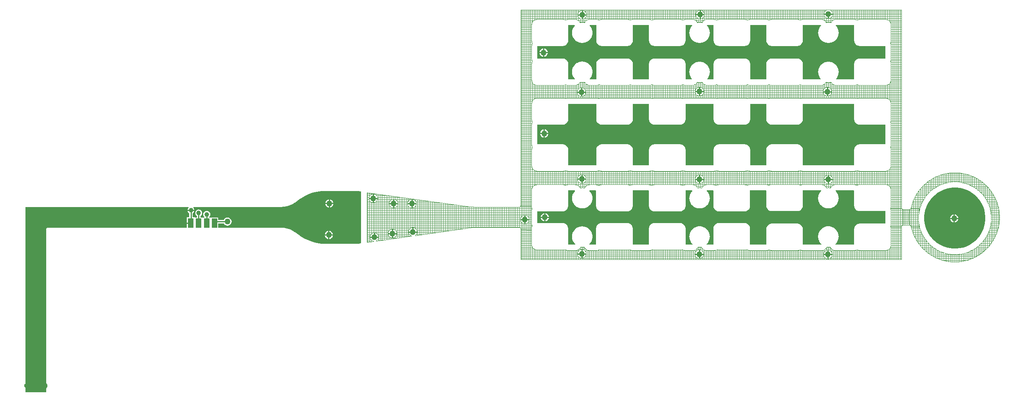
<source format=gtl>
G04*
G04 #@! TF.GenerationSoftware,Altium Limited,Altium Designer,18.0.7 (293)*
G04*
G04 Layer_Physical_Order=1*
G04 Layer_Color=255*
%FSAX25Y25*%
%MOIN*%
G70*
G01*
G75*
%ADD11R,0.04724X0.07874*%
%ADD15C,0.00394*%
%ADD16C,0.01000*%
%ADD17C,0.05000*%
%ADD18C,0.03937*%
G36*
X0706332Y0300256D02*
X0706495Y0299023D01*
X0706971Y0297874D01*
X0707728Y0296887D01*
X0708715Y0296130D01*
X0709864Y0295654D01*
X0711097Y0295491D01*
X0732751D01*
Y0284814D01*
X0711097D01*
X0709864Y0284652D01*
X0708715Y0284176D01*
X0707728Y0283419D01*
X0706971Y0282432D01*
X0706495Y0281282D01*
X0706332Y0280049D01*
Y0266949D01*
X0690956D01*
X0690765Y0267411D01*
X0690825Y0267471D01*
X0691109Y0267842D01*
X0691417Y0268193D01*
X0691848Y0268838D01*
X0692055Y0269257D01*
X0692288Y0269662D01*
X0692585Y0270378D01*
X0692706Y0270830D01*
X0692856Y0271272D01*
X0693008Y0272033D01*
X0693038Y0272499D01*
X0693099Y0272962D01*
Y0273738D01*
X0693038Y0274201D01*
X0693008Y0274668D01*
X0692856Y0275428D01*
X0692706Y0275871D01*
X0692585Y0276322D01*
X0692288Y0277039D01*
X0692055Y0277443D01*
X0691848Y0277862D01*
X0691417Y0278507D01*
X0691109Y0278858D01*
X0690825Y0279229D01*
X0690276Y0279778D01*
X0689906Y0280062D01*
X0689554Y0280370D01*
X0688909Y0280801D01*
X0688490Y0281008D01*
X0688086Y0281241D01*
X0687369Y0281538D01*
X0686918Y0281659D01*
X0686475Y0281809D01*
X0685714Y0281961D01*
X0685248Y0281991D01*
X0684785Y0282052D01*
X0684009D01*
X0683546Y0281991D01*
X0683080Y0281961D01*
X0682319Y0281809D01*
X0681877Y0281659D01*
X0681425Y0281538D01*
X0680709Y0281241D01*
X0680304Y0281008D01*
X0679885Y0280801D01*
X0679240Y0280370D01*
X0678889Y0280062D01*
X0678518Y0279778D01*
X0677970Y0279229D01*
X0677685Y0278858D01*
X0677377Y0278507D01*
X0676946Y0277862D01*
X0676739Y0277443D01*
X0676506Y0277039D01*
X0676209Y0276322D01*
X0676088Y0275871D01*
X0675938Y0275428D01*
X0675786Y0274667D01*
X0675756Y0274201D01*
X0675695Y0273738D01*
Y0272962D01*
X0675756Y0272499D01*
X0675786Y0272033D01*
X0675938Y0271272D01*
X0676088Y0270829D01*
X0676209Y0270378D01*
X0676506Y0269662D01*
X0676739Y0269257D01*
X0676946Y0268838D01*
X0677377Y0268193D01*
X0677685Y0267842D01*
X0677970Y0267471D01*
X0678029Y0267411D01*
X0677838Y0266949D01*
X0662637D01*
Y0280049D01*
X0662475Y0281282D01*
X0661999Y0282432D01*
X0661242Y0283419D01*
X0660255Y0284176D01*
X0659105Y0284652D01*
X0657872Y0284814D01*
X0636219D01*
X0634985Y0284652D01*
X0633836Y0284176D01*
X0632849Y0283419D01*
X0632092Y0282432D01*
X0631616Y0281282D01*
X0631453Y0280049D01*
Y0266949D01*
X0617831D01*
Y0280049D01*
X0617669Y0281282D01*
X0617193Y0282432D01*
X0616435Y0283419D01*
X0615448Y0284176D01*
X0614299Y0284652D01*
X0613066Y0284814D01*
X0591412D01*
X0590179Y0284652D01*
X0589030Y0284176D01*
X0588043Y0283419D01*
X0587286Y0282432D01*
X0586809Y0281282D01*
X0586647Y0280049D01*
Y0266949D01*
X0581289D01*
X0581098Y0267411D01*
X0581158Y0267471D01*
X0581442Y0267842D01*
X0581750Y0268193D01*
X0582181Y0268838D01*
X0582388Y0269257D01*
X0582622Y0269662D01*
X0582918Y0270378D01*
X0583039Y0270830D01*
X0583189Y0271272D01*
X0583341Y0272033D01*
X0583371Y0272499D01*
X0583432Y0272962D01*
Y0273738D01*
X0583371Y0274201D01*
X0583341Y0274668D01*
X0583189Y0275428D01*
X0583039Y0275871D01*
X0582918Y0276322D01*
X0582622Y0277039D01*
X0582388Y0277443D01*
X0582181Y0277862D01*
X0581750Y0278507D01*
X0581442Y0278858D01*
X0581158Y0279229D01*
X0580609Y0279778D01*
X0580239Y0280062D01*
X0579887Y0280370D01*
X0579243Y0280801D01*
X0578823Y0281008D01*
X0578419Y0281241D01*
X0577702Y0281538D01*
X0577251Y0281659D01*
X0576808Y0281809D01*
X0576048Y0281961D01*
X0575581Y0281991D01*
X0575118Y0282052D01*
X0574342D01*
X0573879Y0281991D01*
X0573413Y0281961D01*
X0572652Y0281809D01*
X0572210Y0281659D01*
X0571758Y0281538D01*
X0571042Y0281241D01*
X0570637Y0281008D01*
X0570218Y0280801D01*
X0569573Y0280370D01*
X0569222Y0280062D01*
X0568851Y0279778D01*
X0568303Y0279229D01*
X0568018Y0278858D01*
X0567710Y0278507D01*
X0567279Y0277862D01*
X0567072Y0277443D01*
X0566839Y0277039D01*
X0566542Y0276322D01*
X0566421Y0275871D01*
X0566271Y0275428D01*
X0566120Y0274667D01*
X0566089Y0274201D01*
X0566028Y0273738D01*
Y0272962D01*
X0566089Y0272499D01*
X0566120Y0272033D01*
X0566271Y0271272D01*
X0566421Y0270829D01*
X0566542Y0270378D01*
X0566839Y0269662D01*
X0567072Y0269257D01*
X0567279Y0268838D01*
X0567710Y0268193D01*
X0568018Y0267842D01*
X0568303Y0267471D01*
X0568362Y0267411D01*
X0568171Y0266949D01*
X0562834D01*
Y0280049D01*
X0562672Y0281282D01*
X0562196Y0282432D01*
X0561439Y0283419D01*
X0560452Y0284176D01*
X0559302Y0284652D01*
X0558069Y0284814D01*
X0536415D01*
X0535182Y0284652D01*
X0534033Y0284176D01*
X0533046Y0283419D01*
X0532289Y0282432D01*
X0531813Y0281282D01*
X0531650Y0280049D01*
Y0266949D01*
X0517949D01*
Y0280049D01*
X0517787Y0281282D01*
X0517311Y0282432D01*
X0516553Y0283419D01*
X0515566Y0284176D01*
X0514417Y0284652D01*
X0513184Y0284814D01*
X0491530D01*
X0490297Y0284652D01*
X0489148Y0284176D01*
X0488161Y0283419D01*
X0487404Y0282432D01*
X0486928Y0281282D01*
X0486765Y0280049D01*
Y0266949D01*
X0481311D01*
X0481104Y0267449D01*
X0481286Y0267632D01*
X0481571Y0268002D01*
X0481879Y0268354D01*
X0482310Y0268999D01*
X0482516Y0269418D01*
X0482750Y0269822D01*
X0483047Y0270539D01*
X0483168Y0270990D01*
X0483318Y0271433D01*
X0483469Y0272193D01*
X0483500Y0272660D01*
X0483561Y0273123D01*
Y0273899D01*
X0483500Y0274362D01*
X0483469Y0274828D01*
X0483318Y0275589D01*
X0483168Y0276031D01*
X0483047Y0276483D01*
X0482750Y0277199D01*
X0482516Y0277604D01*
X0482310Y0278023D01*
X0481879Y0278668D01*
X0481571Y0279019D01*
X0481286Y0279390D01*
X0480738Y0279938D01*
X0480367Y0280223D01*
X0480016Y0280531D01*
X0479371Y0280962D01*
X0478952Y0281169D01*
X0478547Y0281402D01*
X0477831Y0281699D01*
X0477379Y0281820D01*
X0476937Y0281970D01*
X0476176Y0282121D01*
X0475710Y0282152D01*
X0475246Y0282213D01*
X0474471D01*
X0474008Y0282152D01*
X0473541Y0282121D01*
X0472781Y0281970D01*
X0472338Y0281820D01*
X0471887Y0281699D01*
X0471170Y0281402D01*
X0470766Y0281169D01*
X0470346Y0280962D01*
X0469702Y0280531D01*
X0469350Y0280223D01*
X0468980Y0279938D01*
X0468431Y0279390D01*
X0468147Y0279019D01*
X0467839Y0278668D01*
X0467408Y0278023D01*
X0467201Y0277604D01*
X0466967Y0277199D01*
X0466671Y0276483D01*
X0466550Y0276031D01*
X0466399Y0275589D01*
X0466248Y0274828D01*
X0466218Y0274362D01*
X0466156Y0273899D01*
Y0273123D01*
X0466218Y0272660D01*
X0466248Y0272194D01*
X0466399Y0271433D01*
X0466550Y0270990D01*
X0466671Y0270539D01*
X0466967Y0269822D01*
X0467201Y0269418D01*
X0467408Y0268999D01*
X0467839Y0268354D01*
X0468147Y0268002D01*
X0468431Y0267632D01*
X0468614Y0267449D01*
X0468406Y0266949D01*
X0462952D01*
Y0280049D01*
X0462790Y0281282D01*
X0462314Y0282432D01*
X0461557Y0283419D01*
X0460570Y0284176D01*
X0459420Y0284652D01*
X0458187Y0284814D01*
X0436534D01*
Y0295491D01*
X0458187D01*
X0459420Y0295654D01*
X0460570Y0296130D01*
X0461557Y0296887D01*
X0462314Y0297874D01*
X0462790Y0299023D01*
X0462952Y0300256D01*
Y0313356D01*
X0468395D01*
X0468602Y0312856D01*
X0468431Y0312685D01*
X0468147Y0312315D01*
X0467839Y0311963D01*
X0467408Y0311319D01*
X0467201Y0310899D01*
X0466967Y0310495D01*
X0466671Y0309778D01*
X0466550Y0309327D01*
X0466399Y0308884D01*
X0466248Y0308124D01*
X0466218Y0307657D01*
X0466156Y0307194D01*
Y0306418D01*
X0466218Y0305955D01*
X0466248Y0305489D01*
X0466399Y0304728D01*
X0466550Y0304286D01*
X0466671Y0303834D01*
X0466967Y0303118D01*
X0467201Y0302713D01*
X0467408Y0302294D01*
X0467839Y0301649D01*
X0468147Y0301298D01*
X0468431Y0300927D01*
X0468980Y0300379D01*
X0469350Y0300094D01*
X0469702Y0299786D01*
X0470346Y0299355D01*
X0470766Y0299149D01*
X0471170Y0298915D01*
X0471887Y0298618D01*
X0472338Y0298497D01*
X0472781Y0298347D01*
X0473541Y0298196D01*
X0474008Y0298165D01*
X0474471Y0298104D01*
X0475246D01*
X0475710Y0298165D01*
X0476176Y0298196D01*
X0476937Y0298347D01*
X0477379Y0298497D01*
X0477831Y0298618D01*
X0478547Y0298915D01*
X0478952Y0299149D01*
X0479371Y0299355D01*
X0480016Y0299786D01*
X0480367Y0300094D01*
X0480738Y0300379D01*
X0481286Y0300927D01*
X0481571Y0301298D01*
X0481879Y0301649D01*
X0482310Y0302294D01*
X0482516Y0302713D01*
X0482750Y0303118D01*
X0483047Y0303834D01*
X0483168Y0304286D01*
X0483318Y0304728D01*
X0483469Y0305489D01*
X0483500Y0305955D01*
X0483561Y0306418D01*
Y0307194D01*
X0483500Y0307657D01*
X0483469Y0308124D01*
X0483318Y0308884D01*
X0483168Y0309327D01*
X0483047Y0309778D01*
X0482750Y0310495D01*
X0482516Y0310899D01*
X0482310Y0311319D01*
X0481879Y0311963D01*
X0481571Y0312315D01*
X0481286Y0312685D01*
X0481115Y0312856D01*
X0481323Y0313356D01*
X0486765D01*
Y0300256D01*
X0486928Y0299023D01*
X0487404Y0297874D01*
X0488161Y0296887D01*
X0489148Y0296130D01*
X0490297Y0295654D01*
X0491530Y0295491D01*
X0513184D01*
X0514417Y0295654D01*
X0515566Y0296130D01*
X0516553Y0296887D01*
X0517311Y0297874D01*
X0517787Y0299023D01*
X0517949Y0300256D01*
Y0313356D01*
X0531650D01*
Y0300256D01*
X0531813Y0299023D01*
X0532289Y0297874D01*
X0533046Y0296887D01*
X0534033Y0296130D01*
X0535182Y0295654D01*
X0536415Y0295491D01*
X0558069D01*
X0559302Y0295654D01*
X0560452Y0296130D01*
X0561439Y0296887D01*
X0562196Y0297874D01*
X0562672Y0299023D01*
X0562834Y0300256D01*
Y0313356D01*
X0568266D01*
X0568473Y0312856D01*
X0568303Y0312685D01*
X0568018Y0312315D01*
X0567710Y0311963D01*
X0567279Y0311319D01*
X0567072Y0310899D01*
X0566839Y0310495D01*
X0566542Y0309778D01*
X0566421Y0309327D01*
X0566271Y0308884D01*
X0566120Y0308124D01*
X0566089Y0307657D01*
X0566028Y0307194D01*
Y0306418D01*
X0566089Y0305955D01*
X0566120Y0305489D01*
X0566271Y0304728D01*
X0566421Y0304286D01*
X0566542Y0303834D01*
X0566839Y0303118D01*
X0567072Y0302713D01*
X0567279Y0302294D01*
X0567710Y0301649D01*
X0568018Y0301298D01*
X0568303Y0300927D01*
X0568851Y0300379D01*
X0569222Y0300094D01*
X0569573Y0299786D01*
X0570218Y0299355D01*
X0570637Y0299149D01*
X0571042Y0298915D01*
X0571758Y0298618D01*
X0572210Y0298497D01*
X0572652Y0298347D01*
X0573413Y0298196D01*
X0573879Y0298165D01*
X0574342Y0298104D01*
X0575118D01*
X0575581Y0298165D01*
X0576048Y0298196D01*
X0576808Y0298347D01*
X0577251Y0298497D01*
X0577702Y0298618D01*
X0578419Y0298915D01*
X0578823Y0299149D01*
X0579243Y0299355D01*
X0579887Y0299786D01*
X0580239Y0300094D01*
X0580609Y0300379D01*
X0581158Y0300927D01*
X0581442Y0301298D01*
X0581750Y0301649D01*
X0582181Y0302294D01*
X0582388Y0302713D01*
X0582622Y0303118D01*
X0582918Y0303834D01*
X0583039Y0304286D01*
X0583189Y0304728D01*
X0583341Y0305489D01*
X0583371Y0305955D01*
X0583432Y0306418D01*
Y0307194D01*
X0583371Y0307657D01*
X0583341Y0308124D01*
X0583189Y0308884D01*
X0583039Y0309327D01*
X0582918Y0309778D01*
X0582622Y0310495D01*
X0582388Y0310899D01*
X0582181Y0311319D01*
X0581750Y0311963D01*
X0581442Y0312315D01*
X0581158Y0312685D01*
X0580987Y0312856D01*
X0581194Y0313356D01*
X0586647D01*
Y0300256D01*
X0586809Y0299023D01*
X0587286Y0297874D01*
X0588043Y0296887D01*
X0589030Y0296130D01*
X0590179Y0295654D01*
X0591412Y0295491D01*
X0613066D01*
X0614299Y0295654D01*
X0615448Y0296130D01*
X0616435Y0296887D01*
X0617193Y0297874D01*
X0617669Y0299023D01*
X0617831Y0300256D01*
Y0313356D01*
X0631453D01*
Y0300256D01*
X0631616Y0299023D01*
X0632092Y0297874D01*
X0632849Y0296887D01*
X0633836Y0296130D01*
X0634985Y0295654D01*
X0636219Y0295491D01*
X0657872D01*
X0659105Y0295654D01*
X0660255Y0296130D01*
X0661242Y0296887D01*
X0661999Y0297874D01*
X0662475Y0299023D01*
X0662637Y0300256D01*
Y0313356D01*
X0677933D01*
X0678140Y0312856D01*
X0677970Y0312685D01*
X0677685Y0312315D01*
X0677377Y0311963D01*
X0676946Y0311319D01*
X0676739Y0310899D01*
X0676506Y0310495D01*
X0676209Y0309778D01*
X0676088Y0309327D01*
X0675938Y0308884D01*
X0675786Y0308124D01*
X0675756Y0307657D01*
X0675695Y0307194D01*
Y0306418D01*
X0675756Y0305955D01*
X0675786Y0305489D01*
X0675938Y0304728D01*
X0676088Y0304286D01*
X0676209Y0303834D01*
X0676506Y0303118D01*
X0676739Y0302713D01*
X0676946Y0302294D01*
X0677377Y0301649D01*
X0677685Y0301298D01*
X0677970Y0300927D01*
X0678518Y0300379D01*
X0678889Y0300094D01*
X0679240Y0299786D01*
X0679885Y0299355D01*
X0680304Y0299149D01*
X0680709Y0298915D01*
X0681425Y0298618D01*
X0681877Y0298497D01*
X0682319Y0298347D01*
X0683080Y0298196D01*
X0683546Y0298165D01*
X0684009Y0298104D01*
X0684785D01*
X0685248Y0298165D01*
X0685714Y0298196D01*
X0686475Y0298347D01*
X0686918Y0298497D01*
X0687369Y0298618D01*
X0688086Y0298915D01*
X0688490Y0299149D01*
X0688909Y0299355D01*
X0689554Y0299786D01*
X0689906Y0300094D01*
X0690276Y0300379D01*
X0690825Y0300927D01*
X0691109Y0301298D01*
X0691417Y0301649D01*
X0691848Y0302294D01*
X0692055Y0302713D01*
X0692288Y0303118D01*
X0692585Y0303834D01*
X0692706Y0304286D01*
X0692856Y0304728D01*
X0693008Y0305489D01*
X0693038Y0305955D01*
X0693099Y0306418D01*
Y0307194D01*
X0693038Y0307657D01*
X0693008Y0308124D01*
X0692856Y0308884D01*
X0692706Y0309327D01*
X0692585Y0309778D01*
X0692288Y0310495D01*
X0692055Y0310899D01*
X0691848Y0311319D01*
X0691417Y0311963D01*
X0691109Y0312315D01*
X0690825Y0312685D01*
X0690654Y0312856D01*
X0690861Y0313356D01*
X0706332D01*
Y0300256D01*
D02*
G37*
G36*
Y0233091D02*
X0706495Y0231858D01*
X0706971Y0230708D01*
X0707728Y0229721D01*
X0708715Y0228964D01*
X0709864Y0228488D01*
X0711097Y0228326D01*
X0732751D01*
Y0211586D01*
X0711097D01*
X0709864Y0211424D01*
X0708715Y0210948D01*
X0707728Y0210190D01*
X0706971Y0209203D01*
X0706495Y0208054D01*
X0706332Y0206821D01*
Y0193721D01*
X0662637D01*
Y0206821D01*
X0662475Y0208054D01*
X0661999Y0209203D01*
X0661242Y0210190D01*
X0660255Y0210948D01*
X0659105Y0211424D01*
X0657872Y0211586D01*
X0636219D01*
X0634985Y0211424D01*
X0633836Y0210948D01*
X0632849Y0210190D01*
X0632092Y0209203D01*
X0631616Y0208054D01*
X0631453Y0206821D01*
Y0193721D01*
X0617831D01*
Y0206821D01*
X0617669Y0208054D01*
X0617193Y0209203D01*
X0616435Y0210190D01*
X0615448Y0210948D01*
X0614299Y0211424D01*
X0613066Y0211586D01*
X0591412D01*
X0590179Y0211424D01*
X0589030Y0210948D01*
X0588043Y0210190D01*
X0587286Y0209203D01*
X0586809Y0208054D01*
X0586647Y0206821D01*
Y0193721D01*
X0562834D01*
Y0206821D01*
X0562672Y0208054D01*
X0562196Y0209203D01*
X0561439Y0210190D01*
X0560452Y0210948D01*
X0559302Y0211424D01*
X0558069Y0211586D01*
X0536415D01*
X0535182Y0211424D01*
X0534033Y0210948D01*
X0533046Y0210190D01*
X0532289Y0209203D01*
X0531813Y0208054D01*
X0531650Y0206821D01*
Y0193721D01*
X0517949D01*
Y0206821D01*
X0517787Y0208054D01*
X0517311Y0209203D01*
X0516553Y0210190D01*
X0515566Y0210948D01*
X0514417Y0211424D01*
X0513184Y0211586D01*
X0491530D01*
X0490297Y0211424D01*
X0489148Y0210948D01*
X0488161Y0210190D01*
X0487404Y0209203D01*
X0486928Y0208054D01*
X0486765Y0206821D01*
Y0193721D01*
X0462952D01*
Y0206821D01*
X0462790Y0208054D01*
X0462314Y0209203D01*
X0461557Y0210190D01*
X0460570Y0210948D01*
X0459420Y0211424D01*
X0458187Y0211586D01*
X0436534D01*
Y0228326D01*
X0458187D01*
X0459420Y0228488D01*
X0460570Y0228964D01*
X0461557Y0229721D01*
X0462314Y0230708D01*
X0462790Y0231858D01*
X0462952Y0233091D01*
Y0246191D01*
X0486765D01*
Y0233091D01*
X0486928Y0231858D01*
X0487404Y0230708D01*
X0488161Y0229721D01*
X0489148Y0228964D01*
X0490297Y0228488D01*
X0491530Y0228326D01*
X0513184D01*
X0514417Y0228488D01*
X0515566Y0228964D01*
X0516553Y0229721D01*
X0517311Y0230708D01*
X0517787Y0231858D01*
X0517949Y0233091D01*
Y0246191D01*
X0531650D01*
Y0233091D01*
X0531813Y0231858D01*
X0532289Y0230708D01*
X0533046Y0229721D01*
X0534033Y0228964D01*
X0535182Y0228488D01*
X0536415Y0228326D01*
X0558069D01*
X0559302Y0228488D01*
X0560452Y0228964D01*
X0561439Y0229721D01*
X0562196Y0230708D01*
X0562672Y0231858D01*
X0562834Y0233091D01*
Y0246191D01*
X0586647D01*
Y0233091D01*
X0586809Y0231858D01*
X0587286Y0230708D01*
X0588043Y0229721D01*
X0589030Y0228964D01*
X0590179Y0228488D01*
X0591412Y0228326D01*
X0613066D01*
X0614299Y0228488D01*
X0615448Y0228964D01*
X0616435Y0229721D01*
X0617193Y0230708D01*
X0617669Y0231858D01*
X0617831Y0233091D01*
Y0246191D01*
X0631453D01*
Y0233091D01*
X0631616Y0231858D01*
X0632092Y0230708D01*
X0632849Y0229721D01*
X0633836Y0228964D01*
X0634985Y0228488D01*
X0636219Y0228326D01*
X0657872D01*
X0659105Y0228488D01*
X0660255Y0228964D01*
X0661242Y0229721D01*
X0661999Y0230708D01*
X0662475Y0231858D01*
X0662637Y0233091D01*
Y0246191D01*
X0706332D01*
Y0233091D01*
D02*
G37*
G36*
X0284480Y0171664D02*
X0286032Y0171434D01*
Y0171433D01*
X0286032Y0171434D01*
X0286515Y0171313D01*
X0286584Y0171207D01*
X0286581Y0170861D01*
X0286536Y0170519D01*
Y0127992D01*
X0286581Y0127649D01*
X0286584Y0127304D01*
X0286515Y0127198D01*
X0286032Y0127077D01*
X0286032Y0127077D01*
X0286032Y0127077D01*
X0284480Y0126847D01*
X0280788Y0126665D01*
X0280722Y0126678D01*
X0256505D01*
X0256439Y0126665D01*
X0252747Y0126847D01*
X0249025Y0127399D01*
X0245375Y0128313D01*
X0241832Y0129580D01*
X0238431Y0131189D01*
X0235204Y0133124D01*
X0234536Y0133619D01*
X0234536Y0133619D01*
X0234514Y0133615D01*
X0230092Y0136710D01*
X0230012Y0136746D01*
X0228582Y0137701D01*
X0226147Y0138902D01*
X0223576Y0139775D01*
X0220913Y0140305D01*
X0218204Y0140482D01*
Y0140458D01*
X0218204Y0140458D01*
X0164948D01*
Y0144124D01*
X0169745D01*
X0169843Y0143888D01*
X0170404Y0143157D01*
X0171135Y0142596D01*
X0171986Y0142244D01*
X0172900Y0142123D01*
X0173814Y0142244D01*
X0174665Y0142596D01*
X0175396Y0143157D01*
X0175957Y0143888D01*
X0176310Y0144740D01*
X0176430Y0145653D01*
X0176310Y0146567D01*
X0175957Y0147419D01*
X0175396Y0148150D01*
X0174665Y0148711D01*
X0173814Y0149064D01*
X0172900Y0149184D01*
X0171986Y0149064D01*
X0171135Y0148711D01*
X0170404Y0148150D01*
X0169843Y0147419D01*
X0169745Y0147183D01*
X0164948D01*
Y0149091D01*
X0158624D01*
Y0149091D01*
X0158255D01*
Y0149091D01*
X0157297D01*
X0157127Y0149591D01*
X0157317Y0149736D01*
X0157793Y0150356D01*
X0158092Y0151079D01*
X0158194Y0151854D01*
X0158092Y0152629D01*
X0157793Y0153351D01*
X0157317Y0153971D01*
X0156697Y0154446D01*
X0155975Y0154746D01*
X0155200Y0154848D01*
X0154425Y0154746D01*
X0153703Y0154446D01*
X0153083Y0153971D01*
X0152607Y0153351D01*
X0152308Y0152629D01*
X0152206Y0151854D01*
X0152308Y0151079D01*
X0152607Y0150356D01*
X0153083Y0149736D01*
X0153273Y0149591D01*
X0153103Y0149091D01*
X0151931D01*
Y0149091D01*
X0151562D01*
Y0149091D01*
X0149929D01*
Y0150385D01*
X0150517Y0150836D01*
X0150993Y0151456D01*
X0151292Y0152179D01*
X0151394Y0152954D01*
X0151292Y0153728D01*
X0150993Y0154451D01*
X0150517Y0155071D01*
X0149897Y0155546D01*
X0149175Y0155846D01*
X0148400Y0155948D01*
X0147625Y0155846D01*
X0146903Y0155546D01*
X0146283Y0155071D01*
X0145807Y0154451D01*
X0145508Y0153728D01*
X0145406Y0152954D01*
X0145508Y0152179D01*
X0145807Y0151456D01*
X0146283Y0150836D01*
X0146871Y0150385D01*
Y0149091D01*
X0145486D01*
X0145069Y0149291D01*
X0145069Y0149291D01*
X0145069Y0149291D01*
X0143329D01*
Y0152785D01*
X0143917Y0153236D01*
X0144393Y0153857D01*
X0144692Y0154579D01*
X0144728Y0154853D01*
X0138872D01*
X0138908Y0154579D01*
X0139207Y0153857D01*
X0139683Y0153236D01*
X0140271Y0152785D01*
Y0149291D01*
X0138345D01*
Y0144853D01*
X0141707D01*
Y0143853D01*
X0138345D01*
Y0140458D01*
X0019685D01*
X0019285Y0140378D01*
X0018946Y0140152D01*
X0018720Y0139813D01*
X0018640Y0139413D01*
Y0008071D01*
X0018628D01*
X0018754Y0007440D01*
X0019111Y0006906D01*
X0019645Y0006549D01*
X0019685Y0006541D01*
Y0004695D01*
X0019467Y0004572D01*
X0019371Y0004488D01*
X0019111Y0004314D01*
X0018754Y0003780D01*
X0018628Y0003150D01*
X0018640D01*
Y0000000D01*
X0018619D01*
X0018585Y-0000081D01*
X0018504Y-0000115D01*
Y-0000136D01*
X0001181D01*
Y-0000115D01*
X0001100Y-0000081D01*
X0001066Y0000000D01*
X0001045D01*
X0001045Y0000000D01*
Y0003150D01*
X0001057D01*
X0000931Y0003780D01*
X0000574Y0004314D01*
X0000314Y0004488D01*
X0000218Y0004572D01*
X0000000Y0004695D01*
Y0006541D01*
X0000040Y0006549D01*
X0000574Y0006906D01*
X0000931Y0007440D01*
X0001057Y0008071D01*
X0001045D01*
Y0158053D01*
X0139620D01*
X0139789Y0157553D01*
X0139683Y0157471D01*
X0139207Y0156851D01*
X0138908Y0156129D01*
X0138872Y0155853D01*
X0144728D01*
X0144692Y0156129D01*
X0144393Y0156851D01*
X0143917Y0157471D01*
X0143810Y0157553D01*
X0143980Y0158053D01*
X0218204D01*
Y0158028D01*
X0220913Y0158206D01*
X0223576Y0158735D01*
X0226147Y0159608D01*
X0228582Y0160809D01*
X0230012Y0161765D01*
X0230092Y0161800D01*
X0234514Y0164895D01*
X0234536Y0164891D01*
X0234536Y0164891D01*
X0235204Y0165387D01*
X0238431Y0167321D01*
X0241832Y0168930D01*
X0245375Y0170197D01*
X0249025Y0171112D01*
X0252747Y0171664D01*
X0256439Y0171845D01*
X0256505Y0171832D01*
X0280722D01*
X0280788Y0171845D01*
X0284480Y0171664D01*
D02*
G37*
G36*
X0706332Y0172042D02*
Y0159311D01*
X0706495Y0158078D01*
X0706971Y0156929D01*
X0707728Y0155942D01*
X0708715Y0155185D01*
X0709864Y0154709D01*
X0711097Y0154546D01*
X0732751D01*
Y0143869D01*
X0711097D01*
X0709864Y0143707D01*
X0708715Y0143231D01*
X0707728Y0142474D01*
X0706971Y0141487D01*
X0706495Y0140338D01*
X0706332Y0139104D01*
Y0126004D01*
X0690404D01*
X0690235Y0126504D01*
X0690253Y0126519D01*
X0690802Y0127067D01*
X0691086Y0127438D01*
X0691394Y0127789D01*
X0691825Y0128434D01*
X0692032Y0128853D01*
X0692266Y0129258D01*
X0692562Y0129974D01*
X0692683Y0130426D01*
X0692834Y0130868D01*
X0692985Y0131629D01*
X0693015Y0132095D01*
X0693076Y0132559D01*
Y0133334D01*
X0693015Y0133798D01*
X0692985Y0134264D01*
X0692834Y0135024D01*
X0692683Y0135467D01*
X0692562Y0135918D01*
X0692266Y0136635D01*
X0692032Y0137039D01*
X0691825Y0137459D01*
X0691394Y0138103D01*
X0691086Y0138455D01*
X0690802Y0138826D01*
X0690253Y0139374D01*
X0689883Y0139658D01*
X0689531Y0139966D01*
X0688886Y0140397D01*
X0688467Y0140604D01*
X0688063Y0140838D01*
X0687346Y0141135D01*
X0686895Y0141255D01*
X0686452Y0141406D01*
X0685692Y0141557D01*
X0685225Y0141588D01*
X0684762Y0141649D01*
X0683986D01*
X0683523Y0141588D01*
X0683057Y0141557D01*
X0682296Y0141406D01*
X0681854Y0141255D01*
X0681402Y0141135D01*
X0680686Y0140838D01*
X0680281Y0140604D01*
X0679862Y0140397D01*
X0679217Y0139966D01*
X0678866Y0139658D01*
X0678495Y0139374D01*
X0677947Y0138826D01*
X0677662Y0138455D01*
X0677354Y0138103D01*
X0676923Y0137459D01*
X0676717Y0137039D01*
X0676483Y0136635D01*
X0676186Y0135918D01*
X0676065Y0135467D01*
X0675915Y0135024D01*
X0675764Y0134264D01*
X0675733Y0133797D01*
X0675672Y0133334D01*
Y0132559D01*
X0675733Y0132095D01*
X0675764Y0131629D01*
X0675915Y0130868D01*
X0676065Y0130426D01*
X0676186Y0129974D01*
X0676483Y0129258D01*
X0676717Y0128853D01*
X0676923Y0128434D01*
X0677354Y0127789D01*
X0677662Y0127438D01*
X0677947Y0127067D01*
X0678495Y0126519D01*
X0678514Y0126504D01*
X0678344Y0126004D01*
X0662637D01*
Y0139104D01*
X0662475Y0140338D01*
X0661999Y0141487D01*
X0661242Y0142474D01*
X0660255Y0143231D01*
X0659105Y0143707D01*
X0657872Y0143869D01*
X0636219D01*
X0634985Y0143707D01*
X0633836Y0143231D01*
X0632849Y0142474D01*
X0632092Y0141487D01*
X0631616Y0140338D01*
X0631453Y0139104D01*
Y0126004D01*
X0618034D01*
X0617704Y0126380D01*
X0617721Y0126506D01*
Y0139713D01*
X0617558Y0140946D01*
X0617082Y0142096D01*
X0616325Y0143082D01*
X0615338Y0143840D01*
X0614189Y0144316D01*
X0612955Y0144478D01*
X0591302D01*
X0590068Y0144316D01*
X0588919Y0143840D01*
X0587932Y0143082D01*
X0587175Y0142096D01*
X0586699Y0140946D01*
X0586537Y0139713D01*
Y0126506D01*
X0586553Y0126380D01*
X0586224Y0126004D01*
X0580760D01*
X0580591Y0126504D01*
X0580609Y0126519D01*
X0581158Y0127067D01*
X0581442Y0127438D01*
X0581750Y0127789D01*
X0582181Y0128434D01*
X0582388Y0128853D01*
X0582622Y0129258D01*
X0582918Y0129974D01*
X0583039Y0130426D01*
X0583189Y0130868D01*
X0583341Y0131629D01*
X0583371Y0132095D01*
X0583432Y0132559D01*
Y0133334D01*
X0583371Y0133798D01*
X0583341Y0134264D01*
X0583189Y0135024D01*
X0583039Y0135467D01*
X0582918Y0135918D01*
X0582622Y0136635D01*
X0582388Y0137039D01*
X0582181Y0137459D01*
X0581750Y0138103D01*
X0581442Y0138455D01*
X0581158Y0138826D01*
X0580609Y0139374D01*
X0580239Y0139658D01*
X0579887Y0139966D01*
X0579243Y0140397D01*
X0578823Y0140604D01*
X0578419Y0140838D01*
X0577702Y0141135D01*
X0577251Y0141255D01*
X0576808Y0141406D01*
X0576048Y0141557D01*
X0575581Y0141588D01*
X0575118Y0141649D01*
X0574342D01*
X0573879Y0141588D01*
X0573413Y0141557D01*
X0572652Y0141406D01*
X0572210Y0141255D01*
X0571758Y0141135D01*
X0571042Y0140838D01*
X0570637Y0140604D01*
X0570218Y0140397D01*
X0569573Y0139966D01*
X0569222Y0139658D01*
X0568851Y0139374D01*
X0568303Y0138826D01*
X0568018Y0138455D01*
X0567710Y0138103D01*
X0567279Y0137459D01*
X0567072Y0137039D01*
X0566839Y0136635D01*
X0566542Y0135918D01*
X0566421Y0135467D01*
X0566271Y0135024D01*
X0566120Y0134264D01*
X0566089Y0133797D01*
X0566028Y0133334D01*
Y0132559D01*
X0566089Y0132095D01*
X0566120Y0131629D01*
X0566271Y0130868D01*
X0566421Y0130426D01*
X0566542Y0129974D01*
X0566839Y0129258D01*
X0567072Y0128853D01*
X0567279Y0128434D01*
X0567710Y0127789D01*
X0568018Y0127438D01*
X0568303Y0127067D01*
X0568851Y0126519D01*
X0568870Y0126504D01*
X0568700Y0126004D01*
X0563075D01*
X0562746Y0126380D01*
X0562762Y0126506D01*
Y0139713D01*
X0562600Y0140946D01*
X0562124Y0142096D01*
X0561367Y0143082D01*
X0560380Y0143840D01*
X0559230Y0144316D01*
X0557997Y0144478D01*
X0536343D01*
X0535110Y0144316D01*
X0533961Y0143840D01*
X0532974Y0143082D01*
X0532217Y0142096D01*
X0531741Y0140946D01*
X0531578Y0139713D01*
Y0126506D01*
X0531595Y0126380D01*
X0531265Y0126004D01*
X0518152D01*
X0517822Y0126380D01*
X0517839Y0126506D01*
Y0139713D01*
X0517676Y0140946D01*
X0517200Y0142096D01*
X0516443Y0143082D01*
X0515456Y0143840D01*
X0514307Y0144316D01*
X0513073Y0144478D01*
X0491420D01*
X0490187Y0144316D01*
X0489037Y0143840D01*
X0488051Y0143082D01*
X0487293Y0142096D01*
X0486817Y0140946D01*
X0486655Y0139713D01*
Y0126506D01*
X0486671Y0126380D01*
X0486342Y0126004D01*
X0480982D01*
X0480832Y0126276D01*
X0480795Y0126504D01*
X0481286Y0126995D01*
X0481571Y0127366D01*
X0481879Y0127717D01*
X0482310Y0128362D01*
X0482516Y0128781D01*
X0482750Y0129186D01*
X0483047Y0129903D01*
X0483168Y0130354D01*
X0483318Y0130796D01*
X0483469Y0131557D01*
X0483500Y0132023D01*
X0483561Y0132487D01*
Y0133262D01*
X0483500Y0133726D01*
X0483469Y0134192D01*
X0483318Y0134952D01*
X0483168Y0135395D01*
X0483047Y0135846D01*
X0482750Y0136563D01*
X0482516Y0136968D01*
X0482310Y0137387D01*
X0481879Y0138032D01*
X0481571Y0138383D01*
X0481286Y0138754D01*
X0480738Y0139302D01*
X0480367Y0139586D01*
X0480016Y0139895D01*
X0479371Y0140325D01*
X0478952Y0140532D01*
X0478547Y0140766D01*
X0477831Y0141063D01*
X0477379Y0141184D01*
X0476937Y0141334D01*
X0476176Y0141485D01*
X0475710Y0141516D01*
X0475246Y0141577D01*
X0474471D01*
X0474008Y0141516D01*
X0473541Y0141485D01*
X0472781Y0141334D01*
X0472338Y0141184D01*
X0471887Y0141063D01*
X0471170Y0140766D01*
X0470766Y0140532D01*
X0470346Y0140325D01*
X0469702Y0139895D01*
X0469350Y0139586D01*
X0468980Y0139302D01*
X0468431Y0138754D01*
X0468147Y0138383D01*
X0467839Y0138032D01*
X0467408Y0137387D01*
X0467201Y0136968D01*
X0466967Y0136563D01*
X0466671Y0135846D01*
X0466550Y0135395D01*
X0466399Y0134952D01*
X0466248Y0134192D01*
X0466218Y0133726D01*
X0466156Y0133262D01*
Y0132487D01*
X0466218Y0132023D01*
X0466248Y0131557D01*
X0466399Y0130797D01*
X0466550Y0130354D01*
X0466671Y0129903D01*
X0466967Y0129186D01*
X0467201Y0128781D01*
X0467408Y0128362D01*
X0467839Y0127717D01*
X0468147Y0127366D01*
X0468431Y0126995D01*
X0468922Y0126504D01*
X0468885Y0126276D01*
X0468735Y0126004D01*
X0463194D01*
X0462864Y0126380D01*
X0462880Y0126506D01*
Y0139713D01*
X0462718Y0140946D01*
X0462242Y0142096D01*
X0461485Y0143082D01*
X0460498Y0143840D01*
X0459348Y0144316D01*
X0458115Y0144478D01*
X0436462D01*
Y0154260D01*
X0458115D01*
X0459348Y0154423D01*
X0460498Y0154899D01*
X0461485Y0155656D01*
X0462242Y0156643D01*
X0462718Y0157792D01*
X0462880Y0159026D01*
Y0172233D01*
X0462894Y0172249D01*
X0468468Y0172252D01*
X0468675Y0171752D01*
X0468431Y0171508D01*
X0468147Y0171137D01*
X0467839Y0170786D01*
X0467408Y0170141D01*
X0467201Y0169722D01*
X0466967Y0169317D01*
X0466671Y0168601D01*
X0466550Y0168150D01*
X0466399Y0167707D01*
X0466248Y0166946D01*
X0466218Y0166480D01*
X0466156Y0166017D01*
Y0165241D01*
X0466218Y0164778D01*
X0466248Y0164312D01*
X0466399Y0163551D01*
X0466550Y0163109D01*
X0466671Y0162657D01*
X0466967Y0161941D01*
X0467201Y0161536D01*
X0467408Y0161117D01*
X0467839Y0160472D01*
X0468147Y0160121D01*
X0468431Y0159750D01*
X0468980Y0159202D01*
X0469350Y0158917D01*
X0469702Y0158609D01*
X0470346Y0158178D01*
X0470766Y0157971D01*
X0471170Y0157738D01*
X0471887Y0157441D01*
X0472338Y0157320D01*
X0472781Y0157170D01*
X0473541Y0157018D01*
X0474008Y0156988D01*
X0474471Y0156927D01*
X0475246D01*
X0475710Y0156988D01*
X0476176Y0157018D01*
X0476937Y0157170D01*
X0477379Y0157320D01*
X0477831Y0157441D01*
X0478547Y0157738D01*
X0478952Y0157971D01*
X0479371Y0158178D01*
X0480016Y0158609D01*
X0480367Y0158917D01*
X0480738Y0159202D01*
X0481286Y0159750D01*
X0481571Y0160121D01*
X0481879Y0160472D01*
X0482310Y0161117D01*
X0482516Y0161536D01*
X0482750Y0161941D01*
X0483047Y0162657D01*
X0483168Y0163109D01*
X0483318Y0163551D01*
X0483469Y0164312D01*
X0483500Y0164778D01*
X0483561Y0165241D01*
Y0166017D01*
X0483500Y0166480D01*
X0483469Y0166946D01*
X0483318Y0167707D01*
X0483168Y0168150D01*
X0483047Y0168601D01*
X0482750Y0169317D01*
X0482516Y0169722D01*
X0482310Y0170141D01*
X0481879Y0170786D01*
X0481571Y0171137D01*
X0481286Y0171508D01*
X0481035Y0171760D01*
X0481242Y0172260D01*
X0486167Y0172263D01*
X0486655Y0171763D01*
Y0159026D01*
X0486817Y0157792D01*
X0487293Y0156643D01*
X0488051Y0155656D01*
X0489037Y0154899D01*
X0490187Y0154423D01*
X0491420Y0154260D01*
X0513073D01*
X0514307Y0154423D01*
X0515456Y0154899D01*
X0516443Y0155656D01*
X0517200Y0156643D01*
X0517676Y0157792D01*
X0517839Y0159026D01*
Y0172233D01*
X0517882Y0172282D01*
X0531102Y0172290D01*
X0531578Y0171790D01*
Y0159026D01*
X0531741Y0157792D01*
X0532217Y0156643D01*
X0532974Y0155656D01*
X0533961Y0154899D01*
X0535110Y0154423D01*
X0536343Y0154260D01*
X0557997D01*
X0559230Y0154423D01*
X0560380Y0154899D01*
X0561367Y0155656D01*
X0562124Y0156643D01*
X0562600Y0157792D01*
X0562762Y0159026D01*
Y0172233D01*
X0562829Y0172309D01*
X0568399Y0172312D01*
X0568607Y0171812D01*
X0568303Y0171508D01*
X0568018Y0171137D01*
X0567710Y0170786D01*
X0567279Y0170141D01*
X0567072Y0169722D01*
X0566839Y0169317D01*
X0566542Y0168601D01*
X0566421Y0168150D01*
X0566271Y0167707D01*
X0566120Y0166946D01*
X0566089Y0166480D01*
X0566028Y0166017D01*
Y0165241D01*
X0566089Y0164778D01*
X0566120Y0164312D01*
X0566271Y0163551D01*
X0566421Y0163109D01*
X0566542Y0162657D01*
X0566839Y0161941D01*
X0567072Y0161536D01*
X0567279Y0161117D01*
X0567710Y0160472D01*
X0568018Y0160121D01*
X0568303Y0159750D01*
X0568851Y0159202D01*
X0569222Y0158917D01*
X0569573Y0158609D01*
X0570218Y0158178D01*
X0570637Y0157971D01*
X0571042Y0157738D01*
X0571758Y0157441D01*
X0572210Y0157320D01*
X0572652Y0157170D01*
X0573413Y0157018D01*
X0573879Y0156988D01*
X0574342Y0156927D01*
X0575118D01*
X0575581Y0156988D01*
X0576048Y0157018D01*
X0576808Y0157170D01*
X0577251Y0157320D01*
X0577702Y0157441D01*
X0578419Y0157738D01*
X0578823Y0157971D01*
X0579243Y0158178D01*
X0579887Y0158609D01*
X0580239Y0158917D01*
X0580609Y0159202D01*
X0581158Y0159750D01*
X0581442Y0160121D01*
X0581750Y0160472D01*
X0582181Y0161117D01*
X0582388Y0161536D01*
X0582622Y0161941D01*
X0582918Y0162657D01*
X0583039Y0163109D01*
X0583189Y0163551D01*
X0583341Y0164312D01*
X0583371Y0164778D01*
X0583432Y0165241D01*
Y0166017D01*
X0583371Y0166480D01*
X0583341Y0166946D01*
X0583189Y0167707D01*
X0583039Y0168150D01*
X0582918Y0168601D01*
X0582622Y0169317D01*
X0582388Y0169722D01*
X0582181Y0170141D01*
X0581750Y0170786D01*
X0581442Y0171137D01*
X0581158Y0171508D01*
X0580846Y0171820D01*
X0581053Y0172320D01*
X0586074Y0172323D01*
X0586537Y0171823D01*
Y0159026D01*
X0586699Y0157792D01*
X0587175Y0156643D01*
X0587932Y0155656D01*
X0588919Y0154899D01*
X0590068Y0154423D01*
X0591302Y0154260D01*
X0612955D01*
X0614189Y0154423D01*
X0615338Y0154899D01*
X0616325Y0155656D01*
X0617082Y0156643D01*
X0617558Y0157792D01*
X0617721Y0159026D01*
Y0172233D01*
X0617816Y0172342D01*
X0631100Y0172350D01*
X0631453Y0171997D01*
Y0159311D01*
X0631616Y0158078D01*
X0632092Y0156929D01*
X0632849Y0155942D01*
X0633836Y0155185D01*
X0634985Y0154709D01*
X0636219Y0154546D01*
X0657872D01*
X0659105Y0154709D01*
X0660255Y0155185D01*
X0661242Y0155942D01*
X0661999Y0156929D01*
X0662475Y0158078D01*
X0662637Y0159311D01*
Y0172369D01*
X0678110Y0172378D01*
X0678317Y0171879D01*
X0677947Y0171508D01*
X0677662Y0171137D01*
X0677354Y0170786D01*
X0676923Y0170141D01*
X0676717Y0169722D01*
X0676483Y0169317D01*
X0676186Y0168601D01*
X0676065Y0168150D01*
X0675915Y0167707D01*
X0675764Y0166946D01*
X0675733Y0166480D01*
X0675672Y0166017D01*
Y0165241D01*
X0675733Y0164778D01*
X0675764Y0164312D01*
X0675915Y0163551D01*
X0676065Y0163109D01*
X0676186Y0162657D01*
X0676483Y0161941D01*
X0676717Y0161536D01*
X0676923Y0161117D01*
X0677354Y0160472D01*
X0677662Y0160121D01*
X0677947Y0159750D01*
X0678495Y0159202D01*
X0678866Y0158917D01*
X0679217Y0158609D01*
X0679862Y0158178D01*
X0680281Y0157971D01*
X0680686Y0157738D01*
X0681402Y0157441D01*
X0681854Y0157320D01*
X0682296Y0157170D01*
X0683057Y0157018D01*
X0683523Y0156988D01*
X0683986Y0156927D01*
X0684762D01*
X0685225Y0156988D01*
X0685692Y0157018D01*
X0686452Y0157170D01*
X0686895Y0157320D01*
X0687346Y0157441D01*
X0688063Y0157738D01*
X0688467Y0157971D01*
X0688886Y0158178D01*
X0689531Y0158609D01*
X0689883Y0158917D01*
X0690253Y0159202D01*
X0690802Y0159750D01*
X0691086Y0160121D01*
X0691394Y0160472D01*
X0691825Y0161117D01*
X0692032Y0161536D01*
X0692266Y0161941D01*
X0692562Y0162657D01*
X0692683Y0163109D01*
X0692834Y0163551D01*
X0692985Y0164312D01*
X0693015Y0164778D01*
X0693076Y0165241D01*
Y0166017D01*
X0693015Y0166480D01*
X0692985Y0166946D01*
X0692834Y0167707D01*
X0692683Y0168150D01*
X0692562Y0168601D01*
X0692266Y0169317D01*
X0692032Y0169722D01*
X0691825Y0170141D01*
X0691394Y0170786D01*
X0691086Y0171137D01*
X0690802Y0171508D01*
X0690424Y0171886D01*
X0690631Y0172386D01*
X0705978Y0172395D01*
X0706332Y0172042D01*
D02*
G37*
G36*
X0793633Y0174616D02*
X0796535Y0174269D01*
X0799379Y0173600D01*
X0802131Y0172617D01*
X0804755Y0171332D01*
X0807219Y0169761D01*
X0809492Y0167924D01*
X0811545Y0165844D01*
X0813351Y0163547D01*
X0814890Y0161063D01*
X0816140Y0158421D01*
X0817087Y0155657D01*
X0817718Y0152804D01*
X0818026Y0149898D01*
X0818007Y0146976D01*
X0817661Y0144074D01*
X0816992Y0141229D01*
X0816500Y0139854D01*
X0816500Y0139854D01*
X0816008Y0138478D01*
X0814723Y0135853D01*
X0813152Y0133389D01*
X0811315Y0131117D01*
X0809235Y0129064D01*
X0806938Y0127257D01*
X0804454Y0125719D01*
X0801813Y0124469D01*
X0799048Y0123522D01*
X0796195Y0122890D01*
X0793289Y0122582D01*
X0790367Y0122601D01*
X0787465Y0122948D01*
X0784621Y0123617D01*
X0781869Y0124600D01*
X0779245Y0125885D01*
X0776781Y0127457D01*
X0774508Y0129294D01*
X0772456Y0131374D01*
X0770649Y0133670D01*
X0769110Y0136155D01*
X0767860Y0138796D01*
X0766913Y0141560D01*
X0766282Y0144413D01*
X0765974Y0147319D01*
X0765993Y0150242D01*
X0766339Y0153143D01*
X0767008Y0155988D01*
X0767500Y0157364D01*
X0767500D01*
X0767500Y0157364D01*
X0767992Y0158740D01*
X0769277Y0161364D01*
X0770848Y0163828D01*
X0772685Y0166101D01*
X0774765Y0168153D01*
X0777062Y0169960D01*
X0779546Y0171498D01*
X0782187Y0172749D01*
X0784952Y0173696D01*
X0787805Y0174327D01*
X0790711Y0174635D01*
X0793633Y0174616D01*
D02*
G37*
%LPC*%
G36*
X0442500Y0293318D02*
Y0290353D01*
X0445464D01*
X0445410Y0290767D01*
X0445057Y0291619D01*
X0444496Y0292350D01*
X0443765Y0292911D01*
X0442914Y0293264D01*
X0442500Y0293318D01*
D02*
G37*
G36*
X0441500D02*
X0441086Y0293264D01*
X0440235Y0292911D01*
X0439504Y0292350D01*
X0438943Y0291619D01*
X0438590Y0290767D01*
X0438536Y0290353D01*
X0441500D01*
Y0293318D01*
D02*
G37*
G36*
X0445464Y0289353D02*
X0442500D01*
Y0286389D01*
X0442914Y0286444D01*
X0443765Y0286796D01*
X0444496Y0287357D01*
X0445057Y0288088D01*
X0445410Y0288940D01*
X0445464Y0289353D01*
D02*
G37*
G36*
X0441500D02*
X0438536D01*
X0438590Y0288940D01*
X0438943Y0288088D01*
X0439504Y0287357D01*
X0440235Y0286796D01*
X0441086Y0286444D01*
X0441500Y0286389D01*
Y0289353D01*
D02*
G37*
G36*
X0443000Y0224318D02*
Y0221354D01*
X0445964D01*
X0445910Y0221767D01*
X0445557Y0222619D01*
X0444996Y0223350D01*
X0444265Y0223911D01*
X0443414Y0224264D01*
X0443000Y0224318D01*
D02*
G37*
G36*
X0442000D02*
X0441586Y0224264D01*
X0440735Y0223911D01*
X0440004Y0223350D01*
X0439443Y0222619D01*
X0439090Y0221767D01*
X0439036Y0221354D01*
X0442000D01*
Y0224318D01*
D02*
G37*
G36*
X0445964Y0220354D02*
X0443000D01*
Y0217389D01*
X0443414Y0217444D01*
X0444265Y0217796D01*
X0444996Y0218357D01*
X0445557Y0219089D01*
X0445910Y0219940D01*
X0445964Y0220354D01*
D02*
G37*
G36*
X0442000D02*
X0439036D01*
X0439090Y0219940D01*
X0439443Y0219089D01*
X0440004Y0218357D01*
X0440735Y0217796D01*
X0441586Y0217444D01*
X0442000Y0217389D01*
Y0220354D01*
D02*
G37*
G36*
X0260100Y0164518D02*
Y0161554D01*
X0263064D01*
X0263010Y0161967D01*
X0262657Y0162819D01*
X0262096Y0163550D01*
X0261365Y0164111D01*
X0260514Y0164463D01*
X0260100Y0164518D01*
D02*
G37*
G36*
X0259100D02*
X0258686Y0164463D01*
X0257835Y0164111D01*
X0257104Y0163550D01*
X0256543Y0162819D01*
X0256190Y0161967D01*
X0256136Y0161554D01*
X0259100D01*
Y0164518D01*
D02*
G37*
G36*
X0263064Y0160554D02*
X0260100D01*
Y0157589D01*
X0260514Y0157644D01*
X0261365Y0157996D01*
X0262096Y0158557D01*
X0262657Y0159288D01*
X0263010Y0160140D01*
X0263064Y0160554D01*
D02*
G37*
G36*
X0259100D02*
X0256136D01*
X0256190Y0160140D01*
X0256543Y0159288D01*
X0257104Y0158557D01*
X0257835Y0157996D01*
X0258686Y0157644D01*
X0259100Y0157589D01*
Y0160554D01*
D02*
G37*
G36*
X0259700Y0137718D02*
Y0134754D01*
X0262664D01*
X0262610Y0135167D01*
X0262257Y0136019D01*
X0261696Y0136750D01*
X0260965Y0137311D01*
X0260114Y0137663D01*
X0259700Y0137718D01*
D02*
G37*
G36*
X0258700D02*
X0258286Y0137663D01*
X0257435Y0137311D01*
X0256704Y0136750D01*
X0256143Y0136019D01*
X0255790Y0135167D01*
X0255736Y0134754D01*
X0258700D01*
Y0137718D01*
D02*
G37*
G36*
X0262664Y0133754D02*
X0259700D01*
Y0130789D01*
X0260114Y0130844D01*
X0260965Y0131196D01*
X0261696Y0131757D01*
X0262257Y0132488D01*
X0262610Y0133340D01*
X0262664Y0133754D01*
D02*
G37*
G36*
X0258700D02*
X0255736D01*
X0255790Y0133340D01*
X0256143Y0132488D01*
X0256704Y0131757D01*
X0257435Y0131196D01*
X0258286Y0130844D01*
X0258700Y0130789D01*
Y0133754D01*
D02*
G37*
G36*
X0443500Y0152818D02*
Y0149854D01*
X0446464D01*
X0446410Y0150267D01*
X0446057Y0151119D01*
X0445496Y0151850D01*
X0444765Y0152411D01*
X0443914Y0152763D01*
X0443500Y0152818D01*
D02*
G37*
G36*
X0442500D02*
X0442086Y0152763D01*
X0441235Y0152411D01*
X0440504Y0151850D01*
X0439943Y0151119D01*
X0439590Y0150267D01*
X0439536Y0149854D01*
X0442500D01*
Y0152818D01*
D02*
G37*
G36*
X0446464Y0148854D02*
X0443500D01*
Y0145889D01*
X0443914Y0145944D01*
X0444765Y0146296D01*
X0445496Y0146857D01*
X0446057Y0147588D01*
X0446410Y0148440D01*
X0446464Y0148854D01*
D02*
G37*
G36*
X0442500D02*
X0439536D01*
X0439590Y0148440D01*
X0439943Y0147588D01*
X0440504Y0146857D01*
X0441235Y0146296D01*
X0442086Y0145944D01*
X0442500Y0145889D01*
Y0148854D01*
D02*
G37*
G36*
X0792000Y0151818D02*
Y0148854D01*
X0794964D01*
X0794910Y0149267D01*
X0794557Y0150119D01*
X0793996Y0150850D01*
X0793265Y0151411D01*
X0792414Y0151763D01*
X0792000Y0151818D01*
D02*
G37*
G36*
X0791000D02*
X0790586Y0151763D01*
X0789735Y0151411D01*
X0789004Y0150850D01*
X0788443Y0150119D01*
X0788090Y0149267D01*
X0788036Y0148854D01*
X0791000D01*
Y0151818D01*
D02*
G37*
G36*
X0794964Y0147854D02*
X0792000D01*
Y0144889D01*
X0792414Y0144944D01*
X0793265Y0145296D01*
X0793996Y0145857D01*
X0794557Y0146588D01*
X0794910Y0147440D01*
X0794964Y0147854D01*
D02*
G37*
G36*
X0791000D02*
X0788036D01*
X0788090Y0147440D01*
X0788443Y0146588D01*
X0789004Y0145857D01*
X0789735Y0145296D01*
X0790586Y0144944D01*
X0791000Y0144889D01*
Y0147854D01*
D02*
G37*
%LPD*%
D11*
X0141707Y0144353D02*
D03*
X0148400D02*
D03*
X0155093D02*
D03*
X0161786D02*
D03*
D15*
X0421260Y0157876D02*
G03*
X0422482Y0159098I0000000J0001222D01*
G01*
X0421260Y0157876D02*
G03*
X0422482Y0159098I0000000J0001222D01*
G01*
X0429697Y0147353D02*
G03*
X0429697Y0147353I-0003697J0000000D01*
G01*
X0379004Y0158268D02*
G03*
X0384632Y0157876I0005628J0040200D01*
G01*
Y0140635D02*
G03*
X0379004Y0140242I0000000J-0040592D01*
G01*
X0422482Y0139413D02*
G03*
X0421260Y0140634I-0001222J0000000D01*
G01*
X0422482Y0139413D02*
G03*
X0421260Y0140634I-0001222J0000000D01*
G01*
X0332589Y0133744D02*
G03*
X0334286Y0136854I-0002000J0003109D01*
G01*
X0333597Y0160953D02*
G03*
X0333597Y0160953I-0003697J0000000D01*
G01*
X0317897D02*
G03*
X0317897Y0160953I-0003697J0000000D01*
G01*
X0300697Y0165454D02*
G03*
X0300697Y0165454I-0003697J0000000D01*
G01*
X0334286Y0136854D02*
G03*
X0329521Y0133315I-0003697J0000000D01*
G01*
X0316964Y0135453D02*
G03*
X0316964Y0135453I-0003697J0000000D01*
G01*
X0301597Y0132454D02*
G03*
X0297306Y0128805I-0003697J0000000D01*
G01*
X0299473Y0129108D02*
G03*
X0301597Y0132454I-0001573J0003345D01*
G01*
X0753451Y0155907D02*
G03*
X0754599Y0156710I0000000J0001222D01*
G01*
X0753451Y0155907D02*
G03*
X0754599Y0156710I0000000J0001222D01*
G01*
X0746784D02*
G03*
X0747931Y0155907I0001148J0000419D01*
G01*
X0754648Y0141625D02*
G03*
X0753451Y0142603I-0001197J-0000244D01*
G01*
X0754648Y0141625D02*
G03*
X0753451Y0142603I-0001197J-0000244D01*
G01*
X0746784Y0156710D02*
G03*
X0747931Y0155907I0001148J0000419D01*
G01*
Y0142603D02*
G03*
X0746714Y0141487I0000000J-0001222D01*
G01*
X0747931Y0142603D02*
G03*
X0746714Y0141487I0000000J-0001222D01*
G01*
X0830174Y0149255D02*
G03*
X0754648Y0156885I-0038148J0000000D01*
G01*
X0753511Y0155909D02*
G03*
X0754648Y0156885I-0000059J0001220D01*
G01*
X0753511Y0155909D02*
G03*
X0754648Y0156885I-0000059J0001220D01*
G01*
X0754648Y0141625D02*
G03*
X0830174Y0149255I0037378J0007630D01*
G01*
X0753511Y0155909D02*
G03*
X0753557Y0142598I0038719J-0006520D01*
G01*
X0754648Y0141625D02*
G03*
X0753557Y0142598I-0001197J-0000244D01*
G01*
X0754648Y0141625D02*
G03*
X0753557Y0142598I-0001197J-0000244D01*
G01*
X0688097Y0322654D02*
G03*
X0688097Y0322654I-0003697J0000000D01*
G01*
X0687197Y0256453D02*
G03*
X0687197Y0256453I-0003697J0000000D01*
G01*
X0687997Y0181553D02*
G03*
X0687997Y0181553I-0003697J0000000D01*
G01*
X0746709Y0157129D02*
G03*
X0747931Y0155907I0001222J0000000D01*
G01*
X0746709Y0157129D02*
G03*
X0747931Y0155907I0001222J0000000D01*
G01*
Y0142603D02*
G03*
X0746709Y0141381I0000000J-0001222D01*
G01*
X0747931Y0142603D02*
G03*
X0746709Y0141381I0000000J-0001222D01*
G01*
X0687697Y0117553D02*
G03*
X0687697Y0117553I-0003697J0000000D01*
G01*
X0578797Y0322253D02*
G03*
X0578797Y0322253I-0003697J0000000D01*
G01*
X0578397Y0256554D02*
G03*
X0578397Y0256554I-0003697J0000000D01*
G01*
X0478497Y0322064D02*
G03*
X0478497Y0322064I-0003697J0000000D01*
G01*
X0477897Y0256053D02*
G03*
X0477897Y0256053I-0003697J0000000D01*
G01*
X0578397Y0181754D02*
G03*
X0578397Y0181754I-0003697J0000000D01*
G01*
X0578197Y0117853D02*
G03*
X0578197Y0117853I-0003697J0000000D01*
G01*
X0478197Y0181954D02*
G03*
X0478197Y0181954I-0003697J0000000D01*
G01*
Y0118154D02*
G03*
X0478197Y0118154I-0003697J0000000D01*
G01*
X0429697Y0147353D02*
G03*
X0429697Y0147353I-0003697J0000000D01*
G01*
X0421260Y0157876D02*
G03*
X0422482Y0159098I0000000J0001222D01*
G01*
X0421260Y0157876D02*
G03*
X0422482Y0159098I0000000J0001222D01*
G01*
Y0139413D02*
G03*
X0421260Y0140634I-0001222J0000000D01*
G01*
X0422482Y0139413D02*
G03*
X0421260Y0140634I-0001222J0000000D01*
G01*
X0422482Y0159098D02*
X0431498D01*
X0422301Y0158458D02*
X0431498D01*
X0425926Y0151050D02*
Y0159098D01*
X0427500Y0150732D02*
Y0159098D01*
X0429075Y0149405D02*
Y0159098D01*
X0422776Y0149162D02*
Y0159098D01*
X0424351Y0150662D02*
Y0159098D01*
X0419626Y0140634D02*
Y0157876D01*
X0414902Y0140634D02*
Y0157876D01*
X0416477Y0140634D02*
Y0157876D01*
X0411752Y0140634D02*
Y0157876D01*
X0413327Y0140634D02*
Y0157876D01*
X0410178Y0140634D02*
Y0157876D01*
X0427798Y0150584D02*
X0431498D01*
X0429696Y0147434D02*
X0431498D01*
X0429306Y0149009D02*
X0431498D01*
X0429382Y0145859D02*
X0431498D01*
X0428061Y0144285D02*
X0431498D01*
X0384632Y0157876D02*
X0421260D01*
X0421201Y0140634D02*
Y0157876D01*
X0384637Y0140634D02*
X0421260D01*
X0418052D02*
Y0157876D01*
X0333480Y0160033D02*
X0366399D01*
X0333012Y0162949D02*
Y0164707D01*
X0333539Y0161607D02*
X0355150D01*
X0400729Y0140634D02*
Y0157876D01*
X0402304Y0140634D02*
Y0157876D01*
X0383406Y0140616D02*
Y0157894D01*
X0332850Y0163182D02*
X0343901D01*
X0329863Y0164650D02*
Y0165148D01*
X0331438Y0164315D02*
Y0164927D01*
X0332627Y0158458D02*
X0377647D01*
X0399154Y0140634D02*
Y0157876D01*
X0403878Y0140634D02*
Y0157876D01*
X0396004Y0140634D02*
Y0157876D01*
X0397579Y0140634D02*
Y0157876D01*
X0407028Y0140634D02*
Y0157876D01*
X0408603Y0140634D02*
Y0157876D01*
X0405453Y0140634D02*
Y0157876D01*
X0388130Y0140634D02*
Y0157876D01*
X0389705Y0140634D02*
Y0157876D01*
X0384981Y0140634D02*
Y0157876D01*
X0386556Y0140634D02*
Y0157876D01*
X0392855Y0140634D02*
Y0157876D01*
X0394430Y0140634D02*
Y0157876D01*
X0391280Y0140634D02*
Y0157876D01*
X0378682Y0140197D02*
Y0158313D01*
X0380256Y0140398D02*
Y0158112D01*
X0375532Y0139756D02*
Y0158754D01*
X0377107Y0139977D02*
Y0158534D01*
X0430650Y0138863D02*
Y0159098D01*
X0431498D02*
X0431498Y0138854D01*
X0373957Y0139536D02*
Y0158974D01*
X0370808Y0139095D02*
Y0159415D01*
X0372382Y0139315D02*
Y0159195D01*
X0367658Y0138654D02*
Y0159856D01*
X0369233Y0138874D02*
Y0159636D01*
X0364508Y0138213D02*
Y0160297D01*
X0366083Y0138433D02*
Y0160077D01*
X0362934Y0137993D02*
Y0160518D01*
X0424351Y0138930D02*
Y0144045D01*
X0425926Y0138914D02*
Y0143657D01*
X0422776Y0138947D02*
Y0145545D01*
X0422482Y0138951D02*
Y0139413D01*
X0429075Y0138880D02*
Y0145302D01*
X0422482Y0138951D02*
X0431498Y0138854D01*
X0427500Y0138897D02*
Y0143975D01*
X0422473Y0139560D02*
X0431498D01*
X0381831Y0140538D02*
Y0157973D01*
X0333108Y0139560D02*
X0374132D01*
X0332589Y0133744D02*
X0379004Y0140242D01*
X0353485Y0136670D02*
Y0161841D01*
X0355060Y0136890D02*
Y0161620D01*
X0350335Y0136229D02*
Y0162282D01*
X0351910Y0136449D02*
Y0162061D01*
X0347186Y0135788D02*
Y0162723D01*
X0348760Y0136008D02*
Y0162502D01*
X0345611Y0135567D02*
Y0162943D01*
X0342461Y0135126D02*
Y0163384D01*
X0344036Y0135347D02*
Y0163163D01*
X0339312Y0134685D02*
Y0163825D01*
X0340886Y0134906D02*
Y0163604D01*
X0336162Y0134245D02*
Y0164266D01*
X0337737Y0134465D02*
Y0164045D01*
X0334587Y0134024D02*
Y0164486D01*
X0361359Y0137772D02*
Y0160738D01*
X0334109Y0137985D02*
X0362883D01*
X0358209Y0137331D02*
Y0161179D01*
X0359784Y0137552D02*
Y0160959D01*
X0356634Y0137111D02*
Y0161400D01*
X0334260Y0136411D02*
X0351635D01*
X0333687Y0134836D02*
X0340386D01*
X0333012Y0139646D02*
Y0158959D01*
X0331438Y0140452D02*
Y0157592D01*
X0328288Y0139746D02*
Y0157627D01*
X0329863Y0140478D02*
Y0157257D01*
X0328288Y0164280D02*
Y0165368D01*
X0317149Y0163182D02*
X0326951D01*
X0317264Y0163022D02*
Y0166911D01*
X0326713Y0162827D02*
Y0165589D01*
X0317839Y0161607D02*
X0326261D01*
X0317780Y0160033D02*
X0326320D01*
X0300591Y0166332D02*
X0321404D01*
X0300631Y0164757D02*
X0332653D01*
X0315690Y0164337D02*
Y0167132D01*
X0291500Y0170519D02*
X0379004Y0158268D01*
X0291500Y0155308D02*
X0431498D01*
X0291500Y0153733D02*
X0431498D01*
X0316927Y0158458D02*
X0327173D01*
X0291500Y0156883D02*
X0431498D01*
X0291500Y0152159D02*
X0431498D01*
X0291500Y0150584D02*
X0424202D01*
X0315690Y0138246D02*
Y0157570D01*
X0291500Y0149009D02*
X0422694D01*
X0291500Y0144285D02*
X0423939D01*
X0291500Y0147434D02*
X0422304D01*
X0291500Y0145859D02*
X0422618D01*
X0291500Y0142710D02*
X0431498D01*
X0291500Y0141135D02*
X0431498D01*
X0291500Y0139560D02*
X0328072D01*
X0299942Y0167693D02*
Y0169337D01*
X0299766Y0167907D02*
X0310156D01*
X0296792Y0169144D02*
Y0169778D01*
X0298367Y0168888D02*
Y0169557D01*
X0312540Y0164257D02*
Y0167573D01*
X0314115Y0164649D02*
Y0167352D01*
X0310965Y0162743D02*
Y0167793D01*
X0295217Y0168692D02*
Y0169998D01*
X0291500Y0169481D02*
X0298907D01*
X0293642Y0167000D02*
Y0170219D01*
X0291500Y0167907D02*
X0294234D01*
X0291500Y0166332D02*
X0293409D01*
X0299917Y0163182D02*
X0311250D01*
X0312540Y0139078D02*
Y0157650D01*
X0314115Y0139052D02*
Y0157258D01*
X0310965Y0138347D02*
Y0159164D01*
X0291500Y0164757D02*
X0293369D01*
X0291500Y0163182D02*
X0294083D01*
X0291500Y0160033D02*
X0310620D01*
X0291500Y0158458D02*
X0311473D01*
X0291500Y0161607D02*
X0310561D01*
X0325138Y0132701D02*
Y0165809D01*
X0326713Y0132922D02*
Y0159080D01*
X0321989Y0132260D02*
Y0166250D01*
X0323564Y0132481D02*
Y0166030D01*
X0320414Y0132040D02*
Y0166471D01*
X0315961Y0137985D02*
X0327070D01*
X0316838Y0136411D02*
X0326919D01*
X0291500Y0137985D02*
X0310573D01*
X0318839Y0131819D02*
Y0166691D01*
X0317264Y0131599D02*
Y0158886D01*
X0328288Y0133142D02*
Y0133961D01*
X0316243Y0133261D02*
X0329137D01*
X0316912Y0134836D02*
X0327492D01*
X0315690Y0131378D02*
Y0132661D01*
X0314115Y0131158D02*
Y0131855D01*
X0301516Y0131686D02*
X0317889D01*
X0291500Y0136411D02*
X0309696D01*
X0301508Y0133261D02*
X0310290D01*
X0299473Y0129108D02*
X0329521Y0133315D01*
X0312540Y0130937D02*
Y0131829D01*
X0310965Y0130717D02*
Y0132561D01*
X0307816Y0130276D02*
Y0168234D01*
X0309390Y0130497D02*
Y0168014D01*
X0301516Y0133221D02*
Y0169116D01*
X0299942Y0135536D02*
Y0163214D01*
X0304666Y0129835D02*
Y0168675D01*
X0306241Y0130055D02*
Y0168455D01*
X0303091Y0129615D02*
Y0168896D01*
X0298367Y0136121D02*
Y0162019D01*
X0295217Y0134997D02*
Y0162215D01*
X0296792Y0135980D02*
Y0161763D01*
X0292068Y0128071D02*
Y0170439D01*
X0293642Y0128292D02*
Y0163907D01*
X0291500Y0127992D02*
Y0170519D01*
X0300727Y0134836D02*
X0309622D01*
X0300760Y0130111D02*
X0306640D01*
X0301516Y0129394D02*
Y0131686D01*
X0295217Y0128512D02*
Y0129910D01*
X0291500Y0134836D02*
X0295073D01*
X0291500Y0133261D02*
X0294292D01*
X0291500Y0131686D02*
X0294284D01*
X0291500Y0127992D02*
X0297306Y0128805D01*
X0291500Y0128537D02*
X0295392D01*
X0291500Y0130111D02*
X0295040D01*
X0761500Y0154206D02*
Y0156710D01*
X0761358Y0153291D02*
Y0156710D01*
X0754599D02*
X0761500D01*
X0761064Y0150830D02*
X0761411Y0153732D01*
X0761037Y0146796D02*
X0761345Y0143890D01*
X0761435Y0143341D02*
X0761500Y0143048D01*
X0761010Y0147352D02*
X0761029Y0150274D01*
X0747931Y0155907D02*
X0753451D01*
X0750334Y0142603D02*
Y0155907D01*
X0747931Y0142603D02*
X0753451D01*
X0758208Y0141487D02*
Y0156710D01*
X0759783Y0141487D02*
Y0156710D01*
X0755059Y0141487D02*
Y0156710D01*
X0756634Y0141487D02*
Y0156710D01*
X0761358Y0141487D02*
Y0143839D01*
X0761500Y0141424D02*
Y0143048D01*
X0754677Y0141487D02*
X0761437D01*
X0748760Y0142603D02*
Y0155907D01*
X0753484Y0142603D02*
Y0155908D01*
X0747185Y0142348D02*
Y0156162D01*
X0751909Y0142603D02*
Y0155907D01*
X0737715Y0152159D02*
X0761223D01*
X0737715Y0150584D02*
X0761067D01*
X0737614Y0155308D02*
X0761500D01*
X0737715Y0153733D02*
X0761411D01*
X0737715Y0145859D02*
X0761137D01*
X0737715Y0144285D02*
X0761304D01*
X0737715Y0149009D02*
X0761021D01*
X0737181Y0156710D02*
X0746784D01*
X0737181D02*
X0737545Y0155831D01*
X0737715Y0147434D02*
X0761011D01*
X0737715Y0143869D02*
Y0154546D01*
X0737545Y0155831D02*
X0737715Y0154546D01*
X0744035Y0141487D02*
Y0156710D01*
X0745610Y0141487D02*
Y0156710D01*
X0737562Y0142710D02*
X0761500D01*
X0737091Y0141487D02*
X0746714D01*
X0740886D02*
Y0156710D01*
X0742460Y0141487D02*
Y0156710D01*
X0739311Y0141487D02*
Y0156710D01*
X0737545Y0142585D02*
X0737715Y0143869D01*
X0737736Y0141487D02*
Y0156710D01*
X0737091Y0141487D02*
X0737545Y0142585D01*
X0818440Y0164757D02*
X0826882D01*
X0819378Y0163182D02*
X0827541D01*
X0818051Y0165386D02*
Y0177148D01*
X0817572Y0166160D02*
X0819110Y0163676D01*
X0821200Y0158966D02*
Y0173834D01*
X0822775Y0152188D02*
Y0171833D01*
X0819626Y0162659D02*
Y0175590D01*
X0819376Y0163187D02*
X0820626Y0160546D01*
X0809480Y0174206D02*
X0820883D01*
X0811564Y0172631D02*
X0822173D01*
X0803621Y0177355D02*
X0817826D01*
X0806952Y0175781D02*
X0819443D01*
X0816237Y0167907D02*
X0825304D01*
X0817431Y0166332D02*
X0826138D01*
X0813374Y0171056D02*
X0823331D01*
X0814928Y0169481D02*
X0824371D01*
X0822778Y0152159D02*
X0830063D01*
X0822945Y0150584D02*
X0830151D01*
X0822577Y0153733D02*
X0829910D01*
X0822655Y0153327D02*
X0822962Y0150421D01*
X0822984Y0149009D02*
X0830173D01*
X0822974Y0147434D02*
X0830131D01*
X0822971Y0146943D02*
X0822990Y0149865D01*
X0822873Y0145859D02*
X0830023D01*
X0820835Y0160033D02*
X0828620D01*
X0821375Y0158458D02*
X0829047D01*
X0820124Y0161607D02*
X0828119D01*
X0820836Y0160030D02*
X0821783Y0157265D01*
X0821878Y0156883D02*
X0829404D01*
X0822248Y0155308D02*
X0829691D01*
X0821933Y0156729D02*
X0822565Y0153876D01*
X0802303Y0177827D02*
Y0185993D01*
X0803878Y0177252D02*
Y0185516D01*
X0799153Y0178753D02*
Y0186732D01*
X0800728Y0178352D02*
Y0186398D01*
X0808602Y0174766D02*
Y0183614D01*
X0810177Y0173721D02*
Y0182808D01*
X0805452Y0176517D02*
Y0184962D01*
X0807027Y0175731D02*
Y0184330D01*
X0792854Y0179585D02*
Y0187394D01*
X0794429Y0179520D02*
Y0187328D01*
X0791279Y0179595D02*
Y0187396D01*
X0789704Y0179520D02*
Y0187333D01*
X0796004Y0179332D02*
Y0187195D01*
X0797578Y0179111D02*
Y0186997D01*
X0788130Y0179353D02*
Y0187204D01*
X0813326Y0171105D02*
Y0180903D01*
X0810340Y0173621D02*
X0812612Y0171784D01*
X0811752Y0172480D02*
Y0181908D01*
X0807424Y0175517D02*
X0809888Y0173946D01*
X0816476Y0167603D02*
Y0178538D01*
X0815446Y0168913D02*
X0817253Y0166616D01*
X0814901Y0169509D02*
Y0179784D01*
X0813025Y0171410D02*
X0815077Y0169330D01*
X0794221Y0179544D02*
X0797123Y0179198D01*
X0798398Y0178930D02*
X0815998D01*
X0790744Y0179599D02*
X0793666Y0179579D01*
X0787282Y0179263D02*
X0790188Y0179571D01*
X0801050Y0178275D02*
X0803801Y0177291D01*
X0804314Y0177075D02*
X0806938Y0175789D01*
X0797671Y0179101D02*
X0800516Y0178432D01*
X0822685Y0144285D02*
X0829849D01*
X0822439Y0142710D02*
X0829608D01*
X0829074Y0140162D02*
Y0158349D01*
X0822589Y0143486D02*
X0822936Y0146387D01*
X0825925Y0131758D02*
Y0166752D01*
X0827500Y0135223D02*
Y0163287D01*
X0824350Y0128996D02*
Y0169514D01*
X0822775Y0126677D02*
Y0145042D01*
X0822069Y0141135D02*
X0829300D01*
X0821666Y0139560D02*
X0828922D01*
X0821824Y0140093D02*
X0822493Y0142938D01*
X0821174Y0138183D02*
X0821666Y0139559D01*
X0821200Y0124676D02*
Y0138256D01*
X0821103Y0137985D02*
X0828471D01*
X0820683Y0136807D02*
X0821174Y0138183D01*
X0820505Y0136411D02*
X0827947D01*
X0819752Y0134836D02*
X0827344D01*
X0819181Y0133670D02*
X0820466Y0136294D01*
X0818944Y0133261D02*
X0826659D01*
X0819626Y0122920D02*
Y0134578D01*
X0817953Y0131686D02*
X0825888D01*
X0817337Y0130721D02*
X0818908Y0133185D01*
X0818051Y0121363D02*
Y0131840D01*
X0816885Y0130111D02*
X0825023D01*
X0815612Y0128537D02*
X0824058D01*
X0814172Y0126962D02*
X0822982D01*
X0812531Y0125387D02*
X0821785D01*
X0810587Y0123812D02*
X0820450D01*
X0808260Y0122237D02*
X0818958D01*
X0805374Y0120663D02*
X0817280D01*
X0815175Y0127996D02*
X0817012Y0130269D01*
X0816476Y0119972D02*
Y0129605D01*
X0812722Y0125531D02*
X0814802Y0127584D01*
X0810007Y0123356D02*
X0812304Y0125163D01*
X0814901Y0118726D02*
Y0127712D01*
X0813326Y0117607D02*
Y0126128D01*
X0811752Y0116603D02*
Y0124728D01*
X0810177Y0115702D02*
Y0123489D01*
X0807067Y0121499D02*
X0809551Y0123037D01*
X0808602Y0114896D02*
Y0122449D01*
X0803937Y0119982D02*
X0806578Y0121233D01*
X0800657Y0118826D02*
X0803421Y0119773D01*
X0807027Y0114180D02*
Y0121481D01*
X0805452Y0113548D02*
Y0120700D01*
X0803878Y0112995D02*
Y0119963D01*
X0802303Y0112517D02*
Y0119389D01*
X0801422Y0119088D02*
X0815376D01*
X0800728Y0112113D02*
Y0118850D01*
X0797268Y0118044D02*
X0800121Y0118675D01*
X0799153Y0111779D02*
Y0118461D01*
X0797578Y0111513D02*
Y0118113D01*
X0796004Y0111315D02*
Y0117878D01*
X0794429Y0111183D02*
Y0117711D01*
X0793812Y0117646D02*
X0796718Y0117954D01*
X0789171Y0111214D02*
X0794880D01*
X0788130Y0111306D02*
Y0117870D01*
X0790334Y0117638D02*
X0793256Y0117619D01*
X0791279Y0111114D02*
Y0117632D01*
X0792854Y0111116D02*
Y0117621D01*
X0789704Y0111178D02*
Y0117682D01*
X0785292Y0186804D02*
X0798760D01*
X0779332Y0185229D02*
X0804720D01*
X0786555Y0179134D02*
Y0187009D01*
X0784980Y0178786D02*
Y0186747D01*
X0783405Y0178404D02*
Y0186417D01*
X0781830Y0177873D02*
Y0186016D01*
X0780256Y0177297D02*
Y0185542D01*
X0778681Y0176581D02*
Y0184993D01*
X0775535Y0183655D02*
X0808517D01*
X0772588Y0182080D02*
X0811464D01*
X0777106Y0175796D02*
Y0184365D01*
X0775531Y0174851D02*
Y0183653D01*
X0773956Y0173833D02*
Y0182852D01*
X0772382Y0172594D02*
Y0181957D01*
X0770807Y0171221D02*
Y0180957D01*
X0770146Y0180505D02*
X0813906D01*
X0783879Y0178542D02*
X0786732Y0179174D01*
X0780579Y0177445D02*
X0783343Y0178392D01*
X0777422Y0175985D02*
X0780063Y0177235D01*
X0774448Y0174180D02*
X0776933Y0175718D01*
X0771696Y0172054D02*
X0773992Y0173861D01*
X0769232Y0169667D02*
Y0179845D01*
X0769198Y0169633D02*
X0771278Y0171686D01*
X0768053Y0178930D02*
X0785633D01*
X0766225Y0177355D02*
X0780399D01*
X0764609Y0175781D02*
X0777071D01*
X0763168Y0174206D02*
X0774490D01*
X0761879Y0172631D02*
X0772429D01*
X0760721Y0171056D02*
X0770640D01*
X0759681Y0169481D02*
X0769080D01*
X0767657Y0167777D02*
Y0178606D01*
X0766988Y0166948D02*
X0768825Y0169221D01*
X0766082Y0165586D02*
Y0177223D01*
X0765092Y0164032D02*
X0766663Y0166497D01*
X0764508Y0162911D02*
Y0175675D01*
X0763534Y0160923D02*
X0764819Y0163547D01*
X0762933Y0159334D02*
Y0173931D01*
X0762826Y0159034D02*
X0763317Y0160410D01*
X0758748Y0167907D02*
X0767762D01*
X0757913Y0166332D02*
X0766558D01*
X0757169Y0164757D02*
X0765554D01*
X0756511Y0163182D02*
X0764640D01*
X0755933Y0161607D02*
X0763869D01*
X0755432Y0160033D02*
X0763183D01*
X0761358Y0153291D02*
Y0171944D01*
X0762334Y0157658D02*
X0762826Y0159034D01*
X0755004Y0158458D02*
X0762620D01*
X0754648Y0156883D02*
X0762120D01*
X0761507Y0154280D02*
X0762177Y0157124D01*
X0761064Y0150830D02*
X0761411Y0153732D01*
X0761010Y0147352D02*
X0761029Y0150274D01*
X0753414Y0155308D02*
X0761749D01*
X0753206Y0153733D02*
X0761411D01*
X0753063Y0152159D02*
X0761223D01*
X0752984Y0150584D02*
X0761067D01*
X0752967Y0149009D02*
X0761021D01*
X0753124Y0145859D02*
X0761137D01*
X0753014Y0147434D02*
X0761011D01*
X0774112Y0123271D02*
X0776576Y0121700D01*
X0777061Y0121428D02*
X0779686Y0120142D01*
X0770807Y0117553D02*
Y0125978D01*
X0771388Y0125433D02*
X0773660Y0123596D01*
X0775531Y0114857D02*
Y0122366D01*
X0777106Y0114146D02*
Y0121406D01*
X0772382Y0116554D02*
Y0124630D01*
X0773956Y0115658D02*
Y0123402D01*
X0762267Y0125387D02*
X0771445D01*
X0763601Y0123812D02*
X0773393D01*
X0768923Y0127887D02*
X0770975Y0125807D01*
X0761069Y0126962D02*
X0769835D01*
X0765094Y0122237D02*
X0775733D01*
X0769232Y0118666D02*
Y0127573D01*
X0786877Y0118019D02*
X0789779Y0117673D01*
X0780824Y0112789D02*
X0803228D01*
X0780256Y0112968D02*
Y0119906D01*
X0783484Y0118785D02*
X0786329Y0118116D01*
X0784980Y0111763D02*
Y0118433D01*
X0786555Y0111501D02*
Y0118093D01*
X0781830Y0112495D02*
Y0119343D01*
X0783405Y0112094D02*
Y0118815D01*
X0780199Y0119926D02*
X0782950Y0118943D01*
X0770866Y0117513D02*
X0813185D01*
X0766772Y0120663D02*
X0778624D01*
X0768676Y0119088D02*
X0782544D01*
X0773444Y0115938D02*
X0810607D01*
X0776603Y0114363D02*
X0807448D01*
X0778681Y0113517D02*
Y0120635D01*
X0761435Y0143341D02*
X0762067Y0140488D01*
X0762217Y0139952D02*
X0763164Y0137187D01*
X0755059Y0139836D02*
Y0158675D01*
X0761037Y0146796D02*
X0761345Y0143890D01*
X0759783Y0128866D02*
Y0169644D01*
X0761358Y0126567D02*
Y0143839D01*
X0758208Y0131601D02*
Y0166909D01*
X0756634Y0135019D02*
Y0163492D01*
X0753299Y0144285D02*
X0761304D01*
X0753538Y0142710D02*
X0761575D01*
X0753484Y0143028D02*
Y0155749D01*
X0754752Y0141135D02*
X0761923D01*
X0766748Y0130601D02*
X0768554Y0128304D01*
X0759994Y0128537D02*
X0768372D01*
X0763374Y0136672D02*
X0764624Y0134031D01*
X0764890Y0133542D02*
X0766428Y0131057D01*
X0766082Y0121287D02*
Y0131616D01*
X0767657Y0119904D02*
Y0129445D01*
X0762933Y0124580D02*
Y0137862D01*
X0764508Y0122835D02*
Y0134277D01*
X0756105Y0136411D02*
X0763497D01*
X0756708Y0134836D02*
X0764243D01*
X0755130Y0139560D02*
X0762351D01*
X0755580Y0137985D02*
X0762891D01*
X0758164Y0131686D02*
X0766039D01*
X0759029Y0130111D02*
X0767133D01*
X0757392Y0133261D02*
X0765064D01*
X0736161Y0316943D02*
Y0326429D01*
X0735418Y0317513D02*
X0746709D01*
X0734586Y0317923D02*
Y0326429D01*
X0736261Y0316866D02*
X0737050Y0315838D01*
X0735233Y0317655D02*
X0736261Y0316866D01*
X0733012Y0318286D02*
Y0326429D01*
X0711097Y0318320D02*
X0732751D01*
X0734035Y0318151D02*
X0735233Y0317655D01*
X0732751Y0318320D02*
X0734035Y0318151D01*
X0737715Y0311213D02*
X0746709D01*
X0737715Y0309639D02*
X0746709D01*
X0737715Y0312788D02*
X0746709D01*
X0737715Y0306489D02*
X0746709D01*
X0737715Y0308064D02*
X0746709D01*
X0736973Y0315938D02*
X0746709D01*
X0737050Y0315838D02*
X0737545Y0314641D01*
X0737582Y0314363D02*
X0746709D01*
X0737545Y0314641D02*
X0737715Y0313356D01*
X0726712Y0318320D02*
Y0326429D01*
X0728287Y0318320D02*
Y0326429D01*
X0725138Y0318320D02*
Y0326429D01*
X0731437Y0318320D02*
Y0326429D01*
X0729862Y0318320D02*
Y0326429D01*
X0720413Y0318320D02*
Y0326429D01*
X0718838Y0318320D02*
Y0326429D01*
X0723563Y0318320D02*
Y0326429D01*
X0721988Y0318320D02*
Y0326429D01*
X0714114Y0318320D02*
Y0326429D01*
X0712539Y0318320D02*
Y0326429D01*
X0717264Y0318320D02*
Y0326429D01*
X0715689Y0318320D02*
Y0326429D01*
X0709813Y0318151D02*
X0711097Y0318320D01*
X0710964Y0318302D02*
Y0326429D01*
X0708715Y0317696D02*
X0709813Y0318151D01*
X0709390Y0317976D02*
Y0326429D01*
X0737715Y0303339D02*
X0746709D01*
X0737715Y0301765D02*
X0746709D01*
X0737715Y0304914D02*
X0746709D01*
X0737715Y0293891D02*
X0746709D01*
X0737715Y0295465D02*
X0746709D01*
X0737398Y0298615D02*
X0746709D01*
X0737706Y0300190D02*
X0746709D01*
X0737715Y0292316D02*
X0746709D01*
X0737436Y0297040D02*
X0746709D01*
X0737715Y0289166D02*
X0746709D01*
X0737715Y0290741D02*
X0746709D01*
X0737715Y0286017D02*
X0746709D01*
X0737715Y0287591D02*
X0746709D01*
X0737715Y0279717D02*
X0746709D01*
X0737666Y0284442D02*
X0746709D01*
X0737715Y0271843D02*
X0746709D01*
X0737715Y0278143D02*
X0746709D01*
X0737545Y0298972D02*
X0737715Y0300256D01*
X0737545Y0296776D02*
X0737715Y0295491D01*
Y0300256D02*
Y0313356D01*
X0737545Y0283530D02*
X0737715Y0284814D01*
Y0295491D01*
X0737091Y0297874D02*
X0737545Y0296776D01*
X0737091Y0297874D02*
X0737545Y0298972D01*
X0737271Y0282867D02*
X0746709D01*
X0737091Y0282432D02*
X0737545Y0283530D01*
X0737715Y0274993D02*
X0746709D01*
X0737715Y0276568D02*
X0746709D01*
X0737715Y0270269D02*
X0746709D01*
X0737715Y0273418D02*
X0746709D01*
X0737551Y0281292D02*
X0746709D01*
X0737091Y0282432D02*
X0737545Y0281334D01*
X0737715Y0266949D02*
Y0280049D01*
X0737545Y0281334D02*
X0737715Y0280049D01*
X0703090Y0318320D02*
Y0326429D01*
X0704665Y0318320D02*
Y0326429D01*
X0701516Y0318320D02*
Y0326429D01*
X0707815Y0318069D02*
Y0326429D01*
X0706240Y0318320D02*
Y0326429D01*
X0693642Y0318320D02*
Y0326429D01*
X0692067Y0318320D02*
Y0326429D01*
X0699941Y0318320D02*
Y0326429D01*
X0695216Y0318320D02*
Y0326429D01*
X0688073Y0322237D02*
X0746709D01*
X0690861Y0318320D02*
X0706332D01*
X0696791D02*
Y0326429D01*
X0706332Y0318320D02*
X0707617Y0318151D01*
X0698366Y0318320D02*
Y0326429D01*
X0687911Y0323812D02*
X0746709D01*
X0686889Y0325387D02*
X0746709D01*
X0685374Y0319087D02*
X0746709D01*
X0687515Y0320662D02*
X0746709D01*
X0687342Y0324892D02*
Y0326429D01*
X0685768Y0326088D02*
Y0326429D01*
X0690492Y0318278D02*
Y0326429D01*
X0682618Y0325892D02*
Y0326429D01*
X0577062Y0325387D02*
X0681911D01*
X0690539Y0318278D02*
X0690861Y0318320D01*
X0690213Y0318278D02*
X0690539D01*
X0689899Y0318193D02*
X0690213Y0318278D01*
X0689576Y0318151D02*
X0689899Y0318193D01*
X0577008Y0319087D02*
X0683426D01*
X0578437Y0320662D02*
X0681285D01*
X0689276Y0318026D02*
X0689576Y0318151D01*
X0688961Y0317942D02*
X0689276Y0318026D01*
X0707617Y0318151D02*
X0708715Y0317696D01*
X0688680Y0317779D02*
X0688961Y0317942D01*
X0688917Y0317917D02*
Y0326429D01*
X0688379Y0317655D02*
X0688680Y0317779D01*
X0688121Y0317457D02*
X0688379Y0317655D01*
X0680600Y0317513D02*
X0688194D01*
X0687839Y0317294D02*
X0688121Y0317457D01*
X0687609Y0317064D02*
X0687839Y0317294D01*
X0687342Y0316855D02*
Y0320415D01*
X0687351Y0316866D02*
X0687609Y0317064D01*
X0687153Y0316608D02*
X0687351Y0316866D01*
X0686923Y0316378D02*
X0687153Y0316608D01*
X0686760Y0316096D02*
X0686923Y0316378D01*
X0686562Y0315838D02*
X0686760Y0316096D01*
X0682155Y0315938D02*
X0686639D01*
X0686438Y0315538D02*
X0686562Y0315838D01*
X0685753Y0315612D02*
X0686406Y0315482D01*
X0684193Y0315707D02*
Y0318963D01*
X0681871Y0316378D02*
X0682034Y0316096D01*
X0681641Y0316608D02*
X0681871Y0316378D01*
X0685768Y0315609D02*
Y0319219D01*
X0682618Y0315528D02*
Y0319415D01*
X0680955Y0317294D02*
X0681185Y0317064D01*
X0681043Y0317206D02*
Y0321105D01*
X0681443Y0316866D02*
X0681641Y0316608D01*
X0681185Y0317064D02*
X0681443Y0316866D01*
X0684785Y0315707D02*
X0685267Y0315644D01*
X0684009Y0315707D02*
X0684785D01*
X0685267Y0315644D02*
X0685753Y0315612D01*
X0683527Y0315644D02*
X0684009Y0315707D01*
X0683041Y0315612D02*
X0683527Y0315644D01*
X0682034Y0316096D02*
X0682232Y0315838D01*
X0682388Y0315482D02*
X0683041Y0315612D01*
X0682232Y0315838D02*
X0682356Y0315538D01*
X0737715Y0268694D02*
X0746709D01*
X0737715Y0267119D02*
X0746709D01*
X0737545Y0265665D02*
X0737715Y0266949D01*
X0737496Y0265544D02*
X0746709D01*
X0737050Y0264467D02*
X0737545Y0265665D01*
X0736667Y0263969D02*
X0746709D01*
X0736261Y0263439D02*
X0737050Y0264467D01*
X0735233Y0262650D02*
X0736261Y0263439D01*
X0734035Y0262155D02*
X0735233Y0262650D01*
X0734615Y0262395D02*
X0746709D01*
X0732751Y0261985D02*
X0734035Y0262155D01*
X0731437Y0251155D02*
Y0261985D01*
X0732751Y0251155D02*
X0734035Y0250986D01*
X0733012Y0251120D02*
Y0262020D01*
X0711097Y0251155D02*
X0732751D01*
X0711097Y0261985D02*
X0732751D01*
X0729862Y0251155D02*
Y0261985D01*
X0728287Y0251155D02*
Y0261985D01*
X0721988Y0251155D02*
Y0261985D01*
X0723563Y0251155D02*
Y0261985D01*
X0709813Y0262155D02*
X0711097Y0261985D01*
X0720413Y0251155D02*
Y0261985D01*
X0710964Y0251137D02*
Y0262003D01*
X0708715Y0262609D02*
X0709813Y0262155D01*
X0708196Y0262395D02*
X0709233D01*
X0709390Y0250810D02*
Y0262330D01*
X0707815Y0250904D02*
Y0262237D01*
X0718838Y0251155D02*
Y0261985D01*
X0717264Y0251155D02*
Y0261985D01*
X0726712Y0251155D02*
Y0261985D01*
X0725138Y0251155D02*
Y0261985D01*
X0715689Y0251155D02*
Y0261985D01*
X0714114Y0251155D02*
Y0261985D01*
X0712539Y0251155D02*
Y0261985D01*
X0709813Y0250986D02*
X0711097Y0251155D01*
X0737715Y0241922D02*
X0746709D01*
X0737715Y0240347D02*
X0746709D01*
X0737715Y0243497D02*
X0746709D01*
X0737715Y0237198D02*
X0746709D01*
X0737715Y0238773D02*
X0746709D01*
X0737236Y0248221D02*
X0746709D01*
X0736136Y0249796D02*
X0746709D01*
X0737715Y0245072D02*
X0746709D01*
X0737655Y0246647D02*
X0746709D01*
X0737715Y0234048D02*
X0746709D01*
X0737715Y0235623D02*
X0746709D01*
X0737715Y0226174D02*
X0746709D01*
X0737715Y0227749D02*
X0746709D01*
X0737715Y0224599D02*
X0746709D01*
X0737633Y0232473D02*
X0746709D01*
X0737715Y0219875D02*
X0746709D01*
X0737715Y0221450D02*
X0746709D01*
X0735233Y0250490D02*
X0736261Y0249701D01*
X0737050Y0248673D01*
X0736161Y0249777D02*
Y0263363D01*
X0737545Y0247476D02*
X0737715Y0246191D01*
X0737050Y0248673D02*
X0737545Y0247476D01*
X0734586Y0250757D02*
Y0262383D01*
X0708715Y0250531D02*
X0709813Y0250986D01*
X0734035D02*
X0735233Y0250490D01*
X0707617Y0250986D02*
X0708715Y0250531D01*
X0737545Y0231806D02*
X0737715Y0233091D01*
Y0246191D01*
Y0223025D02*
X0746709D01*
X0737583Y0229324D02*
X0746709D01*
X0737170Y0230899D02*
X0746709D01*
X0737091Y0230708D02*
X0737545Y0231806D01*
Y0229610D02*
X0737715Y0228326D01*
X0737091Y0230708D02*
X0737545Y0229610D01*
X0688216Y0262849D02*
X0688474Y0262650D01*
X0688775Y0262526D01*
X0687935Y0263011D02*
X0688216Y0262849D01*
X0707617Y0262155D02*
X0708715Y0262609D01*
X0688775Y0262526D02*
X0689057Y0262363D01*
X0687446Y0263439D02*
X0687705Y0263241D01*
X0687248Y0263697D02*
X0687446Y0263439D01*
X0679791Y0262395D02*
X0689003D01*
X0687705Y0263241D02*
X0687935Y0263011D01*
X0690634Y0262028D02*
X0690956Y0261985D01*
X0690309Y0262028D02*
X0690634Y0262028D01*
X0706332Y0261985D02*
X0707617Y0262155D01*
X0690956Y0261985D02*
X0706332D01*
X0689371Y0262279D02*
X0689672Y0262155D01*
X0689057Y0262363D02*
X0689371Y0262279D01*
X0689994Y0262112D02*
X0690309Y0262028D01*
X0689672Y0262155D02*
X0689994Y0262112D01*
X0685753Y0264545D02*
X0686514Y0264696D01*
X0685267Y0264513D02*
X0685753Y0264545D01*
X0684009Y0264449D02*
X0684785D01*
X0686658Y0264467D02*
X0686856Y0264209D01*
X0684785Y0264449D02*
X0685267Y0264513D01*
X0683041Y0264545D02*
X0683527Y0264513D01*
X0682280Y0264696D02*
X0683041Y0264545D01*
X0683527Y0264513D02*
X0684009Y0264449D01*
X0681938Y0264209D02*
X0682136Y0264467D01*
X0686856Y0264209D02*
X0687018Y0263927D01*
X0681800Y0263969D02*
X0686994D01*
X0687018Y0263927D02*
X0687248Y0263697D01*
X0681776Y0263927D02*
X0681938Y0264209D01*
X0681546Y0263697D02*
X0681776Y0263927D01*
X0681348Y0263439D02*
X0681546Y0263697D01*
X0681089Y0263241D02*
X0681348Y0263439D01*
X0680860Y0263011D02*
X0681089Y0263241D01*
X0701516Y0251155D02*
Y0261985D01*
X0703090Y0251155D02*
Y0261985D01*
X0699941Y0251155D02*
Y0261985D01*
X0706240Y0251155D02*
Y0261985D01*
X0704665Y0251155D02*
Y0261985D01*
X0693642Y0251155D02*
Y0261985D01*
X0692067Y0251155D02*
Y0261985D01*
X0698366Y0251155D02*
Y0261985D01*
X0695216Y0251155D02*
Y0261985D01*
X0687180Y0256095D02*
X0746709D01*
X0686991Y0257670D02*
X0746709D01*
X0706332Y0251155D02*
X0707617Y0250986D01*
X0696791Y0251155D02*
Y0261985D01*
X0686651Y0254521D02*
X0746709D01*
X0685924Y0259245D02*
X0746709D01*
X0684667Y0252946D02*
X0746709D01*
X0662637Y0251155D02*
X0706332D01*
X0685768Y0259373D02*
Y0264547D01*
X0687342Y0251155D02*
Y0263575D01*
X0684193Y0260085D02*
Y0264449D01*
X0690492Y0251155D02*
Y0262028D01*
X0688917Y0251155D02*
Y0262444D01*
X0682618Y0260044D02*
Y0264629D01*
X0577234Y0259245D02*
X0681076D01*
X0685768Y0251155D02*
Y0253534D01*
X0684193Y0251155D02*
Y0252822D01*
X0575507Y0252946D02*
X0682333D01*
X0682618Y0251155D02*
Y0252864D01*
X0681043Y0251155D02*
Y0253691D01*
X0677894Y0318320D02*
Y0326429D01*
X0681043Y0324202D02*
Y0326429D01*
X0676319Y0318320D02*
Y0326429D01*
X0674744Y0318320D02*
Y0326429D01*
X0673169Y0318320D02*
Y0326429D01*
X0668445Y0318320D02*
Y0326429D01*
X0666870Y0318320D02*
Y0326429D01*
X0671594Y0318320D02*
Y0326429D01*
X0670020Y0318320D02*
Y0326429D01*
X0657421Y0318320D02*
Y0326429D01*
X0662637Y0318320D02*
X0677933D01*
X0655846D02*
Y0326429D01*
X0665295Y0318320D02*
Y0326429D01*
X0663720Y0318320D02*
Y0326429D01*
X0651122Y0318320D02*
Y0326429D01*
X0649547Y0318320D02*
Y0326429D01*
X0654272Y0318320D02*
Y0326429D01*
X0652697Y0318320D02*
Y0326429D01*
X0643248Y0318320D02*
Y0326429D01*
X0644823Y0318320D02*
Y0326429D01*
X0641673Y0318320D02*
Y0326429D01*
X0647972Y0318320D02*
Y0326429D01*
X0646398Y0318320D02*
Y0326429D01*
X0636949Y0318320D02*
Y0326429D01*
X0621201Y0318320D02*
Y0326429D01*
X0640098Y0318320D02*
Y0326429D01*
X0638524Y0318320D02*
Y0326429D01*
X0625925Y0318320D02*
Y0326429D01*
X0624350Y0318320D02*
Y0326429D01*
X0629075Y0318320D02*
Y0326429D01*
X0627500Y0318320D02*
Y0326429D01*
X0617831Y0318320D02*
X0631453D01*
X0618051D02*
Y0326429D01*
X0622776Y0318320D02*
Y0326429D01*
X0619626Y0318320D02*
Y0326429D01*
X0678256Y0318278D02*
X0678581D01*
X0678895Y0318193D01*
X0677933Y0318320D02*
X0678256Y0318278D01*
X0679468Y0318047D02*
Y0326429D01*
X0678895Y0318193D02*
X0679218Y0318151D01*
X0661353D02*
X0662637Y0318320D01*
X0662146Y0318255D02*
Y0326429D01*
X0660571Y0317827D02*
Y0326429D01*
X0657872Y0318320D02*
X0659157Y0318151D01*
X0680114Y0317779D02*
X0680415Y0317655D01*
X0679833Y0317942D02*
X0680114Y0317779D01*
X0680673Y0317457D02*
X0680955Y0317294D01*
X0680415Y0317655D02*
X0680673Y0317457D01*
X0679518Y0318026D02*
X0679833Y0317942D01*
X0679218Y0318151D02*
X0679518Y0318026D01*
X0660255Y0317696D02*
X0661353Y0318151D01*
X0659157D02*
X0660255Y0317696D01*
X0635374Y0318209D02*
Y0326429D01*
X0658996Y0318172D02*
Y0326429D01*
X0632224Y0318218D02*
Y0326429D01*
X0634934Y0318151D02*
X0636219Y0318320D01*
X0633799Y0317711D02*
Y0326429D01*
X0630650Y0318320D02*
Y0326429D01*
X0613327Y0318286D02*
Y0326429D01*
X0616476Y0318122D02*
Y0326429D01*
X0614902Y0317923D02*
Y0326429D01*
X0636219Y0318320D02*
X0657872D01*
X0631453D02*
X0632738Y0318151D01*
X0633836Y0317696D02*
X0634934Y0318151D01*
X0632738D02*
X0633836Y0317696D01*
X0616546Y0318151D02*
X0617831Y0318320D01*
X0613066D02*
X0614351Y0318151D01*
X0615448Y0317696D02*
X0616546Y0318151D01*
X0614351D02*
X0615448Y0317696D01*
X0607028Y0318320D02*
Y0326429D01*
X0608602Y0318320D02*
Y0326429D01*
X0605453Y0318320D02*
Y0326429D01*
X0611752Y0318320D02*
Y0326429D01*
X0610177Y0318320D02*
Y0326429D01*
X0600728Y0318320D02*
Y0326429D01*
X0594429Y0318320D02*
Y0326429D01*
X0603878Y0318320D02*
Y0326429D01*
X0602303Y0318320D02*
Y0326429D01*
X0596004Y0318320D02*
Y0326429D01*
X0591412Y0318320D02*
X0613066D01*
X0592854D02*
Y0326429D01*
X0599154Y0318320D02*
Y0326429D01*
X0597579Y0318320D02*
Y0326429D01*
X0578452Y0323812D02*
X0680889D01*
X0578797Y0322237D02*
X0680727D01*
X0590128Y0318151D02*
X0591412Y0318320D01*
X0591280Y0318302D02*
Y0326429D01*
X0584980Y0318320D02*
Y0326429D01*
X0586555Y0318320D02*
Y0326429D01*
X0583406Y0318320D02*
Y0326429D01*
X0581831Y0318320D02*
Y0326429D01*
X0580256Y0318200D02*
Y0326429D01*
X0577106Y0325359D02*
Y0326429D01*
X0575532Y0325925D02*
Y0326429D01*
X0578681Y0323171D02*
Y0326429D01*
X0581194Y0318320D02*
X0586647D01*
X0580546Y0318278D02*
X0580872D01*
X0586647Y0318320D02*
X0587932Y0318151D01*
X0580872Y0318278D02*
X0581194Y0318320D01*
X0580232Y0318193D02*
X0580546Y0318278D01*
X0579909Y0318151D02*
X0580232Y0318193D01*
X0588130Y0318069D02*
Y0326429D01*
X0589705Y0317976D02*
Y0326429D01*
X0579609Y0318026D02*
X0579909Y0318151D01*
X0589030Y0317696D02*
X0590128Y0318151D01*
X0587932D02*
X0589030Y0317696D01*
X0579295Y0317942D02*
X0579609Y0318026D01*
X0579013Y0317779D02*
X0579295Y0317942D01*
X0578712Y0317655D02*
X0579013Y0317779D01*
X0578681Y0317631D02*
Y0321336D01*
X0578454Y0317457D02*
X0578712Y0317655D01*
X0578172Y0317294D02*
X0578454Y0317457D01*
X0578038Y0263241D02*
X0578268Y0263011D01*
X0577942Y0317064D02*
X0578172Y0317294D01*
X0577684Y0316866D02*
X0577942Y0317064D01*
X0577486Y0316608D02*
X0577684Y0316866D01*
X0577780Y0263439D02*
X0578038Y0263241D01*
X0577582Y0263697D02*
X0577780Y0263439D01*
X0577256Y0316378D02*
X0577486Y0316608D01*
X0577094Y0316096D02*
X0577256Y0316378D01*
X0577106Y0316119D02*
Y0319148D01*
X0576895Y0315838D02*
X0577094Y0316096D01*
X0576771Y0315538D02*
X0576895Y0315838D01*
X0575118Y0315707D02*
X0575601Y0315644D01*
X0575532Y0315653D02*
Y0318582D01*
X0576086Y0315612D02*
X0576739Y0315482D01*
X0575601Y0315644D02*
X0576086Y0315612D01*
X0577189Y0264209D02*
X0577352Y0263927D01*
X0576991Y0264467D02*
X0577189Y0264209D01*
X0577352Y0263927D02*
X0577582Y0263697D01*
X0577106Y0259360D02*
Y0264317D01*
X0576086Y0264545D02*
X0576847Y0264696D01*
X0575601Y0264513D02*
X0576086Y0264545D01*
X0575118Y0264449D02*
X0575601Y0264513D01*
X0575532Y0260156D02*
Y0264504D01*
X0680578Y0262849D02*
X0680860Y0263011D01*
X0680320Y0262650D02*
X0680578Y0262849D01*
X0680019Y0262526D02*
X0680320Y0262650D01*
X0681043Y0259216D02*
Y0263195D01*
X0679737Y0262363D02*
X0680019Y0262526D01*
X0679423Y0262279D02*
X0679737Y0262363D01*
X0679122Y0262155D02*
X0679423Y0262279D01*
X0679468Y0251155D02*
Y0262291D01*
X0678800Y0262112D02*
X0679122Y0262155D01*
X0678486Y0262028D02*
X0678800Y0262112D01*
X0678160Y0262028D02*
X0678486Y0262028D01*
X0677838Y0261985D02*
X0678160Y0262028D01*
X0677894Y0251155D02*
Y0261993D01*
X0676319Y0251155D02*
Y0261985D01*
X0662637D02*
X0677838D01*
X0671594Y0251155D02*
Y0261985D01*
X0674744Y0251155D02*
Y0261985D01*
X0673169Y0251155D02*
Y0261985D01*
X0660255Y0262609D02*
X0661353Y0262155D01*
X0659736Y0262395D02*
X0660773D01*
X0659157Y0262155D02*
X0660255Y0262609D01*
X0661353Y0262155D02*
X0662637Y0261985D01*
X0657872D02*
X0659157Y0262155D01*
X0633836Y0262609D02*
X0634934Y0262155D01*
X0633318Y0262395D02*
X0634354D01*
X0634934Y0262155D02*
X0636219Y0261985D01*
X0632738Y0262155D02*
X0633836Y0262609D01*
X0636219Y0261985D02*
X0657872D01*
X0631453D02*
X0632738Y0262155D01*
X0663720Y0251155D02*
Y0261985D01*
X0630650Y0251155D02*
Y0261985D01*
X0625925Y0251155D02*
Y0261985D01*
X0624350Y0251155D02*
Y0261985D01*
X0629075Y0251155D02*
Y0261985D01*
X0627500Y0251155D02*
Y0261985D01*
X0668445Y0251155D02*
Y0261985D01*
X0670020Y0251155D02*
Y0261985D01*
X0665295Y0251155D02*
Y0261985D01*
X0662146Y0251090D02*
Y0262050D01*
X0660571Y0250662D02*
Y0262478D01*
X0654272Y0251155D02*
Y0261985D01*
X0651122Y0251155D02*
Y0261985D01*
X0658996Y0251007D02*
Y0262134D01*
X0655846Y0251155D02*
Y0261985D01*
X0666870Y0251155D02*
Y0261985D01*
X0661353Y0250986D02*
X0662637Y0251155D01*
X0660255Y0250531D02*
X0661353Y0250986D01*
X0659157D02*
X0660255Y0250531D01*
X0636219Y0251155D02*
X0657872D01*
X0652697D02*
Y0261985D01*
X0657872Y0251155D02*
X0659157Y0250986D01*
X0657421Y0251155D02*
Y0261985D01*
X0643248Y0251155D02*
Y0261985D01*
X0644823Y0251155D02*
Y0261985D01*
X0641673Y0251155D02*
Y0261985D01*
X0649547Y0251155D02*
Y0261985D01*
X0647972Y0251155D02*
Y0261985D01*
X0640098Y0251155D02*
Y0261985D01*
X0632224Y0251053D02*
Y0262087D01*
X0635374Y0251043D02*
Y0262097D01*
X0633799Y0250546D02*
Y0262594D01*
X0646398Y0251155D02*
Y0261985D01*
X0638524Y0251155D02*
Y0261985D01*
X0636949Y0251155D02*
Y0261985D01*
X0634934Y0250986D02*
X0636219Y0251155D01*
X0631453D02*
X0632738Y0250986D01*
X0622776Y0251155D02*
Y0261985D01*
X0633836Y0250531D02*
X0634934Y0250986D01*
X0632738D02*
X0633836Y0250531D01*
X0615448Y0262609D02*
X0616546Y0262155D01*
X0614930Y0262395D02*
X0615967D01*
X0614351Y0262155D02*
X0615448Y0262609D01*
X0617831Y0261985D02*
X0631453D01*
X0616546Y0262155D02*
X0617831Y0261985D01*
X0613066D02*
X0614351Y0262155D01*
X0590128D02*
X0591412Y0261985D01*
X0607028Y0251155D02*
Y0261985D01*
X0605453Y0251155D02*
Y0261985D01*
X0602303Y0251155D02*
Y0261985D01*
X0600728Y0251155D02*
Y0261985D01*
X0621201Y0251155D02*
Y0261985D01*
X0608602Y0251155D02*
Y0261985D01*
X0578224Y0257670D02*
X0680009D01*
X0591412Y0261985D02*
X0613066D01*
X0577788Y0254521D02*
X0680349D01*
X0578368Y0256095D02*
X0679820D01*
X0589030Y0262609D02*
X0590128Y0262155D01*
X0588511Y0262395D02*
X0589548D01*
X0579390Y0262363D02*
X0579704Y0262279D01*
X0587932Y0262155D02*
X0589030Y0262609D01*
X0579704Y0262279D02*
X0580005Y0262155D01*
X0578549Y0262849D02*
X0578808Y0262650D01*
X0578268Y0263011D02*
X0578549Y0262849D01*
X0579108Y0262526D02*
X0579390Y0262363D01*
X0578808Y0262650D02*
X0579108Y0262526D01*
X0580967Y0262028D02*
X0581289Y0261985D01*
X0580642Y0262028D02*
X0580967Y0262028D01*
X0586647Y0261985D02*
X0587932Y0262155D01*
X0581289Y0261985D02*
X0586647D01*
X0580327Y0262112D02*
X0580642Y0262028D01*
X0580005Y0262155D02*
X0580327Y0262112D01*
X0618051Y0251155D02*
Y0261985D01*
X0619626Y0251155D02*
Y0261985D01*
X0613327Y0251120D02*
Y0262020D01*
X0616476Y0250957D02*
Y0262184D01*
X0614902Y0250757D02*
Y0262383D01*
X0597579Y0251155D02*
Y0261985D01*
X0596004Y0251155D02*
Y0261985D01*
X0611752Y0251155D02*
Y0261985D01*
X0599154Y0251155D02*
Y0261985D01*
X0617831Y0251155D02*
X0631453D01*
X0616546Y0250986D02*
X0617831Y0251155D01*
X0615448Y0250531D02*
X0616546Y0250986D01*
X0614351D02*
X0615448Y0250531D01*
X0591412Y0251155D02*
X0613066D01*
X0603878D02*
Y0261985D01*
X0613066Y0251155D02*
X0614351Y0250986D01*
X0610177Y0251155D02*
Y0261985D01*
X0592854Y0251155D02*
Y0261985D01*
X0594429Y0251155D02*
Y0261985D01*
X0591280Y0251137D02*
Y0262003D01*
X0589705Y0250810D02*
Y0262330D01*
X0588130Y0250903D02*
Y0262237D01*
X0580256Y0251155D02*
Y0262122D01*
X0578681Y0251155D02*
Y0262748D01*
X0586555Y0251155D02*
Y0261985D01*
X0581831Y0251155D02*
Y0261985D01*
X0590128Y0250986D02*
X0591412Y0251155D01*
X0586647D02*
X0587932Y0250986D01*
X0589030Y0250531D02*
X0590128Y0250986D01*
X0587932D02*
X0589030Y0250531D01*
X0577106Y0251155D02*
Y0253747D01*
X0575532Y0251155D02*
Y0252952D01*
X0584980Y0251155D02*
Y0261985D01*
X0583406Y0251155D02*
Y0261985D01*
X0737715Y0216725D02*
X0746709D01*
X0737715Y0215151D02*
X0746709D01*
X0737715Y0218300D02*
X0746709D01*
X0737715Y0212001D02*
X0746709D01*
X0737715Y0213576D02*
X0746709D01*
X0737236Y0208852D02*
X0746709D01*
X0737562Y0210426D02*
X0746709D01*
X0737715Y0205702D02*
X0746709D01*
X0737655Y0207277D02*
X0746709D01*
X0737715Y0202552D02*
X0746709D01*
X0737715Y0200977D02*
X0746709D01*
X0737715Y0204127D02*
X0746709D01*
X0737715Y0197828D02*
X0746709D01*
X0737715Y0199403D02*
X0746709D01*
X0737633Y0193103D02*
X0746709D01*
X0737715Y0196253D02*
X0746709D01*
X0735926Y0189954D02*
X0746709D01*
X0737170Y0191529D02*
X0746709D01*
X0737545Y0210301D02*
X0737715Y0211586D01*
X0737545Y0208105D02*
X0737715Y0206821D01*
Y0211586D02*
Y0228326D01*
Y0194678D02*
X0746709D01*
X0737715Y0193721D02*
Y0206821D01*
X0737091Y0209203D02*
X0737545Y0208105D01*
X0737091Y0209203D02*
X0737545Y0210301D01*
Y0192436D02*
X0737715Y0193721D01*
X0737050Y0191239D02*
X0737545Y0192436D01*
X0736261Y0190211D02*
X0737050Y0191239D01*
X0735233Y0189422D02*
X0736261Y0190211D01*
X0734035Y0188926D02*
X0735233Y0189422D01*
X0732751Y0188757D02*
X0734035Y0188926D01*
X0709813D02*
X0711097Y0188757D01*
X0708715Y0189381D02*
X0709813Y0188926D01*
X0711097Y0188757D02*
X0732751D01*
X0718838Y0177375D02*
Y0188757D01*
X0745610Y0113312D02*
Y0326429D01*
X0746709Y0157129D02*
Y0326429D01*
X0744035Y0113312D02*
Y0326429D01*
X0742460Y0113311D02*
Y0326429D01*
X0740886Y0113311D02*
Y0326429D01*
X0736161Y0175998D02*
Y0190135D01*
X0734586Y0176978D02*
Y0189155D01*
X0739311Y0113311D02*
Y0326429D01*
X0737736Y0113311D02*
Y0326429D01*
X0736369Y0175781D02*
X0746709D01*
X0735233Y0176710D02*
X0736261Y0175921D01*
X0737050Y0174893D02*
X0737545Y0173696D01*
X0736261Y0175921D02*
X0737050Y0174893D01*
X0732900Y0177355D02*
X0746709D01*
X0733012Y0177341D02*
Y0188792D01*
X0734035Y0177206D02*
X0735233Y0176710D01*
X0732751Y0177375D02*
X0734035Y0177206D01*
X0726712Y0177375D02*
Y0188757D01*
X0728287Y0177375D02*
Y0188757D01*
X0725138Y0177375D02*
Y0188757D01*
X0731437Y0177375D02*
Y0188757D01*
X0729862Y0177375D02*
Y0188757D01*
X0723563Y0177375D02*
Y0188757D01*
X0721988Y0177375D02*
Y0188757D01*
X0710964Y0177358D02*
Y0188775D01*
X0709390Y0177031D02*
Y0189102D01*
X0715689Y0177375D02*
Y0188757D01*
X0714114Y0177375D02*
Y0188757D01*
X0720413Y0177375D02*
Y0188757D01*
X0717264Y0177375D02*
Y0188757D01*
X0711097Y0177375D02*
X0732751D01*
X0712539D02*
Y0188757D01*
X0710948Y0177355D02*
X0732900D01*
X0709813Y0177206D02*
X0711097Y0177375D01*
X0707617Y0188926D02*
X0708715Y0189381D01*
X0706332Y0188757D02*
X0707617Y0188926D01*
X0704665Y0177358D02*
Y0188757D01*
X0706240Y0177324D02*
Y0188757D01*
X0703090Y0177357D02*
Y0188757D01*
X0662637D02*
X0706332D01*
X0701516Y0177356D02*
Y0188757D01*
X0699941Y0177355D02*
Y0188757D01*
X0698366Y0177354D02*
Y0188757D01*
X0687959Y0182080D02*
X0746709D01*
X0687845Y0180505D02*
X0746709D01*
X0700208Y0177355D02*
X0706003D01*
X0710948D01*
X0690628Y0177350D02*
X0705975Y0177359D01*
X0687342Y0183655D02*
X0746709D01*
X0684693Y0185229D02*
X0746709D01*
X0686905Y0178930D02*
X0746709D01*
X0658021Y0177355D02*
X0700208D01*
X0695216Y0177352D02*
Y0188757D01*
X0696791Y0177353D02*
Y0188757D01*
X0693642Y0177351D02*
Y0188757D01*
X0692067Y0177350D02*
Y0188757D01*
X0690492Y0177332D02*
Y0188757D01*
X0685768Y0184947D02*
Y0188757D01*
X0684193Y0185249D02*
Y0188757D01*
X0687342Y0183654D02*
Y0188757D01*
X0682618Y0184846D02*
Y0188757D01*
X0690306Y0177307D02*
X0690628Y0177350D01*
X0689982Y0177307D02*
X0690306Y0177307D01*
X0575959Y0185229D02*
X0683907D01*
X0707815Y0176961D02*
Y0189008D01*
X0706613Y0177275D02*
X0707260Y0177191D01*
X0705977Y0177359D02*
X0706613Y0177275D01*
X0708615Y0176710D02*
X0709813Y0177206D01*
X0707262Y0177190D02*
X0707858Y0176944D01*
X0689667Y0177223D02*
X0689982Y0177307D01*
X0689344Y0177180D02*
X0689667Y0177223D01*
X0689044Y0177055D02*
X0689344Y0177180D01*
X0688917Y0177021D02*
Y0188757D01*
X0688730Y0176971D02*
X0689044Y0177055D01*
X0688448Y0176808D02*
X0688730Y0176971D01*
X0707858Y0176944D02*
X0708458Y0176695D01*
X0688147Y0176683D02*
X0688448Y0176808D01*
X0687889Y0176485D02*
X0688147Y0176683D01*
X0687608Y0176323D02*
X0687889Y0176485D01*
X0687378Y0176092D02*
X0687608Y0176323D01*
X0687119Y0175894D02*
X0687378Y0176092D01*
X0687342Y0176065D02*
Y0179453D01*
X0686922Y0175636D02*
X0687119Y0175894D01*
X0686692Y0175407D02*
X0686922Y0175636D01*
X0686529Y0175124D02*
X0686692Y0175407D01*
X0685768Y0174427D02*
Y0178161D01*
X0681702Y0175781D02*
X0687033D01*
X0682047Y0175401D02*
X0682209Y0175120D01*
X0684193Y0174530D02*
Y0177858D01*
X0682618Y0174413D02*
Y0178261D01*
X0686331Y0174865D02*
X0686529Y0175124D01*
X0686207Y0174565D02*
X0686331Y0174865D01*
X0685245Y0174466D02*
X0685730Y0174434D01*
X0684762Y0174530D02*
X0685245Y0174466D01*
X0682407Y0174863D02*
X0682532Y0174562D01*
X0682209Y0175120D02*
X0682407Y0174863D01*
X0683986Y0174530D02*
X0684762D01*
X0683504Y0174466D02*
X0683986Y0174530D01*
X0737715Y0163182D02*
X0746709D01*
X0747931Y0142603D02*
Y0155907D01*
X0747185Y0142348D02*
Y0156162D01*
X0737715Y0161607D02*
X0746709D01*
X0737715Y0166332D02*
X0746709D01*
X0737614Y0155308D02*
X0747931D01*
X0737110Y0156883D02*
X0746735D01*
X0737715Y0152159D02*
X0747931D01*
X0737715Y0150584D02*
X0747931D01*
X0737715Y0153733D02*
X0747931D01*
X0737715Y0149009D02*
X0747931D01*
X0737715Y0145859D02*
X0747931D01*
X0737715Y0147434D02*
X0747931D01*
X0737562Y0142710D02*
X0747931D01*
X0737715Y0144285D02*
X0747931D01*
X0737715Y0169481D02*
X0746709D01*
X0737715Y0167907D02*
X0746709D01*
X0737715Y0171056D02*
X0746709D01*
X0737715Y0160033D02*
X0746709D01*
X0737715Y0164757D02*
X0746709D01*
X0737686Y0172631D02*
X0746709D01*
X0737334Y0174206D02*
X0746709D01*
X0737715Y0159311D02*
Y0172411D01*
X0737545Y0173696D02*
X0737715Y0172411D01*
X0737602Y0158458D02*
X0746709D01*
X0737545Y0155831D02*
X0737715Y0154546D01*
X0737545Y0142585D02*
X0737715Y0143869D01*
Y0154546D01*
X0737545Y0158027D02*
X0737715Y0159311D01*
X0737091Y0156929D02*
X0737545Y0158027D01*
X0737091Y0141487D02*
X0737545Y0142585D01*
X0737091Y0156929D02*
X0737545Y0155831D01*
X0737715Y0137985D02*
X0746709D01*
X0737715Y0133261D02*
X0746709D01*
Y0113312D02*
Y0141381D01*
X0737715Y0126004D02*
Y0139104D01*
X0737654Y0139560D02*
X0746709D01*
X0737236Y0141135D02*
X0746709D01*
X0737715Y0134836D02*
X0746709D01*
X0737715Y0136411D02*
X0746709D01*
X0737715Y0130111D02*
X0746709D01*
X0737715Y0131686D02*
X0746709D01*
X0737715Y0126962D02*
X0746709D01*
X0737715Y0128537D02*
X0746709D01*
X0737633Y0125387D02*
X0746709D01*
X0737545Y0124720D02*
X0737715Y0126004D01*
X0735926Y0122237D02*
X0746709D01*
X0737170Y0123812D02*
X0746709D01*
X0737091Y0141487D02*
X0737545Y0140389D01*
X0737715Y0139104D01*
X0737050Y0123522D02*
X0737545Y0124720D01*
X0736261Y0122494D02*
X0737050Y0123522D01*
X0736161Y0113311D02*
Y0122418D01*
X0735233Y0121706D02*
X0736261Y0122494D01*
X0734035Y0121210D02*
X0735233Y0121706D01*
X0734586Y0113310D02*
Y0121438D01*
X0732751Y0121041D02*
X0734035Y0121210D01*
X0733012Y0113310D02*
Y0121075D01*
X0731437Y0113310D02*
Y0121041D01*
X0729862Y0113310D02*
Y0121041D01*
X0728287Y0113309D02*
Y0121041D01*
X0726712Y0113309D02*
Y0121041D01*
X0725138Y0113309D02*
Y0121041D01*
X0723563Y0113309D02*
Y0121041D01*
X0721988Y0113309D02*
Y0121041D01*
X0688209Y0121553D02*
X0688670Y0121396D01*
X0689120Y0121210D01*
X0687536Y0122002D02*
X0687922Y0121706D01*
X0708715Y0121665D02*
X0709813Y0121210D01*
X0707617D02*
X0708715Y0121665D01*
X0681565Y0122237D02*
X0687184D01*
X0686598Y0122881D02*
X0686894Y0122494D01*
X0687132Y0122272D02*
X0687536Y0122002D01*
X0687342Y0119133D02*
Y0122132D01*
X0706332Y0121041D02*
X0707617Y0121210D01*
X0690404Y0121041D02*
X0706332D01*
X0711097D02*
X0732751D01*
X0709813Y0121210D02*
X0711097Y0121041D01*
X0689922Y0121104D02*
X0690404Y0121041D01*
X0689436Y0121136D02*
X0689922Y0121104D01*
X0687363Y0119088D02*
X0746709D01*
X0686000Y0120663D02*
X0746709D01*
X0685730Y0174434D02*
X0686090Y0174363D01*
X0685245Y0124109D02*
X0685730Y0124141D01*
X0683986Y0124046D02*
X0684762D01*
X0685768Y0120800D02*
Y0124148D01*
X0684762Y0124046D02*
X0685245Y0124109D01*
X0683018Y0174434D02*
X0683504Y0174466D01*
X0682648Y0174361D02*
X0683018Y0174434D01*
X0683504Y0124109D02*
X0683986Y0124046D01*
X0683018Y0124141D02*
X0683504Y0124109D01*
X0685919Y0123972D02*
X0686106Y0123522D01*
X0682763Y0123812D02*
X0685986D01*
X0686277Y0123247D02*
X0686598Y0122881D01*
X0684193Y0121245D02*
Y0124046D01*
X0682643Y0123522D02*
X0682829Y0123972D01*
X0682150Y0122881D02*
X0682471Y0123247D01*
X0682618Y0120982D02*
Y0123490D01*
X0681854Y0122494D02*
X0682150Y0122881D01*
X0718838Y0113308D02*
Y0121041D01*
X0720413Y0113308D02*
Y0121041D01*
X0717264Y0113308D02*
Y0121041D01*
X0715689Y0113308D02*
Y0121041D01*
X0714114Y0113307D02*
Y0121041D01*
X0712539Y0113307D02*
Y0121041D01*
X0710964Y0113307D02*
Y0121058D01*
X0709390Y0113307D02*
Y0121385D01*
X0707815Y0113307D02*
Y0121292D01*
X0706240Y0113306D02*
Y0121041D01*
X0704665Y0113306D02*
Y0121041D01*
X0703090Y0113306D02*
Y0121041D01*
X0701516Y0113306D02*
Y0121041D01*
X0687325Y0115938D02*
X0746709D01*
X0687697Y0117513D02*
X0746709D01*
X0685868Y0114363D02*
X0746709D01*
X0699941Y0113306D02*
Y0121041D01*
X0696791Y0113305D02*
Y0121041D01*
X0698366Y0113305D02*
Y0121041D01*
X0695216Y0113305D02*
Y0121041D01*
X0693642Y0113305D02*
Y0121041D01*
X0692067Y0113304D02*
Y0121041D01*
X0690492Y0113304D02*
Y0121041D01*
X0688917Y0113304D02*
Y0121294D01*
X0687342Y0113304D02*
Y0115974D01*
X0685768Y0113304D02*
Y0114307D01*
X0684193Y0113303D02*
Y0113862D01*
X0575719Y0114363D02*
X0682132D01*
X0682618Y0113303D02*
Y0114125D01*
X0674744Y0177340D02*
Y0188757D01*
X0676319Y0177341D02*
Y0188757D01*
X0673169Y0177339D02*
Y0188757D01*
X0671594Y0177338D02*
Y0188757D01*
X0670020Y0177337D02*
Y0188757D01*
X0660255Y0189381D02*
X0661353Y0188926D01*
X0659157D02*
X0660255Y0189381D01*
X0661353Y0188926D02*
X0662637Y0188757D01*
X0657872D02*
X0659157Y0188926D01*
X0677894Y0177342D02*
Y0188757D01*
X0681043Y0183303D02*
Y0188757D01*
X0668445Y0177336D02*
Y0188757D01*
X0666870Y0177335D02*
Y0188757D01*
X0665295Y0177334D02*
Y0188757D01*
X0636219D02*
X0657872D01*
X0657421Y0177375D02*
Y0188757D01*
X0636070Y0177355D02*
X0658021D01*
X0636219Y0177375D02*
X0657872D01*
X0649547D02*
Y0188757D01*
X0651122Y0177375D02*
Y0188757D01*
X0647972Y0177375D02*
Y0188757D01*
X0655846Y0177375D02*
Y0188757D01*
X0654272Y0177375D02*
Y0188757D01*
X0633836Y0189381D02*
X0634934Y0188926D01*
X0632738D02*
X0633836Y0189381D01*
X0634934Y0188926D02*
X0636219Y0188757D01*
X0631453D02*
X0632738Y0188926D01*
X0644823Y0177375D02*
Y0188757D01*
X0643248Y0177375D02*
Y0188757D01*
X0652697Y0177375D02*
Y0188757D01*
X0646398Y0177375D02*
Y0188757D01*
X0638524Y0177375D02*
Y0188757D01*
X0636949Y0177375D02*
Y0188757D01*
X0641673Y0177375D02*
Y0188757D01*
X0640098Y0177375D02*
Y0188757D01*
X0678107Y0177342D02*
X0678430Y0177300D01*
X0678756Y0177300D02*
X0679070Y0177216D01*
X0663720Y0177333D02*
Y0188757D01*
X0681043Y0176367D02*
Y0179804D01*
X0679468Y0177142D02*
Y0188757D01*
X0662634Y0177333D02*
X0678107Y0177342D01*
X0662146Y0177268D02*
Y0188822D01*
X0661997Y0177249D02*
X0662634Y0177333D01*
X0660571Y0176840D02*
Y0189250D01*
X0679391Y0177174D02*
X0679693Y0177049D01*
X0679070Y0177216D02*
X0679391Y0177174D01*
X0680008Y0176965D02*
X0680289Y0176803D01*
X0679693Y0177049D02*
X0680008Y0176965D01*
X0678430Y0177300D02*
X0678756Y0177300D01*
X0661353Y0177164D02*
X0661997Y0177249D01*
X0660761Y0176919D02*
X0661350Y0177163D01*
X0660306Y0176730D02*
X0660761Y0176919D01*
X0658996Y0177227D02*
Y0188905D01*
X0635374Y0177264D02*
Y0188868D01*
X0630650Y0177313D02*
Y0188757D01*
X0633799Y0176736D02*
Y0189366D01*
X0632224Y0177166D02*
Y0188859D01*
X0629075Y0177313D02*
Y0188757D01*
X0627500Y0177312D02*
Y0188757D01*
X0625925Y0177311D02*
Y0188757D01*
X0624350Y0177310D02*
Y0188757D01*
X0657872Y0177375D02*
X0659157Y0177206D01*
X0634934D02*
X0636219Y0177375D01*
X0659157Y0177206D02*
X0660306Y0176730D01*
X0633737Y0176710D02*
X0634934Y0177206D01*
X0631749Y0177228D02*
X0632382Y0177145D01*
X0631098Y0177314D02*
X0631749Y0177228D01*
X0632981Y0176897D02*
X0633579Y0176650D01*
X0632383Y0177145D02*
X0632981Y0176897D01*
X0622776Y0177309D02*
Y0188757D01*
X0617831D02*
X0631453D01*
X0621201Y0177308D02*
Y0188757D01*
X0619626Y0177307D02*
Y0188757D01*
X0618051Y0177306D02*
Y0188757D01*
X0615448Y0189381D02*
X0616546Y0188926D01*
X0614351D02*
X0615448Y0189381D01*
X0616546Y0188926D02*
X0617831Y0188757D01*
X0613066D02*
X0614351Y0188926D01*
X0617813Y0177306D02*
X0631097Y0177314D01*
X0617012Y0177200D02*
X0617490Y0177295D01*
X0591412Y0188757D02*
X0613066D01*
X0602303Y0177196D02*
Y0188757D01*
X0600728Y0177196D02*
Y0188757D01*
X0577871Y0183655D02*
X0681258D01*
X0578382Y0182080D02*
X0680641D01*
X0577087Y0178930D02*
X0681695D01*
X0578180Y0180505D02*
X0680755D01*
X0589030Y0189381D02*
X0590128Y0188926D01*
X0591412Y0188757D01*
X0587932Y0188926D02*
X0589030Y0189381D01*
X0592854Y0177196D02*
Y0188757D01*
X0586647D02*
X0587932Y0188926D01*
X0584980Y0177286D02*
Y0188757D01*
X0577106Y0184560D02*
Y0188757D01*
X0586555Y0177233D02*
Y0188757D01*
X0580256Y0177201D02*
Y0188757D01*
X0583406Y0177285D02*
Y0188757D01*
X0581831Y0177284D02*
Y0188757D01*
X0596004Y0177196D02*
Y0188757D01*
X0594429Y0177196D02*
Y0188757D01*
X0581050Y0177284D02*
X0586071Y0177287D01*
X0575532Y0185356D02*
Y0188757D01*
X0580728Y0177241D02*
X0581050Y0177284D01*
X0580404Y0177241D02*
X0580728Y0177241D01*
X0613327Y0177147D02*
Y0188792D01*
X0611752Y0177196D02*
Y0188757D01*
X0610177Y0177196D02*
Y0188757D01*
X0616476Y0177114D02*
Y0188955D01*
X0614902Y0176753D02*
Y0189155D01*
X0599154Y0177196D02*
Y0188757D01*
X0597579Y0177196D02*
Y0188757D01*
X0608602Y0177196D02*
Y0188757D01*
X0603878Y0177196D02*
Y0188757D01*
X0616529Y0177136D02*
X0617012Y0177200D01*
X0615782Y0176826D02*
X0616219Y0177042D01*
X0615332Y0176639D02*
X0615782Y0176826D01*
X0614240Y0177027D02*
X0615278Y0176597D01*
X0591302Y0177196D02*
X0612955D01*
X0605453D02*
Y0188757D01*
X0612955Y0177196D02*
X0614240Y0177027D01*
X0607028Y0177196D02*
Y0188757D01*
X0591280Y0177193D02*
Y0188775D01*
X0590017Y0177027D02*
X0591302Y0177196D01*
X0586265Y0177283D02*
X0586809Y0177190D01*
X0589705Y0176898D02*
Y0189101D01*
X0588130Y0176798D02*
Y0189008D01*
X0580089Y0177156D02*
X0580404Y0177241D01*
X0578681Y0176664D02*
Y0188757D01*
X0577106Y0175327D02*
Y0178947D01*
X0575532Y0174475D02*
Y0178151D01*
X0587542Y0177065D02*
X0588044Y0176834D01*
X0586809Y0177190D02*
X0587356Y0177118D01*
X0588820Y0176531D02*
X0590017Y0177027D01*
X0588044Y0176834D02*
X0588553Y0176623D01*
X0579766Y0177114D02*
X0580089Y0177156D01*
X0579466Y0176989D02*
X0579766Y0177114D01*
X0579152Y0176905D02*
X0579466Y0176989D01*
X0578870Y0176742D02*
X0579152Y0176905D01*
X0681360Y0176088D02*
X0681617Y0175890D01*
X0681816Y0175632D01*
X0681130Y0176317D02*
X0681360Y0176088D01*
X0681816Y0175632D02*
X0682047Y0175401D01*
X0681212Y0122002D02*
X0681617Y0122272D01*
X0680589Y0176679D02*
X0680848Y0176480D01*
X0680289Y0176803D02*
X0680589Y0176679D01*
X0680826Y0121706D02*
X0681212Y0122002D01*
X0680848Y0176480D02*
X0681130Y0176317D01*
X0681043Y0119773D02*
Y0121872D01*
X0680079Y0121396D02*
X0680540Y0121553D01*
X0679629Y0121210D02*
X0680079Y0121396D01*
X0681043Y0113303D02*
Y0115334D01*
X0679468Y0113303D02*
Y0121189D01*
X0678827Y0121104D02*
X0679312Y0121136D01*
X0678344Y0121041D02*
X0678827Y0121104D01*
X0662637Y0121041D02*
X0678344D01*
X0677894Y0113303D02*
Y0121041D01*
X0660255Y0121665D02*
X0661353Y0121210D01*
X0662637Y0121041D01*
X0659157Y0121210D02*
X0660255Y0121665D01*
X0657872Y0121041D02*
X0659157Y0121210D01*
X0634934D02*
X0636219Y0121041D01*
X0633836Y0121665D02*
X0634934Y0121210D01*
X0632738D02*
X0633836Y0121665D01*
X0631453Y0121041D02*
X0632738Y0121210D01*
X0616749D02*
X0617232Y0121146D01*
X0676319Y0113302D02*
Y0121041D01*
X0674744Y0113302D02*
Y0121041D01*
X0673169Y0113302D02*
Y0121041D01*
X0671594Y0113302D02*
Y0121041D01*
X0618034D02*
X0631453D01*
X0617232Y0121146D02*
X0617709Y0121051D01*
X0670020Y0113302D02*
Y0121041D01*
X0636219D02*
X0657872D01*
X0666870Y0113301D02*
Y0121041D01*
X0668445Y0113301D02*
Y0121041D01*
X0665295Y0113301D02*
Y0121041D01*
X0663720Y0113301D02*
Y0121041D01*
X0662146Y0113301D02*
Y0121105D01*
X0660571Y0113300D02*
Y0121534D01*
X0658996Y0113300D02*
Y0121189D01*
X0657421Y0113300D02*
Y0121041D01*
X0655846Y0113300D02*
Y0121041D01*
X0654272Y0113299D02*
Y0121041D01*
X0652697Y0113299D02*
Y0121041D01*
X0651122Y0113299D02*
Y0121041D01*
X0649547Y0113299D02*
Y0121041D01*
X0647972Y0113299D02*
Y0121041D01*
X0646398Y0113298D02*
Y0121041D01*
X0644823Y0113298D02*
Y0121041D01*
X0643248Y0113298D02*
Y0121041D01*
X0640098Y0113297D02*
Y0121041D01*
X0641673Y0113298D02*
Y0121041D01*
X0638524Y0113297D02*
Y0121041D01*
X0636949Y0113297D02*
Y0121041D01*
X0635374Y0113297D02*
Y0121152D01*
X0633799Y0113297D02*
Y0121649D01*
X0632224Y0113296D02*
Y0121142D01*
X0630650Y0113296D02*
Y0121041D01*
X0616476Y0113294D02*
Y0121297D01*
X0629075Y0113296D02*
Y0121041D01*
X0627500Y0113296D02*
Y0121041D01*
X0625925Y0113296D02*
Y0121041D01*
X0624350Y0113295D02*
Y0121041D01*
X0622776Y0113295D02*
Y0121041D01*
X0621201Y0113295D02*
Y0121041D01*
X0619626Y0113295D02*
Y0121041D01*
X0618051Y0113294D02*
Y0121041D01*
X0614240Y0121711D02*
X0615072Y0122056D01*
X0612955Y0121542D02*
X0614240Y0121711D01*
X0589185Y0122056D02*
X0590017Y0121711D01*
X0615552Y0121706D02*
X0616002Y0121519D01*
X0590017Y0121711D02*
X0591302Y0121542D01*
X0578569Y0176617D02*
X0578870Y0176742D01*
X0578311Y0176419D02*
X0578569Y0176617D01*
X0578030Y0176257D02*
X0578311Y0176419D01*
X0577892Y0122002D02*
X0578278Y0121706D01*
X0591302Y0121542D02*
X0612955D01*
X0588256Y0121519D02*
X0588705Y0121706D01*
X0616002Y0121519D02*
X0616438Y0121304D01*
X0587819Y0121304D02*
X0588256Y0121519D01*
X0579026Y0121396D02*
X0579476Y0121210D01*
X0578565Y0121553D02*
X0579026Y0121396D01*
X0587026Y0121146D02*
X0587508Y0121210D01*
X0579792Y0121136D02*
X0580278Y0121104D01*
X0577800Y0176026D02*
X0578030Y0176257D01*
X0577541Y0175828D02*
X0577800Y0176026D01*
X0577344Y0175570D02*
X0577541Y0175828D01*
X0577114Y0175340D02*
X0577344Y0175570D01*
X0576951Y0175058D02*
X0577114Y0175340D01*
X0576753Y0174799D02*
X0576951Y0175058D01*
X0576629Y0174499D02*
X0576753Y0174799D01*
X0575601Y0174466D02*
X0576086Y0174434D01*
X0575118Y0174530D02*
X0575601Y0174466D01*
X0576633Y0123247D02*
X0576954Y0122881D01*
X0576275Y0123972D02*
X0576462Y0123522D01*
X0577488Y0122272D02*
X0577892Y0122002D01*
X0576954Y0122881D02*
X0577250Y0122494D01*
X0576086Y0174434D02*
X0576540Y0174344D01*
X0575601Y0124109D02*
X0576086Y0124141D01*
X0575118Y0124046D02*
X0575601Y0124109D01*
X0575532Y0121404D02*
Y0124100D01*
X0614902Y0113294D02*
Y0121985D01*
X0613327Y0113294D02*
Y0121591D01*
X0611752Y0113294D02*
Y0121542D01*
X0610177Y0113294D02*
Y0121542D01*
X0608602Y0113293D02*
Y0121542D01*
X0607028Y0113293D02*
Y0121542D01*
X0605453Y0113293D02*
Y0121542D01*
X0599154Y0113292D02*
Y0121542D01*
X0597579Y0113292D02*
Y0121542D01*
X0603878Y0113293D02*
Y0121542D01*
X0602303Y0113292D02*
Y0121542D01*
X0600728Y0113292D02*
Y0121542D01*
X0596004Y0113292D02*
Y0121542D01*
X0576903Y0120663D02*
X0682000D01*
X0577985Y0119088D02*
X0680637D01*
X0577662Y0115938D02*
X0680675D01*
X0578181Y0117513D02*
X0680303D01*
X0592854Y0113291D02*
Y0121542D01*
X0594429Y0113291D02*
Y0121542D01*
X0591280Y0113291D02*
Y0121545D01*
X0589705Y0113291D02*
Y0121841D01*
X0588130Y0113291D02*
Y0121457D01*
X0586548Y0121051D02*
X0587026Y0121146D01*
X0577106Y0120475D02*
Y0122682D01*
X0580256Y0113289D02*
Y0121106D01*
X0578681Y0113289D02*
Y0121513D01*
X0586555Y0113290D02*
Y0121053D01*
X0584980Y0113290D02*
Y0121041D01*
X0583406Y0113290D02*
Y0121041D01*
X0581831Y0113290D02*
Y0121041D01*
X0580760D02*
X0586224D01*
X0580278Y0121104D02*
X0580760Y0121041D01*
X0577106Y0113289D02*
Y0115232D01*
X0575532Y0113289D02*
Y0114304D01*
X0573957Y0325769D02*
Y0326429D01*
X0572382Y0324759D02*
Y0326429D01*
X0569232Y0318193D02*
Y0326429D01*
X0564508Y0318320D02*
Y0326429D01*
X0562933Y0318320D02*
Y0326429D01*
X0567658Y0318320D02*
Y0326429D01*
X0566083Y0318320D02*
Y0326429D01*
X0569228Y0318193D02*
X0569551Y0318151D01*
X0569852Y0318026D01*
X0568914Y0318278D02*
X0569228Y0318193D01*
X0570166Y0317942D02*
X0570448Y0317779D01*
X0569852Y0318026D02*
X0570166Y0317942D01*
X0568589Y0318278D02*
X0568914D01*
X0562834Y0318320D02*
X0568266D01*
X0568589Y0318278D01*
X0561550Y0318151D02*
X0562834Y0318320D01*
X0556634D02*
Y0326429D01*
X0558209Y0318302D02*
Y0326429D01*
X0555059Y0318320D02*
Y0326429D01*
X0561358Y0318072D02*
Y0326429D01*
X0559784Y0317973D02*
Y0326429D01*
X0550335Y0318320D02*
Y0326429D01*
X0542461Y0318320D02*
Y0326429D01*
X0553484Y0318320D02*
Y0326429D01*
X0551910Y0318320D02*
Y0326429D01*
X0548760Y0318320D02*
Y0326429D01*
X0547185Y0318320D02*
Y0326429D01*
X0559354Y0318151D02*
X0560452Y0317696D01*
X0558069Y0318320D02*
X0559354Y0318151D01*
X0540886Y0318320D02*
Y0326429D01*
X0539311Y0318320D02*
Y0326429D01*
X0545610Y0318320D02*
Y0326429D01*
X0544036Y0318320D02*
Y0326429D01*
X0573860Y0315644D02*
X0574342Y0315707D01*
X0575118D01*
X0573957Y0315656D02*
Y0318738D01*
X0573374Y0315612D02*
X0573860Y0315644D01*
X0572722Y0315482D02*
X0573374Y0315612D01*
X0570934Y0317513D02*
X0578527D01*
X0572488Y0315938D02*
X0576972D01*
X0572565Y0315838D02*
X0572689Y0315538D01*
X0572367Y0316096D02*
X0572565Y0315838D01*
X0574342Y0264449D02*
X0575118D01*
X0573374Y0264545D02*
X0573860Y0264513D01*
X0574342Y0264449D01*
X0573957Y0260175D02*
Y0264500D01*
X0572613Y0264696D02*
X0573374Y0264545D01*
X0572272Y0264209D02*
X0572470Y0264467D01*
X0572133Y0263969D02*
X0577327D01*
X0572382Y0259433D02*
Y0264353D01*
X0571288Y0317294D02*
X0571518Y0317064D01*
X0571776Y0316866D01*
X0571006Y0317457D02*
X0571288Y0317294D01*
X0572382Y0316077D02*
Y0319748D01*
X0571776Y0316866D02*
X0571974Y0316608D01*
X0570448Y0317779D02*
X0570748Y0317655D01*
X0560452Y0317696D02*
X0561550Y0318151D01*
X0570748Y0317655D02*
X0571006Y0317457D01*
X0570807Y0317610D02*
Y0326429D01*
X0572204Y0316378D02*
X0572367Y0316096D01*
X0571974Y0316608D02*
X0572204Y0316378D01*
X0572109Y0263927D02*
X0572272Y0264209D01*
X0571879Y0263697D02*
X0572109Y0263927D01*
X0571681Y0263439D02*
X0571879Y0263697D01*
X0571423Y0263241D02*
X0571681Y0263439D01*
X0571193Y0263011D02*
X0571423Y0263241D01*
X0570911Y0262848D02*
X0571193Y0263011D01*
X0528288Y0318320D02*
Y0326429D01*
X0529862Y0318320D02*
Y0326429D01*
X0526713Y0318320D02*
Y0326429D01*
X0537736Y0318320D02*
Y0326429D01*
X0531437Y0318320D02*
Y0326429D01*
X0422482D02*
X0746709D01*
X0518839Y0318320D02*
Y0326429D01*
X0521988Y0318320D02*
Y0326429D01*
X0520414Y0318320D02*
Y0326429D01*
X0478493Y0322237D02*
X0571403D01*
X0517949Y0318320D02*
X0531650D01*
X0523563D02*
Y0326429D01*
X0536415Y0318320D02*
X0558069D01*
X0525138D02*
Y0326429D01*
X0476421Y0325387D02*
X0573138D01*
X0478058Y0323812D02*
X0571748D01*
X0476992Y0319087D02*
X0573191D01*
X0478221Y0320662D02*
X0571763D01*
X0507815Y0318320D02*
Y0326429D01*
X0509390Y0318320D02*
Y0326429D01*
X0506240Y0318320D02*
Y0326429D01*
X0512540Y0318320D02*
Y0326429D01*
X0510965Y0318320D02*
Y0326429D01*
X0501516Y0318320D02*
Y0326429D01*
X0499941Y0318320D02*
Y0326429D01*
X0504666Y0318320D02*
Y0326429D01*
X0503091Y0318320D02*
Y0326429D01*
X0495217Y0318320D02*
Y0326429D01*
X0493642Y0318320D02*
Y0326429D01*
X0498366Y0318320D02*
Y0326429D01*
X0496792Y0318320D02*
Y0326429D01*
X0481323Y0318320D02*
X0486765D01*
X0482618D02*
Y0326429D01*
X0485768Y0318320D02*
Y0326429D01*
X0484193Y0318320D02*
Y0326429D01*
X0536162Y0318286D02*
Y0326429D01*
X0535131Y0318151D02*
X0536415Y0318320D01*
X0517264Y0318230D02*
Y0326429D01*
X0534587Y0317926D02*
Y0326429D01*
X0533012Y0318119D02*
Y0326429D01*
X0491530Y0318320D02*
X0513184D01*
X0492067D02*
Y0326429D01*
X0515689Y0317747D02*
Y0326429D01*
X0514114Y0318197D02*
Y0326429D01*
X0531650Y0318320D02*
X0532935Y0318151D01*
X0516664D02*
X0517949Y0318320D01*
X0534033Y0317696D02*
X0535131Y0318151D01*
X0532935D02*
X0534033Y0317696D01*
X0513184Y0318320D02*
X0514469Y0318151D01*
X0490246D02*
X0491530Y0318320D01*
X0515566Y0317696D02*
X0516664Y0318151D01*
X0514469D02*
X0515566Y0317696D01*
X0487343Y0318244D02*
Y0326429D01*
X0490492Y0318183D02*
Y0326429D01*
X0481044Y0318283D02*
Y0326429D01*
X0488918Y0317791D02*
Y0326429D01*
X0486765Y0318320D02*
X0488050Y0318151D01*
X0481000Y0318278D02*
X0481323Y0318320D01*
X0480675Y0318278D02*
X0481000D01*
X0480361Y0318193D02*
X0480675Y0318278D01*
X0479469Y0317954D02*
Y0326429D01*
X0480038Y0318151D02*
X0480361Y0318193D01*
X0479737Y0318026D02*
X0480038Y0318151D01*
X0489148Y0317696D02*
X0490246Y0318151D01*
X0488050D02*
X0489148Y0317696D01*
X0479423Y0317942D02*
X0479737Y0318026D01*
X0479141Y0317779D02*
X0479423Y0317942D01*
X0478841Y0317655D02*
X0479141Y0317779D01*
X0478583Y0317457D02*
X0478841Y0317655D01*
X0570653Y0262650D02*
X0570911Y0262848D01*
X0570125Y0262395D02*
X0579336D01*
X0570352Y0262526D02*
X0570653Y0262650D01*
X0570807Y0251155D02*
Y0262769D01*
X0570070Y0262363D02*
X0570352Y0262526D01*
X0569756Y0262279D02*
X0570070Y0262363D01*
X0569456Y0262155D02*
X0569756Y0262279D01*
X0569133Y0262112D02*
X0569456Y0262155D01*
X0561550D02*
X0562834Y0261985D01*
X0568819Y0262028D02*
X0569133Y0262112D01*
X0569232Y0251155D02*
Y0262125D01*
X0568494Y0262028D02*
X0568819Y0262028D01*
X0568171Y0261985D02*
X0568494Y0262028D01*
X0562834Y0251155D02*
X0586647D01*
X0562834Y0261985D02*
X0568171D01*
X0560452Y0262609D02*
X0561550Y0262155D01*
X0559933Y0262395D02*
X0560970D01*
X0559354Y0262155D02*
X0560452Y0262609D01*
X0558069Y0261985D02*
X0559354Y0262155D01*
X0535131D02*
X0536415Y0261985D01*
X0534033Y0262609D02*
X0535131Y0262155D01*
X0533514Y0262395D02*
X0534551D01*
X0532935Y0262155D02*
X0534033Y0262609D01*
X0531650Y0261985D02*
X0532935Y0262155D01*
X0536415Y0251155D02*
X0558069D01*
X0536415Y0261985D02*
X0558069D01*
X0531437Y0251155D02*
Y0261985D01*
X0529862Y0251155D02*
Y0261985D01*
X0523563Y0251155D02*
Y0261985D01*
X0521988Y0251155D02*
Y0261985D01*
X0526713Y0251155D02*
Y0261985D01*
X0525138Y0251155D02*
Y0261985D01*
X0566083Y0251155D02*
Y0261985D01*
X0567658Y0251155D02*
Y0261985D01*
X0564508Y0251155D02*
Y0261985D01*
X0562933Y0251155D02*
Y0261985D01*
X0561358Y0250906D02*
Y0262234D01*
X0553484Y0251155D02*
Y0261985D01*
X0551910Y0251155D02*
Y0261985D01*
X0559784Y0250807D02*
Y0262333D01*
X0558209Y0251136D02*
Y0262004D01*
X0573957Y0251155D02*
Y0252932D01*
X0572382Y0251155D02*
Y0253674D01*
X0561550Y0250986D02*
X0562834Y0251155D01*
X0560452Y0250531D02*
X0561550Y0250986D01*
X0556634Y0251155D02*
Y0261985D01*
X0555059Y0251155D02*
Y0261985D01*
X0559354Y0250986D02*
X0560452Y0250531D01*
X0558069Y0251155D02*
X0559354Y0250986D01*
X0544036Y0251155D02*
Y0261985D01*
X0545610Y0251155D02*
Y0261985D01*
X0542461Y0251155D02*
Y0261985D01*
X0550335Y0251155D02*
Y0261985D01*
X0548760Y0251155D02*
Y0261985D01*
X0540886Y0251155D02*
Y0261985D01*
X0536162Y0251121D02*
Y0262019D01*
X0534587Y0250760D02*
Y0262380D01*
X0533012Y0250954D02*
Y0262187D01*
X0547185Y0251155D02*
Y0261985D01*
X0539311Y0251155D02*
Y0261985D01*
X0537736Y0251155D02*
Y0261985D01*
X0535131Y0250986D02*
X0536415Y0251155D01*
X0531650D02*
X0532935Y0250986D01*
X0528288Y0251155D02*
Y0261985D01*
X0534033Y0250531D02*
X0535131Y0250986D01*
X0532935D02*
X0534033Y0250531D01*
X0515566Y0262609D02*
X0516664Y0262155D01*
X0515048Y0262395D02*
X0516085D01*
X0514469Y0262155D02*
X0515566Y0262609D01*
X0517949Y0261985D02*
X0531650D01*
X0516664Y0262155D02*
X0517949Y0261985D01*
X0513184D02*
X0514469Y0262155D01*
X0491530Y0261985D02*
X0513184D01*
X0501516Y0251155D02*
Y0261985D01*
X0499941Y0251155D02*
Y0261985D01*
X0477525Y0257670D02*
X0571176D01*
X0477897Y0256095D02*
X0571032D01*
X0477564Y0254521D02*
X0571612D01*
X0503091Y0251155D02*
Y0261985D01*
X0422482Y0260820D02*
X0746709D01*
X0476066Y0259245D02*
X0572166D01*
X0422482Y0251371D02*
X0746709D01*
X0476202Y0252946D02*
X0573893D01*
X0489148Y0262609D02*
X0490246Y0262155D01*
X0488629Y0262395D02*
X0489666D01*
X0479412Y0262363D02*
X0479726Y0262279D01*
X0488050Y0262155D02*
X0489148Y0262609D01*
X0479726Y0262279D02*
X0480026Y0262155D01*
X0478829Y0262650D02*
X0479130Y0262526D01*
X0478571Y0262849D02*
X0478829Y0262650D01*
X0479130Y0262526D02*
X0479412Y0262363D01*
X0470360Y0262395D02*
X0479357D01*
X0486765Y0261985D02*
X0488050Y0262155D01*
X0481311Y0261985D02*
X0486765D01*
X0496792Y0251155D02*
Y0261985D01*
X0490246Y0262155D02*
X0491530Y0261985D01*
X0480349Y0262112D02*
X0480663Y0262028D01*
X0480026Y0262155D02*
X0480349Y0262112D01*
X0480989Y0262028D02*
X0481311Y0261985D01*
X0480663Y0262028D02*
X0480989D01*
X0518839Y0251155D02*
Y0261985D01*
X0520414Y0251155D02*
Y0261985D01*
X0517264Y0251064D02*
Y0262076D01*
X0515689Y0250582D02*
Y0262559D01*
X0514114Y0251032D02*
Y0262108D01*
X0506240Y0251155D02*
Y0261985D01*
X0504666Y0251155D02*
Y0261985D01*
X0512540Y0251155D02*
Y0261985D01*
X0507815Y0251155D02*
Y0261985D01*
X0517949Y0251155D02*
X0531650D01*
X0516664Y0250986D02*
X0517949Y0251155D01*
X0515566Y0250531D02*
X0516664Y0250986D01*
X0514469D02*
X0515566Y0250531D01*
X0491530Y0251155D02*
X0513184D01*
X0509390D02*
Y0261985D01*
X0513184Y0251155D02*
X0514469Y0250986D01*
X0510965Y0251155D02*
Y0261985D01*
X0493642Y0251155D02*
Y0261985D01*
X0495217Y0251155D02*
Y0261985D01*
X0492067Y0251155D02*
Y0261985D01*
X0490492Y0251018D02*
Y0262122D01*
X0488918Y0250626D02*
Y0262514D01*
X0481044Y0251155D02*
Y0262021D01*
X0479469Y0251155D02*
Y0262348D01*
X0487343Y0251079D02*
Y0262062D01*
X0482618Y0251155D02*
Y0261985D01*
X0498366Y0251155D02*
Y0261985D01*
X0490246Y0250986D02*
X0491530Y0251155D01*
X0489148Y0250531D02*
X0490246Y0250986D01*
X0488050D02*
X0489148Y0250531D01*
X0462952Y0251155D02*
X0486765D01*
X0484193D02*
Y0261985D01*
X0486765Y0251155D02*
X0488050Y0250986D01*
X0485768Y0251155D02*
Y0261985D01*
X0476319Y0325434D02*
Y0326429D01*
X0477894Y0324088D02*
Y0326429D01*
X0474744Y0325761D02*
Y0326429D01*
X0473170Y0325382D02*
Y0326429D01*
X0471595Y0323906D02*
Y0326429D01*
X0470020Y0318016D02*
Y0326429D01*
X0469679Y0318151D02*
X0469980Y0318026D01*
X0470294Y0317942D02*
X0470576Y0317779D01*
X0469980Y0318026D02*
X0470294Y0317942D01*
X0468717Y0318278D02*
X0469043D01*
X0468395Y0318320D02*
X0468717Y0318278D01*
X0469357Y0318193D02*
X0469679Y0318151D01*
X0469043Y0318278D02*
X0469357Y0318193D01*
X0465296Y0318320D02*
Y0326429D01*
X0466870Y0318320D02*
Y0326429D01*
X0463721Y0318320D02*
Y0326429D01*
X0468445Y0318313D02*
Y0326429D01*
X0462146Y0318214D02*
Y0326429D01*
X0451122Y0318320D02*
Y0326429D01*
X0447973Y0318320D02*
Y0326429D01*
X0460571Y0317697D02*
Y0326429D01*
X0458996Y0318213D02*
Y0326429D01*
X0462952Y0318320D02*
X0468395D01*
X0457422D02*
Y0326429D01*
X0461668Y0318151D02*
X0462952Y0318320D01*
X0458187D02*
X0459472Y0318151D01*
X0452697Y0318320D02*
Y0326429D01*
X0449548Y0318320D02*
Y0326429D01*
X0455847Y0318320D02*
Y0326429D01*
X0454272Y0318320D02*
Y0326429D01*
X0478301Y0317294D02*
X0478583Y0317457D01*
X0478071Y0317064D02*
X0478301Y0317294D01*
X0477894Y0316929D02*
Y0320041D01*
X0477813Y0316866D02*
X0478071Y0317064D01*
X0477615Y0316608D02*
X0477813Y0316866D01*
X0471062Y0317513D02*
X0478655D01*
X0477385Y0316378D02*
X0477615Y0316608D01*
X0476319Y0315591D02*
Y0318694D01*
X0474744Y0315707D02*
Y0318368D01*
X0477222Y0316096D02*
X0477385Y0316378D01*
X0477024Y0315838D02*
X0477222Y0316096D01*
X0476899Y0315538D02*
X0477024Y0315838D01*
X0476215Y0315612D02*
X0476867Y0315482D01*
X0472617Y0315938D02*
X0477101D01*
X0474471Y0315707D02*
X0475246D01*
X0475729Y0315644D02*
X0476215Y0315612D01*
X0475246Y0315707D02*
X0475729Y0315644D01*
X0471595Y0317116D02*
Y0320222D01*
X0471417Y0317294D02*
X0471647Y0317064D01*
X0471135Y0317457D02*
X0471417Y0317294D01*
X0473170Y0315545D02*
Y0318746D01*
X0471647Y0317064D02*
X0471905Y0316866D01*
X0460570Y0317696D02*
X0461668Y0318151D01*
X0459472D02*
X0460570Y0317696D01*
X0470877Y0317655D02*
X0471135Y0317457D01*
X0470576Y0317779D02*
X0470877Y0317655D01*
X0473988Y0315644D02*
X0474471Y0315707D01*
X0473503Y0315612D02*
X0473988Y0315644D01*
X0472850Y0315482D02*
X0473503Y0315612D01*
X0472693Y0315838D02*
X0472818Y0315538D01*
X0472103Y0316608D02*
X0472333Y0316378D01*
X0471905Y0316866D02*
X0472103Y0316608D01*
X0472496Y0316096D02*
X0472693Y0315838D01*
X0472333Y0316378D02*
X0472496Y0316096D01*
X0441674Y0318320D02*
Y0326429D01*
X0443248Y0318320D02*
Y0326429D01*
X0440099Y0318320D02*
Y0326429D01*
X0446398Y0318320D02*
Y0326429D01*
X0444823Y0318320D02*
Y0326429D01*
X0422482Y0325387D02*
X0473179D01*
X0438524Y0318320D02*
Y0326429D01*
X0436949Y0318320D02*
Y0326429D01*
X0435374Y0318167D02*
Y0326429D01*
X0422482Y0322237D02*
X0471107D01*
X0436534Y0318320D02*
X0458187D01*
X0435249Y0318151D02*
X0436534Y0318320D01*
X0434052Y0317655D02*
X0435249Y0318151D01*
X0433024Y0316866D02*
X0434052Y0317655D01*
X0422482Y0323812D02*
X0471542D01*
X0422482Y0320662D02*
X0471379D01*
X0422482Y0319087D02*
X0472608D01*
X0422482Y0317513D02*
X0433866D01*
X0433800Y0317461D02*
Y0326429D01*
X0432235Y0315838D02*
X0433024Y0316866D01*
X0432225Y0315814D02*
Y0326429D01*
X0431739Y0314641D02*
X0432235Y0315838D01*
X0431570Y0300256D02*
Y0313356D01*
X0422482Y0315938D02*
X0432311D01*
X0422482Y0314363D02*
X0431702D01*
X0431570Y0313356D02*
X0431739Y0314641D01*
X0422482Y0312788D02*
X0431570D01*
X0422482Y0303339D02*
X0431570D01*
X0422482Y0304914D02*
X0431570D01*
X0422482Y0300190D02*
X0431579D01*
X0422482Y0301765D02*
X0431570D01*
X0422482Y0309639D02*
X0431570D01*
X0422482Y0311213D02*
X0431570D01*
X0422482Y0306489D02*
X0431570D01*
X0422482Y0308064D02*
X0431570D01*
X0431739Y0298972D02*
X0432194Y0297874D01*
X0431739Y0296776D02*
X0432194Y0297874D01*
X0431570Y0300256D02*
X0431739Y0298972D01*
X0431570Y0284814D02*
X0431739Y0283530D01*
X0431570Y0295491D02*
X0431739Y0296776D01*
X0422482Y0298615D02*
X0431887D01*
X0422482Y0297040D02*
X0431848D01*
X0422482Y0284442D02*
X0431619D01*
X0422482Y0289166D02*
X0431570D01*
X0431739Y0281334D02*
X0432194Y0282432D01*
X0431739Y0283530D02*
X0432194Y0282432D01*
X0431739Y0265665D02*
X0432235Y0264467D01*
X0431570Y0280049D02*
X0431739Y0281334D01*
X0422482Y0282867D02*
X0432013D01*
X0422482Y0281292D02*
X0431734D01*
X0422482Y0265544D02*
X0431789D01*
X0431570Y0266949D02*
X0431739Y0265665D01*
X0422482Y0293891D02*
X0431570D01*
X0422482Y0292316D02*
X0431570D01*
X0422482Y0295465D02*
X0431570D01*
Y0266949D02*
Y0280049D01*
Y0284814D02*
Y0295491D01*
X0422482Y0287591D02*
X0431570D01*
X0422482Y0290741D02*
X0431570D01*
X0422482Y0279717D02*
X0431570D01*
X0422482Y0286017D02*
X0431570D01*
X0422482Y0270269D02*
X0431570D01*
X0422482Y0271843D02*
X0431570D01*
X0422482Y0267119D02*
X0431570D01*
X0422482Y0268694D02*
X0431570D01*
X0422482Y0276568D02*
X0431570D01*
X0422482Y0278143D02*
X0431570D01*
X0422482Y0273418D02*
X0431570D01*
X0422482Y0274993D02*
X0431570D01*
X0476215Y0264705D02*
X0476851Y0264832D01*
X0475729Y0264674D02*
X0476215Y0264705D01*
X0474471Y0264610D02*
X0475246D01*
X0476888Y0264768D02*
X0477012Y0264467D01*
X0475246Y0264610D02*
X0475729Y0264674D01*
X0473503Y0264705D02*
X0473988Y0264674D01*
X0472867Y0264832D02*
X0473503Y0264705D01*
X0473988Y0264674D02*
X0474471Y0264610D01*
X0472705Y0264467D02*
X0472830Y0264768D01*
X0477603Y0263697D02*
X0477801Y0263439D01*
X0478059Y0263241D01*
X0477373Y0263928D02*
X0477603Y0263697D01*
X0478289Y0263011D02*
X0478571Y0262849D01*
X0478059Y0263241D02*
X0478289Y0263011D01*
X0477012Y0264467D02*
X0477210Y0264209D01*
X0472507Y0264209D02*
X0472705Y0264467D01*
X0477210Y0264209D02*
X0477373Y0263928D01*
X0472369Y0263969D02*
X0477349D01*
X0472344Y0263928D02*
X0472507Y0264209D01*
X0472114Y0263697D02*
X0472344Y0263928D01*
X0471916Y0263439D02*
X0472114Y0263697D01*
X0471658Y0263241D02*
X0471916Y0263439D01*
X0471428Y0263011D02*
X0471658Y0263241D01*
X0471146Y0262848D02*
X0471428Y0263011D01*
X0470888Y0262650D02*
X0471146Y0262848D01*
X0470588Y0262526D02*
X0470888Y0262650D01*
X0459472Y0262155D02*
X0460570Y0262609D01*
X0470306Y0262363D02*
X0470588Y0262526D01*
X0469992Y0262279D02*
X0470306Y0262363D01*
X0469691Y0262155D02*
X0469992Y0262279D01*
X0469369Y0262112D02*
X0469691Y0262155D01*
X0460570Y0262609D02*
X0461668Y0262155D01*
X0460051Y0262395D02*
X0461088D01*
X0469054Y0262028D02*
X0469369Y0262112D01*
X0468729Y0262028D02*
X0469054D01*
X0476319Y0259083D02*
Y0264726D01*
X0474744Y0259710D02*
Y0264610D01*
X0473170Y0259604D02*
Y0264772D01*
X0477894Y0256199D02*
Y0263368D01*
X0471595Y0258677D02*
Y0263178D01*
X0468406Y0261985D02*
X0468729Y0262028D01*
X0470020Y0251155D02*
Y0262287D01*
X0474744Y0251155D02*
Y0252397D01*
X0477894Y0251155D02*
Y0255908D01*
X0476319Y0251155D02*
Y0253024D01*
X0473170Y0251155D02*
Y0252503D01*
X0471595Y0251155D02*
Y0253431D01*
X0468445Y0251155D02*
Y0261991D01*
X0466870Y0251155D02*
Y0261985D01*
X0465296Y0251155D02*
Y0261985D01*
X0463721Y0251155D02*
Y0261985D01*
X0462146Y0251048D02*
Y0262092D01*
X0461668Y0262155D02*
X0462952Y0261985D01*
X0458187D02*
X0459472Y0262155D01*
X0460571Y0250531D02*
Y0262609D01*
X0458996Y0251048D02*
Y0262092D01*
X0462952Y0261985D02*
X0468406D01*
X0461668Y0250986D02*
X0462952Y0251155D01*
X0460570Y0250531D02*
X0461668Y0250986D01*
X0459472D02*
X0460570Y0250531D01*
X0455847Y0251155D02*
Y0261985D01*
X0454272Y0251155D02*
Y0261985D01*
X0458187Y0251155D02*
X0459472Y0250986D01*
X0457422Y0251155D02*
Y0261985D01*
X0447973Y0251155D02*
Y0261985D01*
X0449548Y0251155D02*
Y0261985D01*
X0446398Y0251155D02*
Y0261985D01*
X0452697Y0251155D02*
Y0261985D01*
X0451122Y0251155D02*
Y0261985D01*
X0436534D02*
X0458187D01*
X0438524Y0251155D02*
Y0261985D01*
X0441674Y0251155D02*
Y0261985D01*
X0440099Y0251155D02*
Y0261985D01*
X0422482Y0259245D02*
X0472334D01*
X0436534Y0251155D02*
X0458187D01*
X0444823D02*
Y0261985D01*
X0443248Y0251155D02*
Y0261985D01*
X0422482Y0257670D02*
X0470875D01*
X0422482Y0256095D02*
X0470503D01*
X0422482Y0252946D02*
X0472198D01*
X0422482Y0254521D02*
X0470836D01*
X0434052Y0262650D02*
X0435249Y0262155D01*
X0436534Y0261985D01*
X0433024Y0263439D02*
X0434052Y0262650D01*
X0435374Y0251002D02*
Y0262138D01*
X0433800Y0250296D02*
Y0262844D01*
X0432235Y0264467D02*
X0433024Y0263439D01*
X0422482Y0263969D02*
X0432617D01*
X0422482Y0262395D02*
X0434669D01*
X0432225Y0248648D02*
Y0264492D01*
X0436949Y0251155D02*
Y0261985D01*
X0435249Y0250986D02*
X0436534Y0251155D01*
X0434052Y0250490D02*
X0435249Y0250986D01*
X0433024Y0249701D02*
X0434052Y0250490D01*
X0422482Y0249796D02*
X0433148D01*
X0432235Y0248673D02*
X0433024Y0249701D01*
X0431739Y0247476D02*
X0432235Y0248673D01*
X0422482Y0248221D02*
X0432048D01*
X0431570Y0246191D02*
X0431739Y0247476D01*
X0422482Y0246647D02*
X0431630D01*
X0431570Y0233091D02*
Y0246191D01*
X0431739Y0231806D02*
X0432194Y0230708D01*
X0431570Y0233091D02*
X0431739Y0231806D01*
X0422482Y0237198D02*
X0431570D01*
X0422482Y0238773D02*
X0431570D01*
X0422482Y0232473D02*
X0431651D01*
X0422482Y0235623D02*
X0431570D01*
X0431739Y0229610D02*
X0432194Y0230708D01*
X0431570Y0228326D02*
X0431739Y0229610D01*
Y0210301D02*
X0432194Y0209203D01*
X0431570Y0211586D02*
X0431739Y0210301D01*
X0422482Y0230899D02*
X0432115D01*
X0422482Y0229324D02*
X0431701D01*
X0422482Y0208852D02*
X0432048D01*
X0422482Y0210426D02*
X0431722D01*
X0422482Y0243497D02*
X0431570D01*
X0422482Y0241922D02*
X0431570D01*
X0422482Y0245072D02*
X0431570D01*
Y0211586D02*
Y0228326D01*
X0422482Y0240347D02*
X0431570D01*
X0422482Y0227749D02*
X0431570D01*
X0422482Y0234048D02*
X0431570D01*
X0422482Y0224599D02*
X0431570D01*
X0422482Y0226174D02*
X0431570D01*
X0422482Y0215151D02*
X0431570D01*
X0422482Y0216725D02*
X0431570D01*
X0422482Y0212001D02*
X0431570D01*
X0422482Y0213576D02*
X0431570D01*
X0422482Y0221450D02*
X0431570D01*
X0422482Y0223025D02*
X0431570D01*
X0422482Y0218300D02*
X0431570D01*
X0422482Y0219875D02*
X0431570D01*
X0572382Y0184633D02*
Y0188757D01*
X0573957Y0185375D02*
Y0188757D01*
X0567658Y0177276D02*
Y0188757D01*
X0564508Y0177274D02*
Y0188757D01*
X0562933Y0177273D02*
Y0188757D01*
X0560452Y0189381D02*
X0561550Y0188926D01*
X0559354D02*
X0560452Y0189381D01*
X0562834Y0188757D02*
X0586647D01*
X0561550Y0188926D02*
X0562834Y0188757D01*
X0562826Y0177273D02*
X0568397Y0177276D01*
X0566083Y0177275D02*
Y0188757D01*
X0568720Y0177234D02*
X0569046Y0177234D01*
X0568397Y0177276D02*
X0568720Y0177234D01*
X0558069Y0188757D02*
X0559354Y0188926D01*
X0536415Y0188757D02*
X0558069D01*
X0556634Y0177196D02*
Y0188757D01*
X0544036Y0177196D02*
Y0188757D01*
X0542461Y0177196D02*
Y0188757D01*
X0534033Y0189381D02*
X0535131Y0188926D01*
X0532935D02*
X0534033Y0189381D01*
X0535131Y0188926D02*
X0536415Y0188757D01*
X0531650D02*
X0532935Y0188926D01*
X0536343Y0177196D02*
X0557997D01*
X0537736D02*
Y0188757D01*
X0555059Y0177196D02*
Y0188757D01*
X0540886Y0177196D02*
Y0188757D01*
X0529862Y0177253D02*
Y0188757D01*
X0528288Y0177252D02*
Y0188757D01*
X0531437Y0177218D02*
Y0188757D01*
X0526713Y0177251D02*
Y0188757D01*
X0570807Y0176642D02*
Y0188757D01*
X0569046Y0177234D02*
X0569359Y0177150D01*
X0569232Y0177184D02*
Y0188757D01*
X0573957Y0174479D02*
Y0178132D01*
X0572382Y0175257D02*
Y0178874D01*
X0562025Y0177167D02*
X0562503Y0177262D01*
X0561358Y0177034D02*
Y0189005D01*
X0559784Y0176819D02*
Y0189104D01*
X0557997Y0177196D02*
X0559282Y0177027D01*
X0569681Y0177108D02*
X0569983Y0176983D01*
X0569359Y0177150D02*
X0569681Y0177108D01*
X0570298Y0176899D02*
X0570579Y0176736D01*
X0569983Y0176983D02*
X0570298Y0176899D01*
X0561541Y0177103D02*
X0562025Y0177167D01*
X0560795Y0176793D02*
X0561232Y0177009D01*
X0560345Y0176606D02*
X0560795Y0176793D01*
X0559282Y0177027D02*
X0560328Y0176594D01*
X0547185Y0177196D02*
Y0188757D01*
X0548760Y0177196D02*
Y0188757D01*
X0545610Y0177196D02*
Y0188757D01*
X0558209Y0177169D02*
Y0188776D01*
X0553484Y0177196D02*
Y0188757D01*
X0539311Y0177196D02*
Y0188757D01*
X0536162Y0177173D02*
Y0188791D01*
X0534587Y0176832D02*
Y0189152D01*
X0533012Y0176826D02*
Y0188958D01*
X0551910Y0177196D02*
Y0188757D01*
X0550335Y0177196D02*
Y0188757D01*
X0535059Y0177027D02*
X0536343Y0177196D01*
X0533862Y0176531D02*
X0535059Y0177027D01*
X0531801Y0177161D02*
X0532384Y0177085D01*
X0531221Y0177252D02*
X0531801Y0177161D01*
X0533038Y0176815D02*
X0533581Y0176590D01*
X0532501Y0177052D02*
X0533038Y0176815D01*
X0523563Y0177249D02*
Y0188757D01*
X0525138Y0177250D02*
Y0188757D01*
X0521988Y0177248D02*
Y0188757D01*
X0520414Y0177247D02*
Y0188757D01*
X0518839Y0177246D02*
Y0188757D01*
X0515566Y0189381D02*
X0516664Y0188926D01*
X0514469D02*
X0515566Y0189381D01*
X0517949Y0188757D02*
X0531650D01*
X0516664Y0188926D02*
X0517949Y0188757D01*
X0477782Y0183655D02*
X0571529D01*
X0477901Y0180505D02*
X0571220D01*
X0478195Y0182080D02*
X0571018D01*
X0476627Y0178930D02*
X0572313D01*
X0517879Y0177245D02*
X0531099Y0177253D01*
X0422482Y0186804D02*
X0746709D01*
X0422482Y0188379D02*
X0746709D01*
X0422482Y0177355D02*
X0636070D01*
X0476213Y0185229D02*
X0573441D01*
X0513184Y0188757D02*
X0514469Y0188926D01*
X0503091Y0177196D02*
Y0188757D01*
X0490246Y0188926D02*
X0491530Y0188757D01*
X0501516Y0177196D02*
Y0188757D01*
X0499941Y0177196D02*
Y0188757D01*
X0489148Y0189381D02*
X0490246Y0188926D01*
X0488050D02*
X0489148Y0189381D01*
X0486765Y0188757D02*
X0488050Y0188926D01*
X0484193Y0177225D02*
Y0188757D01*
X0491530D02*
X0513184D01*
X0485768Y0177226D02*
Y0188757D01*
X0504666Y0177196D02*
Y0188757D01*
X0498366Y0177196D02*
Y0188757D01*
X0462952D02*
X0486765D01*
X0482618Y0177224D02*
Y0188757D01*
X0481239Y0177223D02*
X0486164Y0177226D01*
X0481044Y0177198D02*
Y0188757D01*
X0517264Y0177177D02*
Y0188847D01*
X0512540Y0177196D02*
Y0188757D01*
X0510965Y0177196D02*
Y0188757D01*
X0515689Y0176700D02*
Y0189330D01*
X0514114Y0177059D02*
Y0188880D01*
X0495217Y0177196D02*
Y0188757D01*
X0493642Y0177196D02*
Y0188757D01*
X0509390Y0177196D02*
Y0188757D01*
X0496792Y0177196D02*
Y0188757D01*
X0517077Y0177139D02*
X0517555Y0177235D01*
X0516594Y0177076D02*
X0517077Y0177139D01*
X0515847Y0176766D02*
X0516285Y0176981D01*
X0514358Y0177027D02*
X0515419Y0176588D01*
X0491420Y0177196D02*
X0513073D01*
X0506240D02*
Y0188757D01*
X0513073Y0177196D02*
X0514358Y0177027D01*
X0507815Y0177196D02*
Y0188757D01*
X0490492Y0177074D02*
Y0188894D01*
X0492067Y0177196D02*
Y0188757D01*
X0487343Y0177072D02*
Y0188833D01*
X0490135Y0177027D02*
X0491420Y0177196D01*
X0488918Y0176516D02*
Y0189286D01*
X0480917Y0177181D02*
X0481239Y0177223D01*
X0480593Y0177181D02*
X0480917Y0177181D01*
X0486228Y0177226D02*
X0486838Y0177138D01*
X0479469Y0176879D02*
Y0188757D01*
X0487511Y0177041D02*
X0488077Y0176798D01*
X0486838Y0177138D02*
X0487449Y0177058D01*
X0488938Y0176531D02*
X0490135Y0177027D01*
X0488077Y0176798D02*
X0488647Y0176563D01*
X0480278Y0177096D02*
X0480593Y0177181D01*
X0479954Y0177053D02*
X0480278Y0177096D01*
X0479655Y0176929D02*
X0479954Y0177053D01*
X0479341Y0176845D02*
X0479655Y0176929D01*
X0573860Y0174466D02*
X0574342Y0174530D01*
X0575118D01*
X0572697Y0174797D02*
X0572822Y0174495D01*
X0573374Y0174434D02*
X0573860Y0174466D01*
X0572910Y0174342D02*
X0573374Y0174434D01*
X0571941Y0175781D02*
X0577505D01*
X0572106Y0175566D02*
X0572337Y0175335D01*
X0572499Y0175054D02*
X0572697Y0174797D01*
X0572337Y0175335D02*
X0572499Y0175054D01*
X0573860Y0124109D02*
X0574342Y0124046D01*
X0575118D01*
X0573374Y0124141D02*
X0573860Y0124109D01*
X0573119Y0123812D02*
X0576342D01*
X0573957Y0121510D02*
Y0124096D01*
X0572999Y0123522D02*
X0573185Y0123972D01*
X0572506Y0122881D02*
X0572827Y0123247D01*
X0571921Y0122237D02*
X0577540D01*
X0572210Y0122494D02*
X0572506Y0122881D01*
X0571650Y0176022D02*
X0571907Y0175824D01*
X0572106Y0175566D01*
X0571420Y0176251D02*
X0571650Y0176022D01*
X0571568Y0122002D02*
X0571973Y0122272D01*
X0571182Y0121706D02*
X0571568Y0122002D01*
X0570879Y0176612D02*
X0571138Y0176414D01*
X0570579Y0176736D02*
X0570879Y0176612D01*
X0571138Y0176414D02*
X0571420Y0176251D01*
X0559282Y0121711D02*
X0560114Y0122056D01*
X0570435Y0121396D02*
X0570895Y0121553D01*
X0569985Y0121210D02*
X0570435Y0121396D01*
X0569183Y0121104D02*
X0569668Y0121136D01*
X0561791Y0121210D02*
X0562273Y0121146D01*
X0557997Y0121542D02*
X0559282Y0121711D01*
X0536343Y0121542D02*
X0557997D01*
X0561043Y0121519D02*
X0561480Y0121304D01*
X0560594Y0121706D02*
X0561043Y0121519D01*
X0572382Y0120884D02*
Y0122719D01*
X0570807Y0118026D02*
Y0121522D01*
X0569232Y0113288D02*
Y0121107D01*
X0568700Y0121041D02*
X0569183Y0121104D01*
X0566083Y0113287D02*
Y0121041D01*
X0564508Y0113287D02*
Y0121041D01*
X0562933Y0113287D02*
Y0121059D01*
X0573957Y0113289D02*
Y0114197D01*
X0572382Y0113288D02*
Y0114824D01*
X0563075Y0121041D02*
X0568700D01*
X0570807Y0113288D02*
Y0117681D01*
X0567658Y0113288D02*
Y0121041D01*
X0559784Y0113287D02*
Y0121919D01*
X0558209Y0113286D02*
Y0121570D01*
X0556634Y0113286D02*
Y0121542D01*
X0555059Y0113286D02*
Y0121542D01*
X0553484Y0113286D02*
Y0121542D01*
X0551910Y0113286D02*
Y0121542D01*
X0550335Y0113285D02*
Y0121542D01*
X0548760Y0113285D02*
Y0121542D01*
X0540886Y0113284D02*
Y0121542D01*
X0562273Y0121146D02*
X0562751Y0121051D01*
X0561358Y0113287D02*
Y0121364D01*
X0547185Y0113285D02*
Y0121542D01*
X0545610Y0113285D02*
Y0121542D01*
X0544036Y0113285D02*
Y0121542D01*
X0542461Y0113284D02*
Y0121542D01*
X0539311Y0113284D02*
Y0121542D01*
X0537736Y0113284D02*
Y0121542D01*
X0534227Y0122056D02*
X0535059Y0121711D01*
X0536343Y0121542D01*
X0533297Y0121519D02*
X0533747Y0121706D01*
X0536162Y0113284D02*
Y0121566D01*
X0534587Y0113283D02*
Y0121907D01*
X0532861Y0121304D02*
X0533297Y0121519D01*
X0532067Y0121146D02*
X0532550Y0121210D01*
X0533012Y0113283D02*
Y0121379D01*
X0517350Y0121146D02*
X0517827Y0121051D01*
X0531590Y0121051D02*
X0532067Y0121146D01*
X0518152Y0121041D02*
X0531265D01*
X0478141Y0117513D02*
X0570819D01*
X0531437Y0113283D02*
Y0121061D01*
X0477215Y0120663D02*
X0572097D01*
X0478077Y0119088D02*
X0571015D01*
X0422482Y0114363D02*
X0573281D01*
X0477460Y0115938D02*
X0571338D01*
X0515419Y0176588D02*
X0515847Y0176766D01*
X0514358Y0121711D02*
X0515190Y0122056D01*
X0513073Y0121542D02*
X0514358Y0121711D01*
X0516120Y0121519D02*
X0516556Y0121304D01*
X0515670Y0121706D02*
X0516120Y0121519D01*
X0491420Y0121542D02*
X0513073D01*
X0489303Y0122056D02*
X0490135Y0121711D01*
X0491420Y0121542D01*
X0488374Y0121519D02*
X0488824Y0121706D01*
X0516867Y0121210D02*
X0517350Y0121146D01*
X0487937Y0121304D02*
X0488374Y0121519D01*
X0487144Y0121146D02*
X0487626Y0121210D01*
X0486666Y0121051D02*
X0487144Y0121146D01*
X0479698Y0121210D02*
X0480294Y0121131D01*
X0479057Y0121475D02*
X0479608Y0121235D01*
X0480982Y0121041D02*
X0486342D01*
X0480294Y0121131D02*
X0480890Y0121042D01*
X0517264Y0113281D02*
Y0121158D01*
X0526713Y0113282D02*
Y0121041D01*
X0515689Y0113281D02*
Y0121698D01*
X0514114Y0113280D02*
Y0121679D01*
X0512540Y0113280D02*
Y0121542D01*
X0510965Y0113280D02*
Y0121542D01*
X0509390Y0113280D02*
Y0121542D01*
X0507815Y0113280D02*
Y0121542D01*
X0506240Y0113279D02*
Y0121542D01*
X0529862Y0113283D02*
Y0121041D01*
X0528288Y0113282D02*
Y0121041D01*
X0525138Y0113282D02*
Y0121041D01*
X0523563Y0113282D02*
Y0121041D01*
X0521988Y0113282D02*
Y0121041D01*
X0520414Y0113281D02*
Y0121041D01*
X0422482Y0113268D02*
X0746709Y0113312D01*
X0518839Y0113281D02*
Y0121041D01*
X0503091Y0113279D02*
Y0121542D01*
X0504666Y0113279D02*
Y0121542D01*
X0501516Y0113279D02*
Y0121542D01*
X0499941Y0113279D02*
Y0121542D01*
X0498366Y0113278D02*
Y0121542D01*
X0496792Y0113278D02*
Y0121542D01*
X0495217Y0113278D02*
Y0121542D01*
X0490492Y0113277D02*
Y0121664D01*
X0488918Y0113277D02*
Y0121778D01*
X0493642Y0113278D02*
Y0121542D01*
X0492067Y0113277D02*
Y0121542D01*
X0487343Y0113277D02*
Y0121172D01*
X0485768Y0113277D02*
Y0121041D01*
X0484193Y0113276D02*
Y0121041D01*
X0482618Y0113276D02*
Y0121041D01*
X0481044Y0113276D02*
Y0121041D01*
X0479469Y0113276D02*
Y0121295D01*
X0474744Y0185642D02*
Y0188757D01*
X0476319Y0185172D02*
Y0188757D01*
X0473170Y0185403D02*
Y0188757D01*
X0477894Y0183419D02*
Y0188757D01*
X0471595Y0184240D02*
Y0188757D01*
X0470020Y0176936D02*
Y0188757D01*
X0470051Y0176923D02*
X0470366Y0176838D01*
X0479059Y0176682D02*
X0479341Y0176845D01*
X0470366Y0176838D02*
X0470647Y0176676D01*
X0469114Y0177173D02*
X0469428Y0177090D01*
X0468788Y0177173D02*
X0469114Y0177173D01*
X0469750Y0177047D02*
X0470051Y0176923D01*
X0469428Y0177090D02*
X0469750Y0177047D01*
X0463721Y0177213D02*
Y0188757D01*
X0465296Y0177214D02*
Y0188757D01*
X0461668Y0188926D02*
X0462952Y0188757D01*
X0462146Y0177118D02*
Y0188863D01*
X0460571Y0176613D02*
Y0189380D01*
X0460570Y0189381D02*
X0461668Y0188926D01*
X0459472D02*
X0460570Y0189381D01*
X0458187Y0188757D02*
X0459472Y0188926D01*
X0458996Y0177080D02*
Y0188864D01*
X0468445Y0177216D02*
Y0188757D01*
X0466870Y0177215D02*
Y0188757D01*
X0468465Y0177216D02*
X0468788Y0177173D01*
X0462891Y0177212D02*
X0468465Y0177216D01*
X0462089Y0177106D02*
X0462567Y0177201D01*
X0461607Y0177042D02*
X0462089Y0177106D01*
X0460859Y0176732D02*
X0461296Y0176948D01*
X0460486Y0176577D02*
X0460859Y0176732D01*
X0478757Y0176557D02*
X0479059Y0176682D01*
X0478500Y0176359D02*
X0478757Y0176557D01*
X0478219Y0176197D02*
X0478500Y0176359D01*
X0477988Y0175966D02*
X0478219Y0176197D01*
X0477894Y0175893D02*
Y0180488D01*
X0477730Y0175768D02*
X0477988Y0175966D01*
X0471954Y0175781D02*
X0477747D01*
X0477532Y0175510D02*
X0477730Y0175768D01*
X0476319Y0174414D02*
Y0178735D01*
X0477303Y0175280D02*
X0477532Y0175510D01*
X0477140Y0174998D02*
X0477303Y0175280D01*
X0476942Y0174739D02*
X0477140Y0174998D01*
X0476818Y0174439D02*
X0476942Y0174739D01*
X0475246Y0174530D02*
X0475729Y0174466D01*
X0474471Y0174530D02*
X0475246D01*
X0476215Y0174434D02*
X0476753Y0174327D01*
X0475729Y0174466D02*
X0476215Y0174434D01*
X0471488Y0176191D02*
X0471718Y0175961D01*
X0471976Y0175764D01*
X0471595Y0176084D02*
Y0179667D01*
X0474744Y0174530D02*
Y0178265D01*
X0473170Y0174368D02*
Y0178504D01*
X0470647Y0176676D02*
X0470947Y0176552D01*
X0459400Y0177027D02*
X0460486Y0176577D01*
X0471206Y0176354D02*
X0471488Y0176191D01*
X0470947Y0176552D02*
X0471206Y0176354D01*
X0473988Y0174466D02*
X0474471Y0174530D01*
X0472765Y0174736D02*
X0472890Y0174435D01*
X0473503Y0174434D02*
X0473988Y0174466D01*
X0472954Y0174325D02*
X0473503Y0174434D01*
X0472174Y0175505D02*
X0472405Y0175275D01*
X0471976Y0175764D02*
X0472174Y0175505D01*
X0472567Y0174994D02*
X0472765Y0174736D01*
X0472405Y0175275D02*
X0472567Y0174994D01*
X0443248Y0177196D02*
Y0188757D01*
X0436534D02*
X0458187D01*
X0438524Y0177196D02*
Y0188757D01*
X0447973Y0177196D02*
Y0188757D01*
X0446398Y0177196D02*
Y0188757D01*
X0433024Y0190211D02*
X0434052Y0189422D01*
X0422482Y0189954D02*
X0433359D01*
X0435249Y0188926D02*
X0436534Y0188757D01*
X0434052Y0189422D02*
X0435249Y0188926D01*
X0422482Y0185229D02*
X0472787D01*
X0436462Y0177196D02*
X0458115D01*
X0436949D02*
Y0188757D01*
X0441674Y0177196D02*
Y0188757D01*
X0440099Y0177196D02*
Y0188757D01*
X0422482Y0183655D02*
X0471218D01*
X0422482Y0182080D02*
X0470805D01*
X0422482Y0178930D02*
X0472372D01*
X0422482Y0180505D02*
X0471099D01*
X0431739Y0208105D02*
X0432194Y0209203D01*
X0431570Y0206821D02*
X0431739Y0208105D01*
X0422482Y0207277D02*
X0431630D01*
X0431570Y0193721D02*
Y0206821D01*
X0422482Y0205702D02*
X0431570D01*
X0422482Y0202552D02*
X0431570D01*
X0422482Y0204127D02*
X0431570D01*
X0422482Y0199403D02*
X0431570D01*
X0422482Y0200977D02*
X0431570D01*
Y0193721D02*
X0431739Y0192436D01*
X0422482Y0196253D02*
X0431570D01*
X0432235Y0191239D02*
X0433024Y0190211D01*
X0431739Y0192436D02*
X0432235Y0191239D01*
X0422482Y0194678D02*
X0431570D01*
X0422482Y0197828D02*
X0431570D01*
X0422482Y0191529D02*
X0432115D01*
X0422482Y0193103D02*
X0431651D01*
X0451122Y0177196D02*
Y0188757D01*
X0452697Y0177196D02*
Y0188757D01*
X0449548Y0177196D02*
Y0188757D01*
X0457422Y0177196D02*
Y0188757D01*
X0455847Y0177196D02*
Y0188757D01*
X0444823Y0177196D02*
Y0188757D01*
X0435374Y0177053D02*
Y0188910D01*
X0433800Y0176393D02*
Y0189616D01*
X0432225Y0174795D02*
Y0191263D01*
X0458115Y0177196D02*
X0459400Y0177027D01*
X0454272Y0177196D02*
Y0188757D01*
X0435177Y0177027D02*
X0436462Y0177196D01*
X0433980Y0176531D02*
X0435177Y0177027D01*
X0432952Y0175743D02*
X0433980Y0176531D01*
X0422482Y0175781D02*
X0433001D01*
X0432163Y0174715D02*
X0432952Y0175743D01*
X0431667Y0173517D02*
X0432163Y0174715D01*
X0427500Y0150732D02*
Y0326429D01*
X0431498Y0172233D02*
X0431667Y0173517D01*
X0425926Y0151050D02*
Y0326429D01*
X0430650Y0113269D02*
Y0326429D01*
X0429075Y0149405D02*
Y0326429D01*
X0422482Y0174206D02*
X0431952D01*
X0422482Y0159098D02*
Y0326429D01*
X0424351Y0150662D02*
Y0326429D01*
X0422776Y0149162D02*
Y0326429D01*
X0422482Y0172631D02*
X0431550D01*
X0422482Y0171056D02*
X0431498D01*
Y0159026D02*
Y0172233D01*
X0422482Y0169481D02*
X0431498D01*
X0422482Y0166332D02*
X0431498D01*
X0422482Y0167907D02*
X0431498D01*
X0422482Y0163182D02*
X0431498D01*
X0422482Y0164757D02*
X0431498D01*
X0475729Y0124037D02*
X0476215Y0124069D01*
X0476488Y0123875D02*
X0476638Y0123603D01*
X0475246Y0123974D02*
X0475729Y0124037D01*
X0476319Y0121372D02*
Y0124090D01*
X0474744Y0121842D02*
Y0123974D01*
X0474471D02*
X0475246D01*
X0473503Y0124069D02*
X0473988Y0124037D01*
X0474471Y0123974D01*
X0473079Y0123603D02*
X0473229Y0123875D01*
X0477050Y0123045D02*
X0477408Y0122561D01*
X0477473Y0122494D02*
X0477950Y0122128D01*
X0476684Y0123522D02*
X0477050Y0123045D01*
X0478501Y0121706D02*
X0479057Y0121475D01*
X0477950Y0122128D02*
X0478421Y0121753D01*
X0473195Y0123812D02*
X0476523D01*
X0472667Y0123045D02*
X0473034Y0123522D01*
X0471910Y0122237D02*
X0477808D01*
X0473170Y0121603D02*
Y0123767D01*
X0472310Y0122561D02*
X0472667Y0123045D01*
X0471767Y0122128D02*
X0472245Y0122494D01*
X0471297Y0121753D02*
X0471767Y0122128D01*
X0471595Y0120440D02*
Y0121991D01*
X0470661Y0121475D02*
X0471217Y0121706D01*
X0459400Y0121711D02*
X0460232Y0122056D01*
X0435177Y0121711D02*
X0436462Y0121542D01*
X0460712Y0121706D02*
X0461161Y0121519D01*
X0458115Y0121542D02*
X0459400Y0121711D01*
X0470109Y0121235D02*
X0470661Y0121475D01*
X0469423Y0121131D02*
X0470020Y0121210D01*
X0468828Y0121042D02*
X0469423Y0121131D01*
X0463194Y0121041D02*
X0468735D01*
X0461161Y0121519D02*
X0461598Y0121304D01*
X0436462Y0121542D02*
X0458115D01*
X0462391Y0121146D02*
X0462869Y0121051D01*
X0461909Y0121210D02*
X0462391Y0121146D01*
X0477894Y0119619D02*
Y0122171D01*
X0470020Y0113275D02*
Y0121210D01*
X0468445Y0113274D02*
Y0121041D01*
X0466870Y0113274D02*
Y0121041D01*
X0465296Y0113274D02*
Y0121041D01*
X0463721Y0113274D02*
Y0121041D01*
X0462146Y0113274D02*
Y0121178D01*
X0477894Y0113276D02*
Y0116688D01*
X0476319Y0113275D02*
Y0114935D01*
X0474744Y0113275D02*
Y0114465D01*
X0473170Y0113275D02*
Y0114704D01*
X0471595Y0113275D02*
Y0115867D01*
X0460571Y0113273D02*
Y0121810D01*
X0458996Y0113273D02*
Y0121658D01*
X0457422Y0113273D02*
Y0121542D01*
X0455847Y0113273D02*
Y0121542D01*
X0454272Y0113272D02*
Y0121542D01*
X0452697Y0113272D02*
Y0121542D01*
X0451122Y0113272D02*
Y0121542D01*
X0449548Y0113272D02*
Y0121542D01*
X0435374Y0113270D02*
Y0121685D01*
X0447973Y0113272D02*
Y0121542D01*
X0446398Y0113271D02*
Y0121542D01*
X0444823Y0113271D02*
Y0121542D01*
X0443248Y0113271D02*
Y0121542D01*
X0441674Y0113271D02*
Y0121542D01*
X0440099Y0113270D02*
Y0121542D01*
X0438524Y0113270D02*
Y0121542D01*
X0436949Y0113270D02*
Y0121542D01*
X0431498Y0159026D02*
X0431667Y0157741D01*
X0432122Y0156643D01*
X0422482Y0161607D02*
X0431498D01*
X0431667Y0155545D02*
X0432122Y0156643D01*
X0431498Y0154260D02*
X0431667Y0155545D01*
X0421260Y0156883D02*
X0432022D01*
X0422301Y0158458D02*
X0431573D01*
X0421260Y0155308D02*
X0431636D01*
X0421260Y0153733D02*
X0431498D01*
Y0144478D02*
X0431667Y0143193D01*
X0428061Y0144285D02*
X0431523D01*
X0431667Y0140998D02*
X0432122Y0142096D01*
X0431667Y0143193D02*
X0432122Y0142096D01*
X0427798Y0150584D02*
X0431498D01*
X0421260Y0152159D02*
X0431498D01*
X0421260Y0142710D02*
X0431867D01*
X0421260Y0141135D02*
X0431724D01*
X0422482Y0160033D02*
X0431498D01*
X0429306Y0149009D02*
X0431498D01*
Y0144478D02*
Y0154260D01*
X0421260Y0150584D02*
X0424202D01*
X0421260Y0149009D02*
X0422694D01*
X0429696Y0147434D02*
X0431498D01*
X0429382Y0145859D02*
X0431498D01*
X0421260Y0147434D02*
X0422304D01*
X0421260Y0144285D02*
X0423939D01*
X0421260Y0145859D02*
X0422618D01*
X0431498Y0126506D02*
X0431667Y0125221D01*
X0432163Y0124024D01*
X0431498Y0139713D02*
X0431667Y0140998D01*
X0432163Y0124024D02*
X0432952Y0122996D01*
X0432225Y0113269D02*
Y0123943D01*
X0422482Y0130111D02*
X0431498D01*
X0422482Y0131686D02*
X0431498D01*
X0422482Y0123812D02*
X0432325D01*
X0422482Y0125387D02*
X0431645D01*
X0432952Y0122996D02*
X0433980Y0122207D01*
X0422482Y0122237D02*
X0433940D01*
X0433980Y0122207D02*
X0435177Y0121711D01*
X0433800Y0113270D02*
Y0122345D01*
X0422482Y0120663D02*
X0471785D01*
X0422482Y0119088D02*
X0470923D01*
X0422482Y0115938D02*
X0471540D01*
X0422482Y0117513D02*
X0470859D01*
X0429075Y0113269D02*
Y0145302D01*
X0431498Y0126506D02*
Y0139713D01*
X0427500Y0113269D02*
Y0143975D01*
X0425926Y0113269D02*
Y0143657D01*
X0424351Y0113268D02*
Y0144045D01*
X0421260Y0140634D02*
Y0157876D01*
X0422776Y0113268D02*
Y0145545D01*
X0422482Y0133261D02*
X0431498D01*
X0422482Y0134836D02*
X0431498D01*
X0422482Y0126962D02*
X0431498D01*
X0422482Y0128537D02*
X0431498D01*
X0422482Y0137985D02*
X0431498D01*
X0422473Y0139560D02*
X0431498D01*
X0422482Y0136411D02*
X0431498D01*
X0422482Y0113268D02*
Y0139413D01*
D16*
X0426000Y0147353D02*
X0429500D01*
X0426000Y0143853D02*
Y0147353D01*
Y0150854D01*
X0422500Y0147353D02*
X0426000D01*
X0329900Y0160953D02*
X0333400D01*
X0329900D02*
Y0164453D01*
Y0157454D02*
Y0160953D01*
X0330590Y0136854D02*
X0334090D01*
X0330590D02*
Y0140354D01*
X0326400Y0160953D02*
X0329900D01*
X0314200D02*
X0317700D01*
X0314200Y0157454D02*
Y0160953D01*
X0297000Y0165454D02*
Y0168954D01*
X0314200Y0160953D02*
Y0164453D01*
X0310700Y0160953D02*
X0314200D01*
X0297000Y0161953D02*
Y0165454D01*
X0293500D02*
X0297000D01*
X0300500D01*
X0327090Y0136854D02*
X0330590D01*
X0313267Y0135453D02*
Y0138953D01*
Y0135453D02*
X0316767D01*
X0313267Y0131954D02*
Y0135453D01*
X0309767D02*
X0313267D01*
X0297900Y0132454D02*
Y0135953D01*
Y0132454D02*
X0301400D01*
X0294400D02*
X0297900D01*
X0684400Y0322654D02*
X0687900D01*
X0684400Y0319153D02*
Y0322654D01*
X0680900D02*
X0684400D01*
X0683500Y0256453D02*
Y0259953D01*
Y0256453D02*
X0687000D01*
X0683500Y0252954D02*
Y0256453D01*
X0680000D02*
X0683500D01*
X0575100Y0322253D02*
Y0325753D01*
Y0322253D02*
X0578600D01*
X0575100Y0318754D02*
Y0322253D01*
X0574700Y0253053D02*
Y0256554D01*
Y0260053D01*
X0684300Y0178053D02*
Y0181553D01*
Y0185054D01*
Y0181553D02*
X0687800D01*
X0680800D02*
X0684300D01*
X0684000Y0117553D02*
Y0121054D01*
Y0117553D02*
X0687500D01*
X0680500D02*
X0684000D01*
Y0114053D02*
Y0117553D01*
X0571600Y0322253D02*
X0575100D01*
X0571200Y0256554D02*
X0574700D01*
X0578200D01*
X0474800Y0318564D02*
Y0322064D01*
Y0325564D01*
X0471300Y0322064D02*
X0474800D01*
X0478300D01*
X0474200Y0256053D02*
Y0259554D01*
Y0252554D02*
Y0256053D01*
X0477700D01*
X0470700D02*
X0474200D01*
X0574700Y0181754D02*
Y0185254D01*
Y0181754D02*
X0578200D01*
X0571200D02*
X0574700D01*
Y0178253D02*
Y0181754D01*
X0574500Y0117853D02*
Y0121353D01*
Y0117853D02*
X0578000D01*
X0574500Y0114354D02*
Y0117853D01*
X0571000D02*
X0574500D01*
X0474500Y0181954D02*
Y0185453D01*
X0471000Y0181954D02*
X0474500D01*
Y0178454D02*
Y0181954D01*
X0478000D01*
X0474500Y0118154D02*
Y0121653D01*
Y0118154D02*
X0478000D01*
X0474500Y0114654D02*
Y0118154D01*
X0471000D02*
X0474500D01*
X0426000Y0147353D02*
Y0150854D01*
Y0147353D02*
X0429500D01*
X0426000Y0143853D02*
Y0147353D01*
X0422500D02*
X0426000D01*
X0161786Y0144353D02*
X0163086Y0145653D01*
X0172900D01*
X0155093Y0144353D02*
X0155200Y0144461D01*
Y0151854D01*
X0148400Y0144353D02*
Y0152954D01*
X0141707Y0144353D02*
X0141800Y0144447D01*
Y0155353D01*
D17*
X0297900Y0132454D02*
D03*
X0297000Y0165454D02*
D03*
X0330590Y0136854D02*
D03*
X0313267Y0135453D02*
D03*
X0329900Y0160953D02*
D03*
X0314200D02*
D03*
X0474800Y0322064D02*
D03*
X0575100Y0322253D02*
D03*
X0684400Y0322654D02*
D03*
X0683500Y0256453D02*
D03*
X0574700Y0256554D02*
D03*
X0474200Y0256053D02*
D03*
X0474500Y0181954D02*
D03*
X0574700Y0181754D02*
D03*
X0684300Y0181553D02*
D03*
X0684000Y0117553D02*
D03*
X0574500Y0117853D02*
D03*
X0474500Y0118154D02*
D03*
X0172900Y0145653D02*
D03*
X0259200Y0134254D02*
D03*
X0259600Y0161054D02*
D03*
X0426000Y0147353D02*
D03*
X0791500Y0148354D02*
D03*
X0442000Y0289854D02*
D03*
X0442500Y0220853D02*
D03*
X0443000Y0149354D02*
D03*
D18*
X0155200Y0151854D02*
D03*
X0148400Y0152954D02*
D03*
X0141800Y0155353D02*
D03*
M02*

</source>
